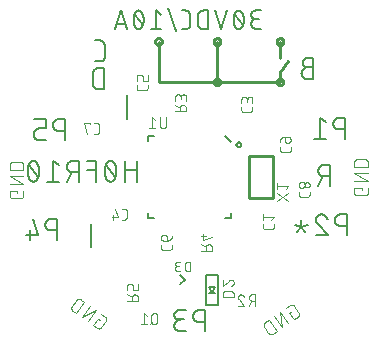
<source format=gbr>
G04 EAGLE Gerber RS-274X export*
G75*
%MOMM*%
%FSLAX34Y34*%
%LPD*%
%INSilkscreen Bottom*%
%IPPOS*%
%AMOC8*
5,1,8,0,0,1.08239X$1,22.5*%
G01*
%ADD10C,0.152400*%
%ADD11C,0.101600*%
%ADD12C,0.127000*%
%ADD13C,0.254000*%
%ADD14C,0.076200*%


D10*
X450906Y439300D02*
X445967Y439300D01*
X445827Y439298D01*
X445688Y439292D01*
X445548Y439282D01*
X445409Y439268D01*
X445270Y439251D01*
X445132Y439229D01*
X444995Y439203D01*
X444858Y439174D01*
X444722Y439141D01*
X444588Y439104D01*
X444454Y439063D01*
X444322Y439018D01*
X444190Y438969D01*
X444061Y438917D01*
X443933Y438862D01*
X443806Y438802D01*
X443681Y438739D01*
X443558Y438673D01*
X443437Y438603D01*
X443318Y438530D01*
X443201Y438453D01*
X443087Y438373D01*
X442974Y438290D01*
X442864Y438204D01*
X442757Y438114D01*
X442652Y438022D01*
X442550Y437927D01*
X442450Y437829D01*
X442353Y437728D01*
X442259Y437624D01*
X442169Y437518D01*
X442081Y437409D01*
X441996Y437298D01*
X441915Y437184D01*
X441836Y437069D01*
X441761Y436951D01*
X441690Y436831D01*
X441622Y436708D01*
X441557Y436585D01*
X441496Y436459D01*
X441438Y436331D01*
X441384Y436203D01*
X441334Y436072D01*
X441287Y435940D01*
X441244Y435807D01*
X441205Y435673D01*
X441170Y435538D01*
X441139Y435402D01*
X441111Y435264D01*
X441088Y435127D01*
X441068Y434988D01*
X441052Y434849D01*
X441040Y434710D01*
X441032Y434571D01*
X441028Y434431D01*
X441028Y434291D01*
X441032Y434151D01*
X441040Y434012D01*
X441052Y433873D01*
X441068Y433734D01*
X441088Y433595D01*
X441111Y433458D01*
X441139Y433320D01*
X441170Y433184D01*
X441205Y433049D01*
X441244Y432915D01*
X441287Y432782D01*
X441334Y432650D01*
X441384Y432519D01*
X441438Y432391D01*
X441496Y432263D01*
X441557Y432137D01*
X441622Y432014D01*
X441690Y431892D01*
X441761Y431771D01*
X441836Y431653D01*
X441915Y431538D01*
X441996Y431424D01*
X442081Y431313D01*
X442169Y431204D01*
X442259Y431098D01*
X442353Y430994D01*
X442450Y430893D01*
X442550Y430795D01*
X442652Y430700D01*
X442757Y430608D01*
X442864Y430518D01*
X442974Y430432D01*
X443087Y430349D01*
X443201Y430269D01*
X443318Y430192D01*
X443437Y430119D01*
X443558Y430049D01*
X443681Y429983D01*
X443806Y429920D01*
X443933Y429860D01*
X444061Y429805D01*
X444190Y429753D01*
X444322Y429704D01*
X444454Y429659D01*
X444588Y429618D01*
X444722Y429581D01*
X444858Y429548D01*
X444995Y429519D01*
X445132Y429493D01*
X445270Y429471D01*
X445409Y429454D01*
X445548Y429440D01*
X445688Y429430D01*
X445827Y429424D01*
X445967Y429422D01*
X445967Y429423D02*
X450906Y429423D01*
X450906Y447203D01*
X445967Y447203D01*
X445967Y447202D02*
X445843Y447200D01*
X445719Y447194D01*
X445595Y447184D01*
X445472Y447171D01*
X445349Y447153D01*
X445227Y447132D01*
X445105Y447107D01*
X444984Y447078D01*
X444865Y447045D01*
X444746Y447009D01*
X444629Y446968D01*
X444513Y446925D01*
X444398Y446877D01*
X444285Y446826D01*
X444173Y446771D01*
X444064Y446713D01*
X443956Y446652D01*
X443850Y446587D01*
X443746Y446519D01*
X443645Y446447D01*
X443545Y446373D01*
X443449Y446295D01*
X443354Y446215D01*
X443262Y446131D01*
X443173Y446045D01*
X443087Y445956D01*
X443003Y445864D01*
X442923Y445769D01*
X442845Y445673D01*
X442771Y445573D01*
X442699Y445472D01*
X442631Y445368D01*
X442566Y445262D01*
X442505Y445154D01*
X442447Y445045D01*
X442392Y444933D01*
X442341Y444820D01*
X442293Y444705D01*
X442250Y444589D01*
X442209Y444472D01*
X442173Y444353D01*
X442140Y444234D01*
X442111Y444113D01*
X442086Y443991D01*
X442065Y443869D01*
X442047Y443746D01*
X442034Y443623D01*
X442024Y443499D01*
X442018Y443375D01*
X442016Y443251D01*
X442018Y443127D01*
X442024Y443003D01*
X442034Y442879D01*
X442047Y442756D01*
X442065Y442633D01*
X442086Y442511D01*
X442111Y442389D01*
X442140Y442268D01*
X442173Y442149D01*
X442209Y442030D01*
X442250Y441913D01*
X442293Y441797D01*
X442341Y441682D01*
X442392Y441569D01*
X442447Y441457D01*
X442505Y441348D01*
X442566Y441240D01*
X442631Y441134D01*
X442699Y441030D01*
X442771Y440929D01*
X442845Y440829D01*
X442923Y440733D01*
X443003Y440638D01*
X443087Y440546D01*
X443173Y440457D01*
X443262Y440371D01*
X443354Y440287D01*
X443449Y440207D01*
X443545Y440129D01*
X443645Y440055D01*
X443746Y439983D01*
X443850Y439915D01*
X443956Y439850D01*
X444064Y439789D01*
X444173Y439731D01*
X444285Y439676D01*
X444398Y439625D01*
X444513Y439577D01*
X444629Y439534D01*
X444746Y439493D01*
X444865Y439457D01*
X444984Y439424D01*
X445105Y439395D01*
X445227Y439370D01*
X445349Y439349D01*
X445472Y439331D01*
X445595Y439318D01*
X445719Y439308D01*
X445843Y439302D01*
X445967Y439300D01*
X465142Y356890D02*
X465142Y339110D01*
X465142Y356890D02*
X460203Y356890D01*
X460063Y356888D01*
X459924Y356882D01*
X459784Y356872D01*
X459645Y356858D01*
X459506Y356841D01*
X459368Y356819D01*
X459231Y356793D01*
X459094Y356764D01*
X458958Y356731D01*
X458824Y356694D01*
X458690Y356653D01*
X458558Y356608D01*
X458426Y356559D01*
X458297Y356507D01*
X458169Y356452D01*
X458042Y356392D01*
X457917Y356329D01*
X457794Y356263D01*
X457673Y356193D01*
X457554Y356120D01*
X457437Y356043D01*
X457323Y355963D01*
X457210Y355880D01*
X457100Y355794D01*
X456993Y355704D01*
X456888Y355612D01*
X456786Y355517D01*
X456686Y355419D01*
X456589Y355318D01*
X456495Y355214D01*
X456405Y355108D01*
X456317Y354999D01*
X456232Y354888D01*
X456151Y354774D01*
X456072Y354659D01*
X455997Y354541D01*
X455926Y354421D01*
X455858Y354298D01*
X455793Y354175D01*
X455732Y354049D01*
X455674Y353921D01*
X455620Y353793D01*
X455570Y353662D01*
X455523Y353530D01*
X455480Y353397D01*
X455441Y353263D01*
X455406Y353128D01*
X455375Y352992D01*
X455347Y352854D01*
X455324Y352717D01*
X455304Y352578D01*
X455288Y352439D01*
X455276Y352300D01*
X455268Y352161D01*
X455264Y352021D01*
X455264Y351881D01*
X455268Y351741D01*
X455276Y351602D01*
X455288Y351463D01*
X455304Y351324D01*
X455324Y351185D01*
X455347Y351048D01*
X455375Y350910D01*
X455406Y350774D01*
X455441Y350639D01*
X455480Y350505D01*
X455523Y350372D01*
X455570Y350240D01*
X455620Y350109D01*
X455674Y349981D01*
X455732Y349853D01*
X455793Y349727D01*
X455858Y349604D01*
X455926Y349482D01*
X455997Y349361D01*
X456072Y349243D01*
X456151Y349128D01*
X456232Y349014D01*
X456317Y348903D01*
X456405Y348794D01*
X456495Y348688D01*
X456589Y348584D01*
X456686Y348483D01*
X456786Y348385D01*
X456888Y348290D01*
X456993Y348198D01*
X457100Y348108D01*
X457210Y348022D01*
X457323Y347939D01*
X457437Y347859D01*
X457554Y347782D01*
X457673Y347709D01*
X457794Y347639D01*
X457917Y347573D01*
X458042Y347510D01*
X458169Y347450D01*
X458297Y347395D01*
X458426Y347343D01*
X458558Y347294D01*
X458690Y347249D01*
X458824Y347208D01*
X458958Y347171D01*
X459094Y347138D01*
X459231Y347109D01*
X459368Y347083D01*
X459506Y347061D01*
X459645Y347044D01*
X459784Y347030D01*
X459924Y347020D01*
X460063Y347014D01*
X460203Y347012D01*
X460203Y347013D02*
X465142Y347013D01*
X459216Y347013D02*
X455265Y339110D01*
X274030Y420865D02*
X274030Y438645D01*
X269092Y438645D01*
X268953Y438643D01*
X268815Y438637D01*
X268677Y438628D01*
X268539Y438614D01*
X268402Y438597D01*
X268265Y438575D01*
X268128Y438550D01*
X267993Y438521D01*
X267858Y438488D01*
X267725Y438452D01*
X267592Y438412D01*
X267461Y438368D01*
X267331Y438320D01*
X267202Y438269D01*
X267075Y438214D01*
X266949Y438156D01*
X266825Y438094D01*
X266703Y438029D01*
X266583Y437960D01*
X266464Y437888D01*
X266348Y437813D01*
X266234Y437734D01*
X266122Y437652D01*
X266013Y437567D01*
X265905Y437480D01*
X265801Y437389D01*
X265699Y437295D01*
X265600Y437198D01*
X265503Y437099D01*
X265409Y436997D01*
X265318Y436893D01*
X265231Y436785D01*
X265146Y436676D01*
X265064Y436564D01*
X264985Y436450D01*
X264910Y436334D01*
X264838Y436215D01*
X264769Y436095D01*
X264704Y435973D01*
X264642Y435849D01*
X264584Y435723D01*
X264529Y435596D01*
X264478Y435467D01*
X264430Y435337D01*
X264386Y435206D01*
X264346Y435073D01*
X264310Y434940D01*
X264277Y434805D01*
X264248Y434670D01*
X264223Y434533D01*
X264201Y434396D01*
X264184Y434259D01*
X264170Y434121D01*
X264161Y433983D01*
X264155Y433845D01*
X264153Y433706D01*
X264153Y425804D01*
X264155Y425665D01*
X264161Y425527D01*
X264170Y425389D01*
X264184Y425251D01*
X264201Y425114D01*
X264223Y424977D01*
X264248Y424840D01*
X264277Y424705D01*
X264310Y424570D01*
X264346Y424437D01*
X264386Y424304D01*
X264430Y424173D01*
X264478Y424043D01*
X264529Y423914D01*
X264584Y423787D01*
X264642Y423661D01*
X264704Y423537D01*
X264769Y423415D01*
X264838Y423295D01*
X264910Y423176D01*
X264985Y423060D01*
X265064Y422946D01*
X265146Y422834D01*
X265231Y422725D01*
X265318Y422617D01*
X265409Y422513D01*
X265503Y422411D01*
X265600Y422312D01*
X265699Y422215D01*
X265801Y422121D01*
X265905Y422030D01*
X266013Y421943D01*
X266122Y421858D01*
X266234Y421776D01*
X266348Y421697D01*
X266464Y421622D01*
X266583Y421550D01*
X266703Y421481D01*
X266825Y421416D01*
X266949Y421354D01*
X267075Y421296D01*
X267202Y421241D01*
X267331Y421190D01*
X267461Y421142D01*
X267592Y421098D01*
X267725Y421058D01*
X267858Y421022D01*
X267993Y420989D01*
X268128Y420960D01*
X268265Y420935D01*
X268402Y420913D01*
X268539Y420896D01*
X268677Y420882D01*
X268815Y420873D01*
X268953Y420867D01*
X269092Y420865D01*
X274030Y420865D01*
X270361Y444203D02*
X266410Y444203D01*
X270361Y444203D02*
X270485Y444205D01*
X270609Y444211D01*
X270733Y444221D01*
X270856Y444234D01*
X270979Y444252D01*
X271101Y444273D01*
X271223Y444298D01*
X271344Y444327D01*
X271463Y444360D01*
X271582Y444396D01*
X271699Y444437D01*
X271815Y444480D01*
X271930Y444528D01*
X272043Y444579D01*
X272155Y444634D01*
X272264Y444692D01*
X272372Y444753D01*
X272478Y444818D01*
X272582Y444886D01*
X272683Y444958D01*
X272783Y445032D01*
X272879Y445110D01*
X272974Y445190D01*
X273066Y445274D01*
X273155Y445360D01*
X273241Y445449D01*
X273325Y445541D01*
X273405Y445636D01*
X273483Y445732D01*
X273557Y445832D01*
X273629Y445933D01*
X273697Y446037D01*
X273762Y446143D01*
X273823Y446251D01*
X273881Y446360D01*
X273936Y446472D01*
X273987Y446585D01*
X274035Y446700D01*
X274078Y446816D01*
X274119Y446933D01*
X274155Y447052D01*
X274188Y447171D01*
X274217Y447292D01*
X274242Y447414D01*
X274263Y447536D01*
X274281Y447659D01*
X274294Y447782D01*
X274304Y447906D01*
X274310Y448030D01*
X274312Y448154D01*
X274312Y458032D01*
X274310Y458156D01*
X274304Y458280D01*
X274294Y458404D01*
X274281Y458527D01*
X274263Y458650D01*
X274242Y458772D01*
X274217Y458894D01*
X274188Y459015D01*
X274155Y459134D01*
X274119Y459253D01*
X274078Y459370D01*
X274035Y459486D01*
X273987Y459601D01*
X273936Y459714D01*
X273881Y459826D01*
X273823Y459935D01*
X273762Y460043D01*
X273697Y460149D01*
X273629Y460253D01*
X273557Y460354D01*
X273483Y460454D01*
X273405Y460550D01*
X273325Y460645D01*
X273241Y460737D01*
X273155Y460826D01*
X273066Y460912D01*
X272974Y460996D01*
X272879Y461076D01*
X272783Y461154D01*
X272683Y461228D01*
X272582Y461300D01*
X272478Y461368D01*
X272372Y461433D01*
X272264Y461494D01*
X272155Y461552D01*
X272043Y461607D01*
X271930Y461658D01*
X271816Y461706D01*
X271699Y461749D01*
X271582Y461790D01*
X271463Y461826D01*
X271344Y461859D01*
X271223Y461888D01*
X271101Y461913D01*
X270979Y461934D01*
X270856Y461952D01*
X270733Y461965D01*
X270609Y461975D01*
X270485Y461981D01*
X270361Y461983D01*
X266410Y461983D01*
D11*
X492049Y337254D02*
X492049Y335306D01*
X492049Y337254D02*
X485558Y337254D01*
X485558Y333359D01*
X485560Y333260D01*
X485566Y333160D01*
X485575Y333061D01*
X485588Y332963D01*
X485605Y332865D01*
X485626Y332767D01*
X485651Y332671D01*
X485679Y332576D01*
X485711Y332482D01*
X485746Y332389D01*
X485785Y332297D01*
X485828Y332207D01*
X485873Y332119D01*
X485923Y332032D01*
X485975Y331948D01*
X486031Y331865D01*
X486089Y331785D01*
X486151Y331707D01*
X486216Y331632D01*
X486284Y331559D01*
X486354Y331489D01*
X486427Y331421D01*
X486502Y331356D01*
X486580Y331294D01*
X486660Y331236D01*
X486743Y331180D01*
X486827Y331128D01*
X486914Y331078D01*
X487002Y331033D01*
X487092Y330990D01*
X487184Y330951D01*
X487277Y330916D01*
X487371Y330884D01*
X487466Y330856D01*
X487562Y330831D01*
X487660Y330810D01*
X487758Y330793D01*
X487856Y330780D01*
X487955Y330771D01*
X488055Y330765D01*
X488154Y330763D01*
X494646Y330763D01*
X494745Y330765D01*
X494845Y330771D01*
X494944Y330780D01*
X495042Y330793D01*
X495140Y330810D01*
X495238Y330831D01*
X495334Y330856D01*
X495429Y330884D01*
X495523Y330916D01*
X495616Y330951D01*
X495708Y330990D01*
X495798Y331033D01*
X495886Y331078D01*
X495973Y331128D01*
X496057Y331180D01*
X496140Y331236D01*
X496220Y331294D01*
X496298Y331356D01*
X496373Y331421D01*
X496446Y331489D01*
X496516Y331559D01*
X496584Y331632D01*
X496649Y331707D01*
X496711Y331785D01*
X496769Y331865D01*
X496825Y331948D01*
X496877Y332032D01*
X496927Y332119D01*
X496972Y332207D01*
X497015Y332297D01*
X497054Y332389D01*
X497089Y332481D01*
X497121Y332576D01*
X497149Y332671D01*
X497174Y332767D01*
X497195Y332865D01*
X497212Y332963D01*
X497225Y333061D01*
X497234Y333160D01*
X497240Y333260D01*
X497242Y333359D01*
X497242Y337254D01*
X497242Y342954D02*
X485558Y342954D01*
X485558Y349446D02*
X497242Y342954D01*
X497242Y349446D02*
X485558Y349446D01*
X485558Y355146D02*
X497242Y355146D01*
X497242Y358392D01*
X497240Y358505D01*
X497234Y358618D01*
X497224Y358731D01*
X497210Y358844D01*
X497193Y358956D01*
X497171Y359067D01*
X497146Y359177D01*
X497116Y359287D01*
X497083Y359395D01*
X497046Y359502D01*
X497006Y359608D01*
X496961Y359712D01*
X496913Y359815D01*
X496862Y359916D01*
X496807Y360015D01*
X496749Y360112D01*
X496687Y360207D01*
X496622Y360300D01*
X496554Y360390D01*
X496483Y360478D01*
X496408Y360564D01*
X496331Y360647D01*
X496251Y360727D01*
X496168Y360804D01*
X496082Y360879D01*
X495994Y360950D01*
X495904Y361018D01*
X495811Y361083D01*
X495716Y361145D01*
X495619Y361203D01*
X495520Y361258D01*
X495419Y361309D01*
X495316Y361357D01*
X495212Y361402D01*
X495106Y361442D01*
X494999Y361479D01*
X494891Y361512D01*
X494781Y361542D01*
X494671Y361567D01*
X494560Y361589D01*
X494448Y361606D01*
X494335Y361620D01*
X494222Y361630D01*
X494109Y361636D01*
X493996Y361638D01*
X488804Y361638D01*
X488691Y361636D01*
X488578Y361630D01*
X488465Y361620D01*
X488352Y361606D01*
X488240Y361589D01*
X488129Y361567D01*
X488019Y361542D01*
X487909Y361512D01*
X487801Y361479D01*
X487694Y361442D01*
X487588Y361402D01*
X487484Y361357D01*
X487381Y361309D01*
X487280Y361258D01*
X487181Y361203D01*
X487084Y361145D01*
X486989Y361083D01*
X486896Y361018D01*
X486806Y360950D01*
X486718Y360879D01*
X486632Y360804D01*
X486549Y360727D01*
X486469Y360647D01*
X486392Y360564D01*
X486317Y360478D01*
X486246Y360390D01*
X486178Y360300D01*
X486113Y360207D01*
X486051Y360112D01*
X485993Y360015D01*
X485938Y359916D01*
X485887Y359815D01*
X485839Y359712D01*
X485794Y359608D01*
X485754Y359502D01*
X485717Y359395D01*
X485684Y359287D01*
X485654Y359177D01*
X485629Y359067D01*
X485607Y358956D01*
X485590Y358844D01*
X485576Y358731D01*
X485566Y358618D01*
X485560Y358505D01*
X485558Y358392D01*
X485558Y355146D01*
X432431Y232360D02*
X430836Y231243D01*
X434559Y225926D01*
X437750Y228160D01*
X437749Y228160D02*
X437829Y228219D01*
X437907Y228281D01*
X437983Y228345D01*
X438056Y228413D01*
X438127Y228483D01*
X438194Y228556D01*
X438259Y228631D01*
X438321Y228709D01*
X438380Y228789D01*
X438436Y228871D01*
X438489Y228956D01*
X438538Y229042D01*
X438584Y229130D01*
X438627Y229220D01*
X438666Y229311D01*
X438701Y229404D01*
X438733Y229498D01*
X438762Y229594D01*
X438786Y229690D01*
X438807Y229787D01*
X438825Y229885D01*
X438838Y229984D01*
X438848Y230083D01*
X438854Y230182D01*
X438856Y230281D01*
X438854Y230381D01*
X438849Y230480D01*
X438839Y230579D01*
X438826Y230678D01*
X438810Y230776D01*
X438789Y230873D01*
X438765Y230970D01*
X438737Y231065D01*
X438705Y231159D01*
X438670Y231252D01*
X438631Y231344D01*
X438589Y231434D01*
X438543Y231522D01*
X438494Y231609D01*
X438442Y231693D01*
X438387Y231776D01*
X434664Y237093D01*
X434605Y237173D01*
X434543Y237251D01*
X434479Y237327D01*
X434411Y237400D01*
X434341Y237471D01*
X434268Y237538D01*
X434193Y237603D01*
X434115Y237665D01*
X434035Y237724D01*
X433953Y237780D01*
X433868Y237833D01*
X433782Y237882D01*
X433694Y237928D01*
X433604Y237971D01*
X433513Y238010D01*
X433420Y238045D01*
X433326Y238077D01*
X433230Y238106D01*
X433134Y238130D01*
X433037Y238151D01*
X432939Y238169D01*
X432840Y238182D01*
X432741Y238192D01*
X432642Y238198D01*
X432543Y238200D01*
X432443Y238198D01*
X432344Y238193D01*
X432245Y238184D01*
X432146Y238170D01*
X432048Y238154D01*
X431951Y238133D01*
X431854Y238109D01*
X431759Y238081D01*
X431665Y238049D01*
X431572Y238014D01*
X431480Y237975D01*
X431390Y237933D01*
X431302Y237887D01*
X431215Y237838D01*
X431131Y237786D01*
X431048Y237731D01*
X427858Y235497D01*
X423188Y232227D02*
X429889Y222656D01*
X424572Y218933D02*
X423188Y232227D01*
X417871Y228504D02*
X424572Y218933D01*
X419902Y215663D02*
X413201Y225234D01*
X410542Y223372D01*
X410542Y223373D02*
X410451Y223306D01*
X410361Y223237D01*
X410274Y223164D01*
X410190Y223088D01*
X410109Y223009D01*
X410030Y222928D01*
X409954Y222844D01*
X409881Y222757D01*
X409812Y222668D01*
X409745Y222576D01*
X409682Y222482D01*
X409622Y222386D01*
X409565Y222288D01*
X409512Y222188D01*
X409462Y222086D01*
X409416Y221982D01*
X409374Y221877D01*
X409335Y221771D01*
X409300Y221663D01*
X409269Y221554D01*
X409241Y221444D01*
X409218Y221333D01*
X409198Y221222D01*
X409182Y221110D01*
X409170Y220997D01*
X409162Y220884D01*
X409158Y220771D01*
X409158Y220657D01*
X409162Y220544D01*
X409170Y220431D01*
X409182Y220318D01*
X409198Y220206D01*
X409218Y220095D01*
X409241Y219984D01*
X409269Y219874D01*
X409300Y219765D01*
X409335Y219657D01*
X409374Y219551D01*
X409416Y219446D01*
X409462Y219342D01*
X409512Y219240D01*
X409565Y219140D01*
X409622Y219042D01*
X409682Y218946D01*
X409745Y218852D01*
X412724Y214598D01*
X412723Y214598D02*
X412790Y214507D01*
X412859Y214417D01*
X412932Y214330D01*
X413008Y214246D01*
X413087Y214165D01*
X413168Y214086D01*
X413252Y214010D01*
X413339Y213937D01*
X413429Y213868D01*
X413520Y213801D01*
X413614Y213738D01*
X413710Y213678D01*
X413808Y213621D01*
X413908Y213568D01*
X414010Y213518D01*
X414114Y213472D01*
X414219Y213430D01*
X414325Y213391D01*
X414433Y213356D01*
X414542Y213325D01*
X414652Y213297D01*
X414763Y213274D01*
X414874Y213254D01*
X414986Y213238D01*
X415099Y213226D01*
X415212Y213218D01*
X415325Y213214D01*
X415439Y213214D01*
X415552Y213218D01*
X415665Y213226D01*
X415778Y213238D01*
X415890Y213254D01*
X416001Y213274D01*
X416112Y213297D01*
X416222Y213325D01*
X416331Y213356D01*
X416439Y213391D01*
X416545Y213430D01*
X416650Y213472D01*
X416754Y213518D01*
X416856Y213568D01*
X416956Y213621D01*
X417054Y213678D01*
X417150Y213738D01*
X417244Y213801D01*
X419902Y215663D01*
X270196Y224943D02*
X268601Y226060D01*
X264878Y220743D01*
X268068Y218509D01*
X268151Y218454D01*
X268235Y218402D01*
X268322Y218353D01*
X268410Y218307D01*
X268500Y218265D01*
X268592Y218226D01*
X268685Y218191D01*
X268779Y218159D01*
X268874Y218131D01*
X268971Y218107D01*
X269068Y218086D01*
X269166Y218070D01*
X269265Y218056D01*
X269364Y218047D01*
X269463Y218042D01*
X269563Y218040D01*
X269662Y218042D01*
X269761Y218048D01*
X269860Y218058D01*
X269959Y218071D01*
X270057Y218089D01*
X270154Y218110D01*
X270250Y218134D01*
X270346Y218163D01*
X270440Y218195D01*
X270533Y218230D01*
X270624Y218269D01*
X270714Y218312D01*
X270802Y218358D01*
X270888Y218407D01*
X270973Y218460D01*
X271055Y218516D01*
X271135Y218575D01*
X271213Y218637D01*
X271288Y218702D01*
X271361Y218769D01*
X271431Y218840D01*
X271499Y218913D01*
X271563Y218989D01*
X271625Y219067D01*
X271684Y219147D01*
X275407Y224464D01*
X275462Y224547D01*
X275514Y224631D01*
X275563Y224718D01*
X275609Y224806D01*
X275651Y224896D01*
X275690Y224988D01*
X275725Y225081D01*
X275757Y225175D01*
X275785Y225270D01*
X275809Y225367D01*
X275830Y225464D01*
X275846Y225562D01*
X275860Y225661D01*
X275869Y225760D01*
X275874Y225859D01*
X275876Y225959D01*
X275874Y226058D01*
X275868Y226157D01*
X275858Y226256D01*
X275845Y226355D01*
X275827Y226453D01*
X275806Y226550D01*
X275782Y226646D01*
X275753Y226742D01*
X275721Y226836D01*
X275686Y226929D01*
X275647Y227020D01*
X275604Y227110D01*
X275558Y227198D01*
X275509Y227284D01*
X275456Y227369D01*
X275400Y227451D01*
X275341Y227531D01*
X275279Y227609D01*
X275214Y227684D01*
X275147Y227757D01*
X275076Y227827D01*
X275003Y227895D01*
X274927Y227959D01*
X274849Y228021D01*
X274769Y228080D01*
X274770Y228080D02*
X271579Y230314D01*
X266910Y233584D02*
X260208Y224013D01*
X254891Y227736D02*
X266910Y233584D01*
X261592Y237307D02*
X254891Y227736D01*
X250221Y231006D02*
X256922Y240577D01*
X254264Y242438D01*
X254264Y242439D02*
X254170Y242502D01*
X254074Y242562D01*
X253976Y242619D01*
X253876Y242672D01*
X253774Y242722D01*
X253670Y242768D01*
X253565Y242810D01*
X253459Y242849D01*
X253351Y242884D01*
X253242Y242915D01*
X253132Y242943D01*
X253021Y242966D01*
X252910Y242986D01*
X252798Y243002D01*
X252685Y243014D01*
X252572Y243022D01*
X252459Y243026D01*
X252345Y243026D01*
X252232Y243022D01*
X252119Y243014D01*
X252006Y243002D01*
X251894Y242986D01*
X251783Y242966D01*
X251672Y242943D01*
X251562Y242915D01*
X251453Y242884D01*
X251345Y242849D01*
X251239Y242810D01*
X251134Y242768D01*
X251030Y242722D01*
X250928Y242672D01*
X250828Y242619D01*
X250730Y242562D01*
X250634Y242502D01*
X250540Y242439D01*
X250449Y242372D01*
X250359Y242303D01*
X250272Y242230D01*
X250188Y242154D01*
X250107Y242075D01*
X250028Y241994D01*
X249952Y241910D01*
X249879Y241823D01*
X249810Y241734D01*
X249743Y241642D01*
X249744Y241641D02*
X246765Y237388D01*
X246702Y237294D01*
X246642Y237198D01*
X246585Y237100D01*
X246532Y237000D01*
X246482Y236898D01*
X246436Y236794D01*
X246394Y236689D01*
X246355Y236583D01*
X246320Y236475D01*
X246289Y236366D01*
X246261Y236256D01*
X246238Y236145D01*
X246218Y236034D01*
X246202Y235922D01*
X246190Y235809D01*
X246182Y235696D01*
X246178Y235583D01*
X246178Y235469D01*
X246182Y235356D01*
X246190Y235243D01*
X246202Y235130D01*
X246218Y235018D01*
X246238Y234907D01*
X246261Y234796D01*
X246289Y234686D01*
X246320Y234577D01*
X246355Y234469D01*
X246394Y234363D01*
X246436Y234258D01*
X246482Y234154D01*
X246532Y234052D01*
X246585Y233952D01*
X246642Y233854D01*
X246702Y233758D01*
X246765Y233664D01*
X246832Y233572D01*
X246901Y233483D01*
X246974Y233396D01*
X247050Y233312D01*
X247129Y233231D01*
X247210Y233152D01*
X247294Y233076D01*
X247381Y233003D01*
X247471Y232934D01*
X247562Y232867D01*
X250221Y231006D01*
X200379Y332766D02*
X200379Y334714D01*
X193888Y334714D01*
X193888Y330819D01*
X193890Y330720D01*
X193896Y330620D01*
X193905Y330521D01*
X193918Y330423D01*
X193935Y330325D01*
X193956Y330227D01*
X193981Y330131D01*
X194009Y330036D01*
X194041Y329942D01*
X194076Y329849D01*
X194115Y329757D01*
X194158Y329667D01*
X194203Y329579D01*
X194253Y329492D01*
X194305Y329408D01*
X194361Y329325D01*
X194419Y329245D01*
X194481Y329167D01*
X194546Y329092D01*
X194614Y329019D01*
X194684Y328949D01*
X194757Y328881D01*
X194832Y328816D01*
X194910Y328754D01*
X194990Y328696D01*
X195073Y328640D01*
X195157Y328588D01*
X195244Y328538D01*
X195332Y328493D01*
X195422Y328450D01*
X195514Y328411D01*
X195607Y328376D01*
X195701Y328344D01*
X195796Y328316D01*
X195892Y328291D01*
X195990Y328270D01*
X196088Y328253D01*
X196186Y328240D01*
X196285Y328231D01*
X196385Y328225D01*
X196484Y328223D01*
X202976Y328223D01*
X203075Y328225D01*
X203175Y328231D01*
X203274Y328240D01*
X203372Y328253D01*
X203470Y328270D01*
X203568Y328291D01*
X203664Y328316D01*
X203759Y328344D01*
X203853Y328376D01*
X203946Y328411D01*
X204038Y328450D01*
X204128Y328493D01*
X204216Y328538D01*
X204303Y328588D01*
X204387Y328640D01*
X204470Y328696D01*
X204550Y328754D01*
X204628Y328816D01*
X204703Y328881D01*
X204776Y328949D01*
X204846Y329019D01*
X204914Y329092D01*
X204979Y329167D01*
X205041Y329245D01*
X205099Y329325D01*
X205155Y329408D01*
X205207Y329492D01*
X205257Y329579D01*
X205302Y329667D01*
X205345Y329757D01*
X205384Y329849D01*
X205419Y329941D01*
X205451Y330036D01*
X205479Y330131D01*
X205504Y330227D01*
X205525Y330325D01*
X205542Y330423D01*
X205555Y330521D01*
X205564Y330620D01*
X205570Y330720D01*
X205572Y330819D01*
X205572Y334714D01*
X205572Y340414D02*
X193888Y340414D01*
X193888Y346906D02*
X205572Y340414D01*
X205572Y346906D02*
X193888Y346906D01*
X193888Y352606D02*
X205572Y352606D01*
X205572Y355852D01*
X205570Y355965D01*
X205564Y356078D01*
X205554Y356191D01*
X205540Y356304D01*
X205523Y356416D01*
X205501Y356527D01*
X205476Y356637D01*
X205446Y356747D01*
X205413Y356855D01*
X205376Y356962D01*
X205336Y357068D01*
X205291Y357172D01*
X205243Y357275D01*
X205192Y357376D01*
X205137Y357475D01*
X205079Y357572D01*
X205017Y357667D01*
X204952Y357760D01*
X204884Y357850D01*
X204813Y357938D01*
X204738Y358024D01*
X204661Y358107D01*
X204581Y358187D01*
X204498Y358264D01*
X204412Y358339D01*
X204324Y358410D01*
X204234Y358478D01*
X204141Y358543D01*
X204046Y358605D01*
X203949Y358663D01*
X203850Y358718D01*
X203749Y358769D01*
X203646Y358817D01*
X203542Y358862D01*
X203436Y358902D01*
X203329Y358939D01*
X203221Y358972D01*
X203111Y359002D01*
X203001Y359027D01*
X202890Y359049D01*
X202778Y359066D01*
X202665Y359080D01*
X202552Y359090D01*
X202439Y359096D01*
X202326Y359098D01*
X197134Y359098D01*
X197021Y359096D01*
X196908Y359090D01*
X196795Y359080D01*
X196682Y359066D01*
X196570Y359049D01*
X196459Y359027D01*
X196349Y359002D01*
X196239Y358972D01*
X196131Y358939D01*
X196024Y358902D01*
X195918Y358862D01*
X195814Y358817D01*
X195711Y358769D01*
X195610Y358718D01*
X195511Y358663D01*
X195414Y358605D01*
X195319Y358543D01*
X195226Y358478D01*
X195136Y358410D01*
X195048Y358339D01*
X194962Y358264D01*
X194879Y358187D01*
X194799Y358107D01*
X194722Y358024D01*
X194647Y357938D01*
X194576Y357850D01*
X194508Y357760D01*
X194443Y357667D01*
X194381Y357572D01*
X194323Y357475D01*
X194268Y357376D01*
X194217Y357275D01*
X194169Y357172D01*
X194124Y357068D01*
X194084Y356962D01*
X194047Y356855D01*
X194014Y356747D01*
X193984Y356637D01*
X193959Y356527D01*
X193937Y356416D01*
X193920Y356304D01*
X193906Y356191D01*
X193896Y356078D01*
X193890Y355965D01*
X193888Y355852D01*
X193888Y352606D01*
D10*
X477856Y378870D02*
X477856Y396650D01*
X472918Y396650D01*
X472778Y396648D01*
X472639Y396642D01*
X472499Y396632D01*
X472360Y396618D01*
X472221Y396601D01*
X472083Y396579D01*
X471946Y396553D01*
X471809Y396524D01*
X471673Y396491D01*
X471539Y396454D01*
X471405Y396413D01*
X471273Y396368D01*
X471141Y396319D01*
X471012Y396267D01*
X470884Y396212D01*
X470757Y396152D01*
X470632Y396089D01*
X470509Y396023D01*
X470388Y395953D01*
X470269Y395880D01*
X470152Y395803D01*
X470038Y395723D01*
X469925Y395640D01*
X469815Y395554D01*
X469708Y395464D01*
X469603Y395372D01*
X469501Y395277D01*
X469401Y395179D01*
X469304Y395078D01*
X469210Y394974D01*
X469120Y394868D01*
X469032Y394759D01*
X468947Y394648D01*
X468866Y394534D01*
X468787Y394419D01*
X468712Y394301D01*
X468641Y394181D01*
X468573Y394058D01*
X468508Y393935D01*
X468447Y393809D01*
X468389Y393681D01*
X468335Y393553D01*
X468285Y393422D01*
X468238Y393290D01*
X468195Y393157D01*
X468156Y393023D01*
X468121Y392888D01*
X468090Y392752D01*
X468062Y392614D01*
X468039Y392477D01*
X468019Y392338D01*
X468003Y392199D01*
X467991Y392060D01*
X467983Y391921D01*
X467979Y391781D01*
X467979Y391641D01*
X467983Y391501D01*
X467991Y391362D01*
X468003Y391223D01*
X468019Y391084D01*
X468039Y390945D01*
X468062Y390808D01*
X468090Y390670D01*
X468121Y390534D01*
X468156Y390399D01*
X468195Y390265D01*
X468238Y390132D01*
X468285Y390000D01*
X468335Y389869D01*
X468389Y389741D01*
X468447Y389613D01*
X468508Y389487D01*
X468573Y389364D01*
X468641Y389242D01*
X468712Y389121D01*
X468787Y389003D01*
X468866Y388888D01*
X468947Y388774D01*
X469032Y388663D01*
X469120Y388554D01*
X469210Y388448D01*
X469304Y388344D01*
X469401Y388243D01*
X469501Y388145D01*
X469603Y388050D01*
X469708Y387958D01*
X469815Y387868D01*
X469925Y387782D01*
X470038Y387699D01*
X470152Y387619D01*
X470269Y387542D01*
X470388Y387469D01*
X470509Y387399D01*
X470632Y387333D01*
X470757Y387270D01*
X470884Y387210D01*
X471012Y387155D01*
X471141Y387103D01*
X471273Y387054D01*
X471405Y387009D01*
X471539Y386968D01*
X471673Y386931D01*
X471809Y386898D01*
X471946Y386869D01*
X472083Y386843D01*
X472221Y386821D01*
X472360Y386804D01*
X472499Y386790D01*
X472639Y386780D01*
X472778Y386774D01*
X472918Y386772D01*
X477856Y386772D01*
X461861Y392699D02*
X456922Y396650D01*
X456922Y378870D01*
X451984Y378870D02*
X461861Y378870D01*
X479138Y314800D02*
X479138Y297020D01*
X479138Y314800D02*
X474199Y314800D01*
X474059Y314798D01*
X473920Y314792D01*
X473780Y314782D01*
X473641Y314768D01*
X473502Y314751D01*
X473364Y314729D01*
X473227Y314703D01*
X473090Y314674D01*
X472954Y314641D01*
X472820Y314604D01*
X472686Y314563D01*
X472554Y314518D01*
X472422Y314469D01*
X472293Y314417D01*
X472165Y314362D01*
X472038Y314302D01*
X471913Y314239D01*
X471790Y314173D01*
X471669Y314103D01*
X471550Y314030D01*
X471433Y313953D01*
X471319Y313873D01*
X471206Y313790D01*
X471096Y313704D01*
X470989Y313614D01*
X470884Y313522D01*
X470782Y313427D01*
X470682Y313329D01*
X470585Y313228D01*
X470491Y313124D01*
X470401Y313018D01*
X470313Y312909D01*
X470228Y312798D01*
X470147Y312684D01*
X470068Y312569D01*
X469993Y312451D01*
X469922Y312331D01*
X469854Y312208D01*
X469789Y312085D01*
X469728Y311959D01*
X469670Y311831D01*
X469616Y311703D01*
X469566Y311572D01*
X469519Y311440D01*
X469476Y311307D01*
X469437Y311173D01*
X469402Y311038D01*
X469371Y310902D01*
X469343Y310764D01*
X469320Y310627D01*
X469300Y310488D01*
X469284Y310349D01*
X469272Y310210D01*
X469264Y310071D01*
X469260Y309931D01*
X469260Y309791D01*
X469264Y309651D01*
X469272Y309512D01*
X469284Y309373D01*
X469300Y309234D01*
X469320Y309095D01*
X469343Y308958D01*
X469371Y308820D01*
X469402Y308684D01*
X469437Y308549D01*
X469476Y308415D01*
X469519Y308282D01*
X469566Y308150D01*
X469616Y308019D01*
X469670Y307891D01*
X469728Y307763D01*
X469789Y307637D01*
X469854Y307514D01*
X469922Y307392D01*
X469993Y307271D01*
X470068Y307153D01*
X470147Y307038D01*
X470228Y306924D01*
X470313Y306813D01*
X470401Y306704D01*
X470491Y306598D01*
X470585Y306494D01*
X470682Y306393D01*
X470782Y306295D01*
X470884Y306200D01*
X470989Y306108D01*
X471096Y306018D01*
X471206Y305932D01*
X471319Y305849D01*
X471433Y305769D01*
X471550Y305692D01*
X471669Y305619D01*
X471790Y305549D01*
X471913Y305483D01*
X472038Y305420D01*
X472165Y305360D01*
X472293Y305305D01*
X472422Y305253D01*
X472554Y305204D01*
X472686Y305159D01*
X472820Y305118D01*
X472954Y305081D01*
X473090Y305048D01*
X473227Y305019D01*
X473364Y304993D01*
X473502Y304971D01*
X473641Y304954D01*
X473780Y304940D01*
X473920Y304930D01*
X474059Y304924D01*
X474199Y304922D01*
X479138Y304922D01*
X457710Y314800D02*
X457578Y314798D01*
X457447Y314792D01*
X457315Y314782D01*
X457184Y314769D01*
X457054Y314751D01*
X456924Y314730D01*
X456794Y314705D01*
X456666Y314676D01*
X456538Y314643D01*
X456412Y314606D01*
X456286Y314566D01*
X456162Y314522D01*
X456039Y314474D01*
X455918Y314423D01*
X455798Y314368D01*
X455680Y314310D01*
X455564Y314248D01*
X455450Y314182D01*
X455337Y314114D01*
X455227Y314042D01*
X455119Y313967D01*
X455013Y313888D01*
X454909Y313807D01*
X454808Y313722D01*
X454710Y313635D01*
X454614Y313544D01*
X454521Y313451D01*
X454430Y313355D01*
X454343Y313257D01*
X454258Y313156D01*
X454177Y313052D01*
X454098Y312946D01*
X454023Y312838D01*
X453951Y312728D01*
X453883Y312615D01*
X453817Y312501D01*
X453755Y312385D01*
X453697Y312267D01*
X453642Y312147D01*
X453591Y312026D01*
X453543Y311903D01*
X453499Y311779D01*
X453459Y311653D01*
X453422Y311527D01*
X453389Y311399D01*
X453360Y311271D01*
X453335Y311141D01*
X453314Y311011D01*
X453296Y310881D01*
X453283Y310750D01*
X453273Y310618D01*
X453267Y310487D01*
X453265Y310355D01*
X457710Y314800D02*
X457860Y314798D01*
X458009Y314792D01*
X458158Y314782D01*
X458307Y314769D01*
X458456Y314751D01*
X458604Y314730D01*
X458752Y314704D01*
X458898Y314675D01*
X459044Y314642D01*
X459189Y314605D01*
X459333Y314564D01*
X459476Y314520D01*
X459618Y314472D01*
X459758Y314420D01*
X459897Y314365D01*
X460035Y314306D01*
X460170Y314243D01*
X460305Y314177D01*
X460437Y314107D01*
X460567Y314034D01*
X460696Y313957D01*
X460823Y313877D01*
X460947Y313794D01*
X461069Y313708D01*
X461189Y313618D01*
X461306Y313525D01*
X461421Y313430D01*
X461534Y313331D01*
X461644Y313229D01*
X461751Y313125D01*
X461855Y313018D01*
X461957Y312908D01*
X462055Y312795D01*
X462151Y312680D01*
X462243Y312562D01*
X462333Y312442D01*
X462419Y312320D01*
X462502Y312196D01*
X462582Y312069D01*
X462658Y311941D01*
X462731Y311810D01*
X462801Y311677D01*
X462867Y311543D01*
X462929Y311407D01*
X462988Y311270D01*
X463044Y311131D01*
X463095Y310990D01*
X463143Y310849D01*
X454747Y306898D02*
X454651Y306991D01*
X454559Y307087D01*
X454469Y307186D01*
X454382Y307287D01*
X454298Y307390D01*
X454216Y307495D01*
X454138Y307603D01*
X454063Y307713D01*
X453990Y307825D01*
X453921Y307939D01*
X453855Y308055D01*
X453793Y308173D01*
X453734Y308292D01*
X453678Y308413D01*
X453625Y308536D01*
X453576Y308660D01*
X453531Y308785D01*
X453488Y308912D01*
X453450Y309039D01*
X453415Y309168D01*
X453384Y309297D01*
X453356Y309428D01*
X453332Y309559D01*
X453311Y309691D01*
X453295Y309823D01*
X453282Y309956D01*
X453272Y310089D01*
X453267Y310222D01*
X453265Y310355D01*
X454747Y306898D02*
X463143Y297020D01*
X453265Y297020D01*
X440895Y303934D02*
X440895Y309861D01*
X440895Y303934D02*
X437438Y299489D01*
X440895Y303934D02*
X444352Y299489D01*
X440895Y303934D02*
X435462Y305910D01*
X440895Y303934D02*
X446328Y305910D01*
X359191Y233592D02*
X359191Y215812D01*
X359191Y233592D02*
X354252Y233592D01*
X354112Y233590D01*
X353973Y233584D01*
X353833Y233574D01*
X353694Y233560D01*
X353555Y233543D01*
X353417Y233521D01*
X353280Y233495D01*
X353143Y233466D01*
X353007Y233433D01*
X352873Y233396D01*
X352739Y233355D01*
X352607Y233310D01*
X352475Y233261D01*
X352346Y233209D01*
X352218Y233154D01*
X352091Y233094D01*
X351966Y233031D01*
X351843Y232965D01*
X351722Y232895D01*
X351603Y232822D01*
X351486Y232745D01*
X351372Y232665D01*
X351259Y232582D01*
X351149Y232496D01*
X351042Y232406D01*
X350937Y232314D01*
X350835Y232219D01*
X350735Y232121D01*
X350638Y232020D01*
X350544Y231916D01*
X350454Y231810D01*
X350366Y231701D01*
X350281Y231590D01*
X350200Y231476D01*
X350121Y231361D01*
X350046Y231243D01*
X349975Y231123D01*
X349907Y231000D01*
X349842Y230877D01*
X349781Y230751D01*
X349723Y230623D01*
X349669Y230495D01*
X349619Y230364D01*
X349572Y230232D01*
X349529Y230099D01*
X349490Y229965D01*
X349455Y229830D01*
X349424Y229694D01*
X349396Y229556D01*
X349373Y229419D01*
X349353Y229280D01*
X349337Y229141D01*
X349325Y229002D01*
X349317Y228863D01*
X349313Y228723D01*
X349313Y228583D01*
X349317Y228443D01*
X349325Y228304D01*
X349337Y228165D01*
X349353Y228026D01*
X349373Y227887D01*
X349396Y227750D01*
X349424Y227612D01*
X349455Y227476D01*
X349490Y227341D01*
X349529Y227207D01*
X349572Y227074D01*
X349619Y226942D01*
X349669Y226811D01*
X349723Y226683D01*
X349781Y226555D01*
X349842Y226429D01*
X349907Y226306D01*
X349975Y226183D01*
X350046Y226063D01*
X350121Y225945D01*
X350200Y225830D01*
X350281Y225716D01*
X350366Y225605D01*
X350454Y225496D01*
X350544Y225390D01*
X350638Y225286D01*
X350735Y225185D01*
X350835Y225087D01*
X350937Y224992D01*
X351042Y224900D01*
X351149Y224810D01*
X351259Y224724D01*
X351372Y224641D01*
X351486Y224561D01*
X351603Y224484D01*
X351722Y224411D01*
X351843Y224341D01*
X351966Y224275D01*
X352091Y224212D01*
X352218Y224152D01*
X352346Y224097D01*
X352475Y224045D01*
X352607Y223996D01*
X352739Y223951D01*
X352873Y223910D01*
X353007Y223873D01*
X353143Y223840D01*
X353280Y223811D01*
X353417Y223785D01*
X353555Y223763D01*
X353694Y223746D01*
X353833Y223732D01*
X353973Y223722D01*
X354112Y223716D01*
X354252Y223714D01*
X359191Y223714D01*
X343196Y215812D02*
X338257Y215812D01*
X338117Y215814D01*
X337978Y215820D01*
X337838Y215830D01*
X337699Y215844D01*
X337560Y215861D01*
X337422Y215883D01*
X337285Y215909D01*
X337148Y215938D01*
X337012Y215971D01*
X336878Y216008D01*
X336744Y216049D01*
X336612Y216094D01*
X336480Y216143D01*
X336351Y216195D01*
X336223Y216250D01*
X336096Y216310D01*
X335971Y216373D01*
X335848Y216439D01*
X335727Y216509D01*
X335608Y216582D01*
X335491Y216659D01*
X335377Y216739D01*
X335264Y216822D01*
X335154Y216908D01*
X335047Y216998D01*
X334942Y217090D01*
X334840Y217185D01*
X334740Y217283D01*
X334643Y217384D01*
X334549Y217488D01*
X334459Y217594D01*
X334371Y217703D01*
X334286Y217814D01*
X334205Y217928D01*
X334126Y218043D01*
X334051Y218161D01*
X333980Y218281D01*
X333912Y218404D01*
X333847Y218527D01*
X333786Y218653D01*
X333728Y218781D01*
X333674Y218909D01*
X333624Y219040D01*
X333577Y219172D01*
X333534Y219305D01*
X333495Y219439D01*
X333460Y219574D01*
X333429Y219710D01*
X333401Y219848D01*
X333378Y219985D01*
X333358Y220124D01*
X333342Y220263D01*
X333330Y220402D01*
X333322Y220541D01*
X333318Y220681D01*
X333318Y220821D01*
X333322Y220961D01*
X333330Y221100D01*
X333342Y221239D01*
X333358Y221378D01*
X333378Y221517D01*
X333401Y221654D01*
X333429Y221792D01*
X333460Y221928D01*
X333495Y222063D01*
X333534Y222197D01*
X333577Y222330D01*
X333624Y222462D01*
X333674Y222593D01*
X333728Y222721D01*
X333786Y222849D01*
X333847Y222975D01*
X333912Y223098D01*
X333980Y223221D01*
X334051Y223341D01*
X334126Y223459D01*
X334205Y223574D01*
X334286Y223688D01*
X334371Y223799D01*
X334459Y223908D01*
X334549Y224014D01*
X334643Y224118D01*
X334740Y224219D01*
X334840Y224317D01*
X334942Y224412D01*
X335047Y224504D01*
X335154Y224594D01*
X335264Y224680D01*
X335377Y224763D01*
X335491Y224843D01*
X335608Y224920D01*
X335727Y224993D01*
X335848Y225063D01*
X335971Y225129D01*
X336096Y225192D01*
X336223Y225252D01*
X336351Y225307D01*
X336480Y225359D01*
X336612Y225408D01*
X336744Y225453D01*
X336878Y225494D01*
X337012Y225531D01*
X337148Y225564D01*
X337285Y225593D01*
X337422Y225619D01*
X337560Y225641D01*
X337699Y225658D01*
X337838Y225672D01*
X337978Y225682D01*
X338117Y225688D01*
X338257Y225690D01*
X337270Y233592D02*
X343196Y233592D01*
X337270Y233592D02*
X337146Y233590D01*
X337022Y233584D01*
X336898Y233574D01*
X336775Y233561D01*
X336652Y233543D01*
X336530Y233522D01*
X336408Y233497D01*
X336287Y233468D01*
X336168Y233435D01*
X336049Y233399D01*
X335932Y233358D01*
X335816Y233315D01*
X335701Y233267D01*
X335588Y233216D01*
X335476Y233161D01*
X335367Y233103D01*
X335259Y233042D01*
X335153Y232977D01*
X335049Y232909D01*
X334948Y232837D01*
X334848Y232763D01*
X334752Y232685D01*
X334657Y232605D01*
X334565Y232521D01*
X334476Y232435D01*
X334390Y232346D01*
X334306Y232254D01*
X334226Y232159D01*
X334148Y232063D01*
X334074Y231963D01*
X334002Y231862D01*
X333934Y231758D01*
X333869Y231652D01*
X333808Y231544D01*
X333750Y231435D01*
X333695Y231323D01*
X333644Y231210D01*
X333596Y231095D01*
X333553Y230979D01*
X333512Y230862D01*
X333476Y230743D01*
X333443Y230624D01*
X333414Y230503D01*
X333389Y230381D01*
X333368Y230259D01*
X333350Y230136D01*
X333337Y230013D01*
X333327Y229889D01*
X333321Y229765D01*
X333319Y229641D01*
X333321Y229517D01*
X333327Y229393D01*
X333337Y229269D01*
X333350Y229146D01*
X333368Y229023D01*
X333389Y228901D01*
X333414Y228779D01*
X333443Y228658D01*
X333476Y228539D01*
X333512Y228420D01*
X333553Y228303D01*
X333596Y228187D01*
X333644Y228072D01*
X333695Y227959D01*
X333750Y227847D01*
X333808Y227738D01*
X333869Y227630D01*
X333934Y227524D01*
X334002Y227420D01*
X334074Y227319D01*
X334148Y227219D01*
X334226Y227123D01*
X334306Y227028D01*
X334390Y226936D01*
X334476Y226847D01*
X334565Y226761D01*
X334657Y226677D01*
X334752Y226597D01*
X334848Y226519D01*
X334948Y226445D01*
X335049Y226373D01*
X335153Y226305D01*
X335259Y226240D01*
X335367Y226179D01*
X335476Y226121D01*
X335588Y226066D01*
X335701Y226015D01*
X335816Y225967D01*
X335932Y225924D01*
X336049Y225883D01*
X336168Y225847D01*
X336287Y225814D01*
X336408Y225785D01*
X336530Y225760D01*
X336652Y225739D01*
X336775Y225721D01*
X336898Y225708D01*
X337022Y225698D01*
X337146Y225692D01*
X337270Y225690D01*
X337270Y225689D02*
X341221Y225689D01*
X234066Y293210D02*
X234066Y310990D01*
X229128Y310990D01*
X228988Y310988D01*
X228849Y310982D01*
X228709Y310972D01*
X228570Y310958D01*
X228431Y310941D01*
X228293Y310919D01*
X228156Y310893D01*
X228019Y310864D01*
X227883Y310831D01*
X227749Y310794D01*
X227615Y310753D01*
X227483Y310708D01*
X227351Y310659D01*
X227222Y310607D01*
X227094Y310552D01*
X226967Y310492D01*
X226842Y310429D01*
X226719Y310363D01*
X226598Y310293D01*
X226479Y310220D01*
X226362Y310143D01*
X226248Y310063D01*
X226135Y309980D01*
X226025Y309894D01*
X225918Y309804D01*
X225813Y309712D01*
X225711Y309617D01*
X225611Y309519D01*
X225514Y309418D01*
X225420Y309314D01*
X225330Y309208D01*
X225242Y309099D01*
X225157Y308988D01*
X225076Y308874D01*
X224997Y308759D01*
X224922Y308641D01*
X224851Y308521D01*
X224783Y308398D01*
X224718Y308275D01*
X224657Y308149D01*
X224599Y308021D01*
X224545Y307893D01*
X224495Y307762D01*
X224448Y307630D01*
X224405Y307497D01*
X224366Y307363D01*
X224331Y307228D01*
X224300Y307092D01*
X224272Y306954D01*
X224249Y306817D01*
X224229Y306678D01*
X224213Y306539D01*
X224201Y306400D01*
X224193Y306261D01*
X224189Y306121D01*
X224189Y305981D01*
X224193Y305841D01*
X224201Y305702D01*
X224213Y305563D01*
X224229Y305424D01*
X224249Y305285D01*
X224272Y305148D01*
X224300Y305010D01*
X224331Y304874D01*
X224366Y304739D01*
X224405Y304605D01*
X224448Y304472D01*
X224495Y304340D01*
X224545Y304209D01*
X224599Y304081D01*
X224657Y303953D01*
X224718Y303827D01*
X224783Y303704D01*
X224851Y303582D01*
X224922Y303461D01*
X224997Y303343D01*
X225076Y303228D01*
X225157Y303114D01*
X225242Y303003D01*
X225330Y302894D01*
X225420Y302788D01*
X225514Y302684D01*
X225611Y302583D01*
X225711Y302485D01*
X225813Y302390D01*
X225918Y302298D01*
X226025Y302208D01*
X226135Y302122D01*
X226248Y302039D01*
X226362Y301959D01*
X226479Y301882D01*
X226598Y301809D01*
X226719Y301739D01*
X226842Y301673D01*
X226967Y301610D01*
X227094Y301550D01*
X227222Y301495D01*
X227351Y301443D01*
X227483Y301394D01*
X227615Y301349D01*
X227749Y301308D01*
X227883Y301271D01*
X228019Y301238D01*
X228156Y301209D01*
X228293Y301183D01*
X228431Y301161D01*
X228570Y301144D01*
X228709Y301130D01*
X228849Y301120D01*
X228988Y301114D01*
X229128Y301112D01*
X234066Y301112D01*
X218071Y297161D02*
X214120Y310990D01*
X218071Y297161D02*
X208194Y297161D01*
X211157Y301112D02*
X211157Y293210D01*
X240416Y377600D02*
X240416Y395380D01*
X235478Y395380D01*
X235338Y395378D01*
X235199Y395372D01*
X235059Y395362D01*
X234920Y395348D01*
X234781Y395331D01*
X234643Y395309D01*
X234506Y395283D01*
X234369Y395254D01*
X234233Y395221D01*
X234099Y395184D01*
X233965Y395143D01*
X233833Y395098D01*
X233701Y395049D01*
X233572Y394997D01*
X233444Y394942D01*
X233317Y394882D01*
X233192Y394819D01*
X233069Y394753D01*
X232948Y394683D01*
X232829Y394610D01*
X232712Y394533D01*
X232598Y394453D01*
X232485Y394370D01*
X232375Y394284D01*
X232268Y394194D01*
X232163Y394102D01*
X232061Y394007D01*
X231961Y393909D01*
X231864Y393808D01*
X231770Y393704D01*
X231680Y393598D01*
X231592Y393489D01*
X231507Y393378D01*
X231426Y393264D01*
X231347Y393149D01*
X231272Y393031D01*
X231201Y392911D01*
X231133Y392788D01*
X231068Y392665D01*
X231007Y392539D01*
X230949Y392411D01*
X230895Y392283D01*
X230845Y392152D01*
X230798Y392020D01*
X230755Y391887D01*
X230716Y391753D01*
X230681Y391618D01*
X230650Y391482D01*
X230622Y391344D01*
X230599Y391207D01*
X230579Y391068D01*
X230563Y390929D01*
X230551Y390790D01*
X230543Y390651D01*
X230539Y390511D01*
X230539Y390371D01*
X230543Y390231D01*
X230551Y390092D01*
X230563Y389953D01*
X230579Y389814D01*
X230599Y389675D01*
X230622Y389538D01*
X230650Y389400D01*
X230681Y389264D01*
X230716Y389129D01*
X230755Y388995D01*
X230798Y388862D01*
X230845Y388730D01*
X230895Y388599D01*
X230949Y388471D01*
X231007Y388343D01*
X231068Y388217D01*
X231133Y388094D01*
X231201Y387972D01*
X231272Y387851D01*
X231347Y387733D01*
X231426Y387618D01*
X231507Y387504D01*
X231592Y387393D01*
X231680Y387284D01*
X231770Y387178D01*
X231864Y387074D01*
X231961Y386973D01*
X232061Y386875D01*
X232163Y386780D01*
X232268Y386688D01*
X232375Y386598D01*
X232485Y386512D01*
X232598Y386429D01*
X232712Y386349D01*
X232829Y386272D01*
X232948Y386199D01*
X233069Y386129D01*
X233192Y386063D01*
X233317Y386000D01*
X233444Y385940D01*
X233572Y385885D01*
X233701Y385833D01*
X233833Y385784D01*
X233965Y385739D01*
X234099Y385698D01*
X234233Y385661D01*
X234369Y385628D01*
X234506Y385599D01*
X234643Y385573D01*
X234781Y385551D01*
X234920Y385534D01*
X235059Y385520D01*
X235199Y385510D01*
X235338Y385504D01*
X235478Y385502D01*
X240416Y385502D01*
X224421Y377600D02*
X218495Y377600D01*
X218371Y377602D01*
X218247Y377608D01*
X218123Y377618D01*
X218000Y377631D01*
X217877Y377649D01*
X217755Y377670D01*
X217633Y377695D01*
X217512Y377724D01*
X217393Y377757D01*
X217274Y377793D01*
X217157Y377834D01*
X217041Y377877D01*
X216926Y377925D01*
X216813Y377976D01*
X216701Y378031D01*
X216592Y378089D01*
X216484Y378150D01*
X216378Y378215D01*
X216274Y378283D01*
X216173Y378355D01*
X216073Y378429D01*
X215977Y378507D01*
X215882Y378587D01*
X215790Y378671D01*
X215701Y378757D01*
X215615Y378846D01*
X215531Y378938D01*
X215451Y379033D01*
X215373Y379129D01*
X215299Y379229D01*
X215227Y379330D01*
X215159Y379434D01*
X215094Y379540D01*
X215033Y379648D01*
X214975Y379757D01*
X214920Y379869D01*
X214869Y379982D01*
X214821Y380097D01*
X214778Y380213D01*
X214737Y380330D01*
X214701Y380449D01*
X214668Y380568D01*
X214639Y380689D01*
X214614Y380811D01*
X214593Y380933D01*
X214575Y381056D01*
X214562Y381179D01*
X214552Y381303D01*
X214546Y381427D01*
X214544Y381551D01*
X214544Y383527D01*
X214546Y383651D01*
X214552Y383775D01*
X214562Y383899D01*
X214575Y384022D01*
X214593Y384145D01*
X214614Y384267D01*
X214639Y384389D01*
X214668Y384510D01*
X214701Y384629D01*
X214737Y384748D01*
X214778Y384865D01*
X214821Y384981D01*
X214869Y385096D01*
X214920Y385209D01*
X214975Y385321D01*
X215033Y385430D01*
X215094Y385538D01*
X215159Y385644D01*
X215227Y385748D01*
X215299Y385849D01*
X215373Y385949D01*
X215451Y386045D01*
X215531Y386140D01*
X215615Y386232D01*
X215701Y386321D01*
X215790Y386407D01*
X215882Y386491D01*
X215977Y386571D01*
X216073Y386649D01*
X216173Y386723D01*
X216274Y386795D01*
X216378Y386863D01*
X216484Y386928D01*
X216592Y386989D01*
X216701Y387047D01*
X216813Y387102D01*
X216926Y387153D01*
X217041Y387201D01*
X217157Y387244D01*
X217274Y387285D01*
X217393Y387321D01*
X217512Y387354D01*
X217633Y387383D01*
X217755Y387408D01*
X217877Y387429D01*
X218000Y387447D01*
X218123Y387460D01*
X218247Y387470D01*
X218371Y387476D01*
X218495Y387478D01*
X224421Y387478D01*
X224421Y395380D01*
X214544Y395380D01*
X301603Y360200D02*
X301603Y342420D01*
X301603Y352298D02*
X291725Y352298D01*
X291725Y360200D02*
X291725Y342420D01*
X284294Y351310D02*
X284290Y351660D01*
X284277Y352009D01*
X284256Y352358D01*
X284227Y352707D01*
X284190Y353055D01*
X284144Y353402D01*
X284090Y353747D01*
X284028Y354091D01*
X283957Y354434D01*
X283878Y354775D01*
X283792Y355114D01*
X283697Y355450D01*
X283594Y355785D01*
X283483Y356116D01*
X283365Y356446D01*
X283238Y356772D01*
X283104Y357095D01*
X282962Y357414D01*
X282812Y357731D01*
X282812Y357730D02*
X282772Y357843D01*
X282728Y357953D01*
X282680Y358063D01*
X282629Y358170D01*
X282574Y358276D01*
X282516Y358381D01*
X282454Y358483D01*
X282389Y358583D01*
X282321Y358681D01*
X282250Y358777D01*
X282175Y358870D01*
X282098Y358961D01*
X282018Y359049D01*
X281935Y359134D01*
X281849Y359217D01*
X281760Y359297D01*
X281669Y359374D01*
X281575Y359448D01*
X281479Y359519D01*
X281381Y359587D01*
X281281Y359651D01*
X281178Y359713D01*
X281074Y359770D01*
X280968Y359825D01*
X280860Y359876D01*
X280750Y359923D01*
X280639Y359967D01*
X280527Y360007D01*
X280413Y360043D01*
X280299Y360076D01*
X280183Y360105D01*
X280066Y360130D01*
X279949Y360151D01*
X279831Y360169D01*
X279712Y360182D01*
X279593Y360192D01*
X279474Y360198D01*
X279355Y360200D01*
X279236Y360198D01*
X279117Y360192D01*
X278998Y360182D01*
X278879Y360169D01*
X278761Y360151D01*
X278644Y360130D01*
X278527Y360105D01*
X278411Y360076D01*
X278297Y360043D01*
X278183Y360007D01*
X278071Y359967D01*
X277960Y359923D01*
X277850Y359876D01*
X277742Y359825D01*
X277636Y359770D01*
X277532Y359713D01*
X277429Y359651D01*
X277329Y359587D01*
X277231Y359519D01*
X277135Y359448D01*
X277041Y359374D01*
X276950Y359297D01*
X276861Y359217D01*
X276776Y359134D01*
X276692Y359049D01*
X276612Y358961D01*
X276535Y358870D01*
X276460Y358777D01*
X276389Y358681D01*
X276321Y358583D01*
X276256Y358483D01*
X276194Y358381D01*
X276136Y358276D01*
X276081Y358171D01*
X276030Y358063D01*
X275982Y357953D01*
X275938Y357843D01*
X275898Y357730D01*
X275898Y357731D02*
X275748Y357414D01*
X275606Y357095D01*
X275472Y356772D01*
X275345Y356446D01*
X275227Y356116D01*
X275116Y355785D01*
X275013Y355450D01*
X274918Y355114D01*
X274832Y354775D01*
X274753Y354434D01*
X274682Y354091D01*
X274620Y353747D01*
X274566Y353402D01*
X274520Y353055D01*
X274483Y352707D01*
X274454Y352358D01*
X274433Y352009D01*
X274420Y351660D01*
X274416Y351310D01*
X284294Y351310D02*
X284290Y350960D01*
X284277Y350611D01*
X284256Y350262D01*
X284227Y349913D01*
X284190Y349565D01*
X284144Y349218D01*
X284090Y348873D01*
X284028Y348529D01*
X283957Y348186D01*
X283878Y347845D01*
X283792Y347506D01*
X283697Y347170D01*
X283594Y346835D01*
X283483Y346504D01*
X283365Y346175D01*
X283238Y345848D01*
X283104Y345525D01*
X282962Y345206D01*
X282812Y344890D01*
X282772Y344777D01*
X282728Y344667D01*
X282680Y344557D01*
X282629Y344450D01*
X282574Y344344D01*
X282516Y344239D01*
X282454Y344137D01*
X282389Y344037D01*
X282321Y343939D01*
X282250Y343843D01*
X282175Y343750D01*
X282098Y343659D01*
X282018Y343571D01*
X281935Y343486D01*
X281849Y343403D01*
X281760Y343323D01*
X281669Y343246D01*
X281575Y343172D01*
X281479Y343101D01*
X281381Y343033D01*
X281281Y342969D01*
X281178Y342907D01*
X281074Y342850D01*
X280968Y342795D01*
X280860Y342744D01*
X280750Y342697D01*
X280639Y342653D01*
X280527Y342613D01*
X280413Y342577D01*
X280299Y342544D01*
X280183Y342515D01*
X280066Y342490D01*
X279949Y342469D01*
X279831Y342451D01*
X279712Y342438D01*
X279593Y342428D01*
X279474Y342422D01*
X279355Y342420D01*
X275898Y344890D02*
X275748Y345206D01*
X275606Y345525D01*
X275472Y345848D01*
X275345Y346175D01*
X275227Y346504D01*
X275116Y346835D01*
X275013Y347170D01*
X274918Y347506D01*
X274832Y347845D01*
X274753Y348186D01*
X274682Y348529D01*
X274620Y348873D01*
X274566Y349218D01*
X274520Y349565D01*
X274483Y349913D01*
X274454Y350262D01*
X274433Y350611D01*
X274420Y350960D01*
X274416Y351310D01*
X275898Y344890D02*
X275938Y344777D01*
X275982Y344667D01*
X276030Y344557D01*
X276081Y344449D01*
X276136Y344343D01*
X276194Y344239D01*
X276256Y344137D01*
X276321Y344037D01*
X276389Y343939D01*
X276460Y343843D01*
X276535Y343750D01*
X276612Y343659D01*
X276692Y343571D01*
X276776Y343486D01*
X276861Y343403D01*
X276950Y343323D01*
X277041Y343246D01*
X277135Y343172D01*
X277231Y343101D01*
X277329Y343033D01*
X277429Y342969D01*
X277532Y342907D01*
X277636Y342849D01*
X277742Y342795D01*
X277850Y342744D01*
X277960Y342697D01*
X278071Y342653D01*
X278183Y342613D01*
X278297Y342577D01*
X278411Y342544D01*
X278527Y342515D01*
X278644Y342490D01*
X278761Y342469D01*
X278879Y342451D01*
X278998Y342438D01*
X279117Y342428D01*
X279236Y342422D01*
X279355Y342420D01*
X283306Y346371D02*
X275404Y356249D01*
X266957Y360200D02*
X266957Y342420D01*
X266957Y360200D02*
X259054Y360200D01*
X259054Y352298D02*
X266957Y352298D01*
X252383Y360200D02*
X252383Y342420D01*
X252383Y360200D02*
X247444Y360200D01*
X247304Y360198D01*
X247165Y360192D01*
X247025Y360182D01*
X246886Y360168D01*
X246747Y360151D01*
X246609Y360129D01*
X246472Y360103D01*
X246335Y360074D01*
X246199Y360041D01*
X246065Y360004D01*
X245931Y359963D01*
X245799Y359918D01*
X245667Y359869D01*
X245538Y359817D01*
X245410Y359762D01*
X245283Y359702D01*
X245158Y359639D01*
X245035Y359573D01*
X244914Y359503D01*
X244795Y359430D01*
X244678Y359353D01*
X244564Y359273D01*
X244451Y359190D01*
X244341Y359104D01*
X244234Y359014D01*
X244129Y358922D01*
X244027Y358827D01*
X243927Y358729D01*
X243830Y358628D01*
X243736Y358524D01*
X243646Y358418D01*
X243558Y358309D01*
X243473Y358198D01*
X243392Y358084D01*
X243313Y357969D01*
X243238Y357851D01*
X243167Y357731D01*
X243099Y357608D01*
X243034Y357485D01*
X242973Y357359D01*
X242915Y357231D01*
X242861Y357103D01*
X242811Y356972D01*
X242764Y356840D01*
X242721Y356707D01*
X242682Y356573D01*
X242647Y356438D01*
X242616Y356302D01*
X242588Y356164D01*
X242565Y356027D01*
X242545Y355888D01*
X242529Y355749D01*
X242517Y355610D01*
X242509Y355471D01*
X242505Y355331D01*
X242505Y355191D01*
X242509Y355051D01*
X242517Y354912D01*
X242529Y354773D01*
X242545Y354634D01*
X242565Y354495D01*
X242588Y354358D01*
X242616Y354220D01*
X242647Y354084D01*
X242682Y353949D01*
X242721Y353815D01*
X242764Y353682D01*
X242811Y353550D01*
X242861Y353419D01*
X242915Y353291D01*
X242973Y353163D01*
X243034Y353037D01*
X243099Y352914D01*
X243167Y352792D01*
X243238Y352671D01*
X243313Y352553D01*
X243392Y352438D01*
X243473Y352324D01*
X243558Y352213D01*
X243646Y352104D01*
X243736Y351998D01*
X243830Y351894D01*
X243927Y351793D01*
X244027Y351695D01*
X244129Y351600D01*
X244234Y351508D01*
X244341Y351418D01*
X244451Y351332D01*
X244564Y351249D01*
X244678Y351169D01*
X244795Y351092D01*
X244914Y351019D01*
X245035Y350949D01*
X245158Y350883D01*
X245283Y350820D01*
X245410Y350760D01*
X245538Y350705D01*
X245667Y350653D01*
X245799Y350604D01*
X245931Y350559D01*
X246065Y350518D01*
X246199Y350481D01*
X246335Y350448D01*
X246472Y350419D01*
X246609Y350393D01*
X246747Y350371D01*
X246886Y350354D01*
X247025Y350340D01*
X247165Y350330D01*
X247304Y350324D01*
X247444Y350322D01*
X252383Y350322D01*
X246456Y350322D02*
X242505Y342420D01*
X235718Y356249D02*
X230779Y360200D01*
X230779Y342420D01*
X235718Y342420D02*
X225840Y342420D01*
X218967Y351310D02*
X218963Y351660D01*
X218950Y352009D01*
X218929Y352358D01*
X218900Y352707D01*
X218863Y353055D01*
X218817Y353402D01*
X218763Y353747D01*
X218701Y354091D01*
X218630Y354434D01*
X218551Y354775D01*
X218465Y355114D01*
X218370Y355450D01*
X218267Y355785D01*
X218156Y356116D01*
X218038Y356446D01*
X217911Y356772D01*
X217777Y357095D01*
X217635Y357414D01*
X217485Y357731D01*
X217485Y357730D02*
X217445Y357843D01*
X217401Y357953D01*
X217353Y358063D01*
X217302Y358170D01*
X217247Y358276D01*
X217189Y358381D01*
X217127Y358483D01*
X217062Y358583D01*
X216994Y358681D01*
X216923Y358777D01*
X216848Y358870D01*
X216771Y358961D01*
X216691Y359049D01*
X216608Y359134D01*
X216522Y359217D01*
X216433Y359297D01*
X216342Y359374D01*
X216248Y359448D01*
X216152Y359519D01*
X216054Y359587D01*
X215954Y359651D01*
X215851Y359713D01*
X215747Y359770D01*
X215641Y359825D01*
X215533Y359876D01*
X215423Y359923D01*
X215312Y359967D01*
X215200Y360007D01*
X215086Y360043D01*
X214972Y360076D01*
X214856Y360105D01*
X214739Y360130D01*
X214622Y360151D01*
X214504Y360169D01*
X214385Y360182D01*
X214266Y360192D01*
X214147Y360198D01*
X214028Y360200D01*
X213909Y360198D01*
X213790Y360192D01*
X213671Y360182D01*
X213552Y360169D01*
X213434Y360151D01*
X213317Y360130D01*
X213200Y360105D01*
X213084Y360076D01*
X212970Y360043D01*
X212856Y360007D01*
X212744Y359967D01*
X212633Y359923D01*
X212523Y359876D01*
X212415Y359825D01*
X212309Y359770D01*
X212205Y359713D01*
X212102Y359651D01*
X212002Y359587D01*
X211904Y359519D01*
X211808Y359448D01*
X211714Y359374D01*
X211623Y359297D01*
X211534Y359217D01*
X211449Y359134D01*
X211365Y359049D01*
X211285Y358961D01*
X211208Y358870D01*
X211133Y358777D01*
X211062Y358681D01*
X210994Y358583D01*
X210929Y358483D01*
X210867Y358381D01*
X210809Y358276D01*
X210754Y358171D01*
X210703Y358063D01*
X210655Y357953D01*
X210611Y357843D01*
X210571Y357730D01*
X210572Y357731D02*
X210422Y357414D01*
X210280Y357095D01*
X210146Y356772D01*
X210019Y356446D01*
X209901Y356116D01*
X209790Y355785D01*
X209687Y355450D01*
X209592Y355114D01*
X209506Y354775D01*
X209427Y354434D01*
X209356Y354091D01*
X209294Y353747D01*
X209240Y353402D01*
X209194Y353055D01*
X209157Y352707D01*
X209128Y352358D01*
X209107Y352009D01*
X209094Y351660D01*
X209090Y351310D01*
X218967Y351310D02*
X218963Y350960D01*
X218950Y350611D01*
X218929Y350262D01*
X218900Y349913D01*
X218863Y349565D01*
X218817Y349218D01*
X218763Y348873D01*
X218701Y348529D01*
X218630Y348186D01*
X218551Y347845D01*
X218465Y347506D01*
X218370Y347170D01*
X218267Y346835D01*
X218156Y346504D01*
X218038Y346175D01*
X217911Y345848D01*
X217777Y345525D01*
X217635Y345206D01*
X217485Y344890D01*
X217445Y344777D01*
X217401Y344667D01*
X217353Y344557D01*
X217302Y344450D01*
X217247Y344344D01*
X217189Y344239D01*
X217127Y344137D01*
X217062Y344037D01*
X216994Y343939D01*
X216923Y343843D01*
X216848Y343750D01*
X216771Y343659D01*
X216691Y343571D01*
X216608Y343486D01*
X216522Y343403D01*
X216433Y343323D01*
X216342Y343246D01*
X216248Y343172D01*
X216152Y343101D01*
X216054Y343033D01*
X215954Y342969D01*
X215851Y342907D01*
X215747Y342850D01*
X215641Y342795D01*
X215533Y342744D01*
X215423Y342697D01*
X215312Y342653D01*
X215200Y342613D01*
X215086Y342577D01*
X214972Y342544D01*
X214856Y342515D01*
X214739Y342490D01*
X214622Y342469D01*
X214504Y342451D01*
X214385Y342438D01*
X214266Y342428D01*
X214147Y342422D01*
X214028Y342420D01*
X210572Y344890D02*
X210422Y345206D01*
X210280Y345525D01*
X210146Y345848D01*
X210019Y346175D01*
X209901Y346504D01*
X209790Y346835D01*
X209687Y347170D01*
X209592Y347506D01*
X209506Y347845D01*
X209427Y348186D01*
X209356Y348529D01*
X209294Y348873D01*
X209240Y349218D01*
X209194Y349565D01*
X209157Y349913D01*
X209128Y350262D01*
X209107Y350611D01*
X209094Y350960D01*
X209090Y351310D01*
X210571Y344890D02*
X210611Y344777D01*
X210655Y344667D01*
X210703Y344557D01*
X210754Y344449D01*
X210809Y344343D01*
X210867Y344239D01*
X210929Y344137D01*
X210994Y344037D01*
X211062Y343939D01*
X211133Y343843D01*
X211208Y343750D01*
X211285Y343659D01*
X211365Y343571D01*
X211449Y343486D01*
X211534Y343403D01*
X211623Y343323D01*
X211714Y343246D01*
X211808Y343172D01*
X211904Y343101D01*
X212002Y343033D01*
X212102Y342969D01*
X212205Y342907D01*
X212309Y342849D01*
X212415Y342795D01*
X212523Y342744D01*
X212633Y342697D01*
X212744Y342653D01*
X212856Y342613D01*
X212970Y342577D01*
X213084Y342544D01*
X213200Y342515D01*
X213317Y342490D01*
X213434Y342469D01*
X213552Y342451D01*
X213671Y342438D01*
X213790Y342428D01*
X213909Y342422D01*
X214028Y342420D01*
X217980Y346371D02*
X210077Y356249D01*
D12*
X402731Y471805D02*
X407035Y471805D01*
X402731Y471805D02*
X402601Y471807D01*
X402471Y471813D01*
X402341Y471823D01*
X402212Y471836D01*
X402083Y471854D01*
X401955Y471875D01*
X401828Y471901D01*
X401701Y471930D01*
X401575Y471963D01*
X401451Y472000D01*
X401327Y472040D01*
X401205Y472085D01*
X401084Y472133D01*
X400965Y472184D01*
X400847Y472239D01*
X400731Y472298D01*
X400617Y472360D01*
X400504Y472426D01*
X400394Y472495D01*
X400286Y472567D01*
X400180Y472642D01*
X400077Y472721D01*
X399976Y472803D01*
X399877Y472887D01*
X399781Y472975D01*
X399688Y473066D01*
X399597Y473159D01*
X399509Y473255D01*
X399425Y473354D01*
X399343Y473455D01*
X399264Y473558D01*
X399189Y473664D01*
X399117Y473772D01*
X399048Y473882D01*
X398982Y473995D01*
X398920Y474109D01*
X398861Y474225D01*
X398806Y474343D01*
X398755Y474462D01*
X398707Y474583D01*
X398662Y474705D01*
X398622Y474829D01*
X398585Y474953D01*
X398552Y475079D01*
X398523Y475206D01*
X398497Y475333D01*
X398476Y475461D01*
X398458Y475590D01*
X398445Y475719D01*
X398435Y475849D01*
X398429Y475979D01*
X398427Y476109D01*
X398429Y476239D01*
X398435Y476369D01*
X398445Y476499D01*
X398458Y476628D01*
X398476Y476757D01*
X398497Y476885D01*
X398523Y477012D01*
X398552Y477139D01*
X398585Y477265D01*
X398622Y477389D01*
X398662Y477513D01*
X398707Y477635D01*
X398755Y477756D01*
X398806Y477875D01*
X398861Y477993D01*
X398920Y478109D01*
X398982Y478223D01*
X399048Y478336D01*
X399117Y478446D01*
X399189Y478554D01*
X399264Y478660D01*
X399343Y478763D01*
X399425Y478864D01*
X399509Y478963D01*
X399597Y479059D01*
X399688Y479152D01*
X399781Y479243D01*
X399877Y479331D01*
X399976Y479415D01*
X400077Y479497D01*
X400180Y479576D01*
X400286Y479651D01*
X400394Y479723D01*
X400504Y479792D01*
X400617Y479858D01*
X400731Y479920D01*
X400847Y479979D01*
X400965Y480034D01*
X401084Y480085D01*
X401205Y480133D01*
X401327Y480178D01*
X401451Y480218D01*
X401575Y480255D01*
X401701Y480288D01*
X401828Y480317D01*
X401955Y480343D01*
X402083Y480364D01*
X402212Y480382D01*
X402341Y480395D01*
X402471Y480405D01*
X402601Y480411D01*
X402731Y480413D01*
X401870Y487299D02*
X407035Y487299D01*
X401870Y487299D02*
X401754Y487297D01*
X401638Y487291D01*
X401522Y487281D01*
X401406Y487268D01*
X401291Y487250D01*
X401177Y487229D01*
X401063Y487203D01*
X400951Y487174D01*
X400839Y487141D01*
X400729Y487104D01*
X400620Y487064D01*
X400512Y487020D01*
X400406Y486972D01*
X400302Y486921D01*
X400199Y486866D01*
X400098Y486808D01*
X400000Y486747D01*
X399903Y486682D01*
X399809Y486614D01*
X399717Y486543D01*
X399627Y486468D01*
X399540Y486391D01*
X399456Y486311D01*
X399375Y486228D01*
X399296Y486142D01*
X399220Y486054D01*
X399147Y485963D01*
X399078Y485870D01*
X399011Y485775D01*
X398948Y485677D01*
X398888Y485578D01*
X398832Y485476D01*
X398779Y485372D01*
X398729Y485267D01*
X398684Y485160D01*
X398641Y485052D01*
X398603Y484942D01*
X398568Y484831D01*
X398537Y484719D01*
X398510Y484606D01*
X398486Y484492D01*
X398467Y484377D01*
X398451Y484262D01*
X398439Y484146D01*
X398431Y484030D01*
X398427Y483914D01*
X398427Y483798D01*
X398431Y483682D01*
X398439Y483566D01*
X398451Y483450D01*
X398467Y483335D01*
X398486Y483220D01*
X398510Y483106D01*
X398537Y482993D01*
X398568Y482881D01*
X398603Y482770D01*
X398641Y482660D01*
X398684Y482552D01*
X398729Y482445D01*
X398779Y482340D01*
X398832Y482236D01*
X398888Y482135D01*
X398948Y482035D01*
X399011Y481937D01*
X399078Y481842D01*
X399147Y481749D01*
X399220Y481658D01*
X399296Y481570D01*
X399375Y481484D01*
X399456Y481401D01*
X399540Y481321D01*
X399627Y481244D01*
X399717Y481169D01*
X399809Y481098D01*
X399903Y481030D01*
X400000Y480965D01*
X400098Y480904D01*
X400199Y480846D01*
X400302Y480791D01*
X400406Y480740D01*
X400512Y480692D01*
X400620Y480648D01*
X400729Y480608D01*
X400839Y480571D01*
X400951Y480538D01*
X401063Y480509D01*
X401177Y480483D01*
X401291Y480462D01*
X401406Y480444D01*
X401522Y480431D01*
X401638Y480421D01*
X401754Y480415D01*
X401870Y480413D01*
X405313Y480413D01*
X392169Y479552D02*
X392165Y479857D01*
X392154Y480161D01*
X392136Y480466D01*
X392111Y480769D01*
X392078Y481072D01*
X392038Y481375D01*
X391991Y481676D01*
X391937Y481976D01*
X391875Y482274D01*
X391807Y482571D01*
X391731Y482867D01*
X391649Y483160D01*
X391559Y483451D01*
X391462Y483740D01*
X391359Y484027D01*
X391249Y484311D01*
X391132Y484593D01*
X391008Y484871D01*
X390878Y485147D01*
X390840Y485250D01*
X390800Y485352D01*
X390755Y485452D01*
X390707Y485551D01*
X390656Y485648D01*
X390602Y485743D01*
X390544Y485837D01*
X390483Y485928D01*
X390419Y486017D01*
X390352Y486104D01*
X390282Y486188D01*
X390209Y486270D01*
X390133Y486350D01*
X390055Y486427D01*
X389974Y486501D01*
X389890Y486572D01*
X389804Y486640D01*
X389716Y486706D01*
X389626Y486768D01*
X389533Y486827D01*
X389439Y486883D01*
X389343Y486936D01*
X389245Y486985D01*
X389145Y487031D01*
X389044Y487073D01*
X388941Y487112D01*
X388837Y487147D01*
X388732Y487179D01*
X388626Y487207D01*
X388519Y487231D01*
X388411Y487252D01*
X388303Y487269D01*
X388194Y487282D01*
X388084Y487291D01*
X387975Y487297D01*
X387865Y487299D01*
X387755Y487297D01*
X387646Y487291D01*
X387536Y487282D01*
X387427Y487269D01*
X387319Y487252D01*
X387211Y487231D01*
X387104Y487207D01*
X386998Y487179D01*
X386893Y487147D01*
X386789Y487112D01*
X386686Y487073D01*
X386585Y487031D01*
X386485Y486985D01*
X386387Y486936D01*
X386291Y486883D01*
X386197Y486827D01*
X386104Y486768D01*
X386014Y486706D01*
X385926Y486640D01*
X385840Y486572D01*
X385756Y486501D01*
X385675Y486427D01*
X385597Y486350D01*
X385521Y486271D01*
X385448Y486188D01*
X385378Y486104D01*
X385311Y486017D01*
X385247Y485928D01*
X385186Y485837D01*
X385128Y485743D01*
X385074Y485648D01*
X385023Y485551D01*
X384975Y485452D01*
X384930Y485352D01*
X384890Y485250D01*
X384852Y485147D01*
X384853Y485147D02*
X384723Y484871D01*
X384599Y484593D01*
X384482Y484311D01*
X384372Y484027D01*
X384269Y483740D01*
X384172Y483451D01*
X384082Y483160D01*
X384000Y482867D01*
X383924Y482571D01*
X383856Y482274D01*
X383794Y481976D01*
X383740Y481676D01*
X383693Y481375D01*
X383653Y481072D01*
X383620Y480769D01*
X383595Y480466D01*
X383577Y480161D01*
X383566Y479857D01*
X383562Y479552D01*
X392169Y479552D02*
X392165Y479247D01*
X392154Y478943D01*
X392136Y478638D01*
X392111Y478335D01*
X392078Y478032D01*
X392038Y477729D01*
X391991Y477428D01*
X391937Y477128D01*
X391875Y476830D01*
X391807Y476533D01*
X391731Y476237D01*
X391649Y475944D01*
X391559Y475653D01*
X391462Y475364D01*
X391359Y475077D01*
X391249Y474793D01*
X391132Y474511D01*
X391008Y474233D01*
X390878Y473957D01*
X390840Y473854D01*
X390800Y473752D01*
X390755Y473652D01*
X390707Y473553D01*
X390656Y473456D01*
X390602Y473361D01*
X390544Y473267D01*
X390483Y473176D01*
X390419Y473087D01*
X390352Y473000D01*
X390282Y472916D01*
X390209Y472833D01*
X390133Y472754D01*
X390055Y472677D01*
X389974Y472603D01*
X389890Y472532D01*
X389804Y472464D01*
X389716Y472398D01*
X389626Y472336D01*
X389533Y472277D01*
X389439Y472221D01*
X389343Y472168D01*
X389245Y472119D01*
X389145Y472073D01*
X389044Y472031D01*
X388941Y471992D01*
X388837Y471957D01*
X388732Y471925D01*
X388626Y471897D01*
X388519Y471873D01*
X388411Y471852D01*
X388303Y471835D01*
X388194Y471822D01*
X388084Y471813D01*
X387975Y471807D01*
X387865Y471805D01*
X384853Y473957D02*
X384723Y474233D01*
X384599Y474511D01*
X384482Y474793D01*
X384372Y475077D01*
X384269Y475364D01*
X384172Y475653D01*
X384082Y475944D01*
X384000Y476237D01*
X383924Y476533D01*
X383856Y476830D01*
X383794Y477128D01*
X383740Y477428D01*
X383693Y477729D01*
X383653Y478032D01*
X383620Y478335D01*
X383595Y478638D01*
X383577Y478943D01*
X383566Y479247D01*
X383562Y479552D01*
X384852Y473957D02*
X384890Y473854D01*
X384930Y473752D01*
X384975Y473652D01*
X385023Y473553D01*
X385074Y473456D01*
X385128Y473361D01*
X385186Y473267D01*
X385247Y473176D01*
X385311Y473087D01*
X385378Y473000D01*
X385448Y472915D01*
X385521Y472833D01*
X385597Y472754D01*
X385675Y472677D01*
X385756Y472603D01*
X385840Y472532D01*
X385926Y472464D01*
X386014Y472398D01*
X386104Y472336D01*
X386197Y472277D01*
X386291Y472221D01*
X386387Y472168D01*
X386486Y472119D01*
X386585Y472073D01*
X386686Y472031D01*
X386789Y471992D01*
X386893Y471957D01*
X386998Y471925D01*
X387104Y471897D01*
X387211Y471873D01*
X387319Y471852D01*
X387427Y471835D01*
X387536Y471822D01*
X387646Y471813D01*
X387755Y471807D01*
X387865Y471805D01*
X391309Y475248D02*
X384422Y483856D01*
X378164Y487299D02*
X373000Y471805D01*
X367835Y487299D01*
X361942Y487299D02*
X361942Y471805D01*
X361942Y487299D02*
X357638Y487299D01*
X357508Y487297D01*
X357378Y487291D01*
X357248Y487281D01*
X357119Y487268D01*
X356990Y487250D01*
X356862Y487229D01*
X356735Y487203D01*
X356608Y487174D01*
X356482Y487141D01*
X356358Y487104D01*
X356234Y487064D01*
X356112Y487019D01*
X355991Y486971D01*
X355872Y486920D01*
X355754Y486865D01*
X355638Y486806D01*
X355524Y486744D01*
X355411Y486678D01*
X355301Y486609D01*
X355193Y486537D01*
X355087Y486462D01*
X354984Y486383D01*
X354883Y486301D01*
X354784Y486217D01*
X354688Y486129D01*
X354595Y486038D01*
X354504Y485945D01*
X354416Y485849D01*
X354332Y485750D01*
X354250Y485649D01*
X354171Y485546D01*
X354096Y485440D01*
X354024Y485332D01*
X353955Y485222D01*
X353889Y485109D01*
X353827Y484995D01*
X353768Y484879D01*
X353713Y484761D01*
X353662Y484642D01*
X353614Y484521D01*
X353569Y484399D01*
X353529Y484275D01*
X353492Y484151D01*
X353459Y484025D01*
X353430Y483898D01*
X353404Y483771D01*
X353383Y483643D01*
X353365Y483514D01*
X353352Y483385D01*
X353342Y483255D01*
X353336Y483125D01*
X353334Y482995D01*
X353334Y476109D01*
X353336Y475979D01*
X353342Y475849D01*
X353352Y475719D01*
X353365Y475590D01*
X353383Y475461D01*
X353404Y475333D01*
X353430Y475206D01*
X353459Y475079D01*
X353492Y474953D01*
X353529Y474829D01*
X353569Y474705D01*
X353614Y474583D01*
X353662Y474462D01*
X353713Y474343D01*
X353768Y474225D01*
X353827Y474109D01*
X353889Y473995D01*
X353955Y473882D01*
X354024Y473772D01*
X354096Y473664D01*
X354171Y473558D01*
X354250Y473455D01*
X354332Y473354D01*
X354416Y473255D01*
X354504Y473159D01*
X354595Y473066D01*
X354688Y472975D01*
X354784Y472887D01*
X354883Y472803D01*
X354984Y472721D01*
X355087Y472642D01*
X355193Y472567D01*
X355301Y472495D01*
X355411Y472426D01*
X355524Y472360D01*
X355638Y472298D01*
X355754Y472239D01*
X355872Y472184D01*
X355991Y472133D01*
X356112Y472085D01*
X356234Y472040D01*
X356358Y472000D01*
X356482Y471963D01*
X356608Y471930D01*
X356735Y471901D01*
X356862Y471875D01*
X356990Y471854D01*
X357119Y471836D01*
X357248Y471823D01*
X357378Y471813D01*
X357508Y471807D01*
X357638Y471805D01*
X361942Y471805D01*
X343175Y471805D02*
X339732Y471805D01*
X343175Y471805D02*
X343290Y471807D01*
X343405Y471813D01*
X343520Y471822D01*
X343634Y471836D01*
X343748Y471853D01*
X343861Y471874D01*
X343973Y471899D01*
X344085Y471927D01*
X344195Y471960D01*
X344304Y471996D01*
X344412Y472035D01*
X344519Y472078D01*
X344624Y472125D01*
X344728Y472175D01*
X344830Y472229D01*
X344930Y472286D01*
X345028Y472346D01*
X345124Y472409D01*
X345217Y472476D01*
X345309Y472546D01*
X345398Y472619D01*
X345485Y472695D01*
X345569Y472773D01*
X345650Y472854D01*
X345729Y472939D01*
X345804Y473025D01*
X345877Y473114D01*
X345947Y473206D01*
X346014Y473299D01*
X346077Y473395D01*
X346137Y473493D01*
X346194Y473593D01*
X346248Y473695D01*
X346298Y473799D01*
X346345Y473904D01*
X346388Y474011D01*
X346428Y474119D01*
X346463Y474228D01*
X346496Y474338D01*
X346524Y474450D01*
X346549Y474562D01*
X346570Y474675D01*
X346587Y474789D01*
X346601Y474903D01*
X346610Y475018D01*
X346616Y475133D01*
X346618Y475248D01*
X346618Y483856D01*
X346616Y483971D01*
X346610Y484086D01*
X346601Y484201D01*
X346587Y484315D01*
X346570Y484429D01*
X346549Y484542D01*
X346524Y484654D01*
X346496Y484766D01*
X346463Y484876D01*
X346428Y484985D01*
X346388Y485093D01*
X346345Y485200D01*
X346298Y485305D01*
X346248Y485409D01*
X346194Y485511D01*
X346137Y485611D01*
X346077Y485709D01*
X346014Y485805D01*
X345947Y485898D01*
X345877Y485990D01*
X345804Y486079D01*
X345729Y486165D01*
X345650Y486250D01*
X345569Y486331D01*
X345485Y486409D01*
X345398Y486485D01*
X345309Y486558D01*
X345217Y486628D01*
X345124Y486695D01*
X345028Y486758D01*
X344930Y486818D01*
X344830Y486875D01*
X344728Y486929D01*
X344624Y486979D01*
X344519Y487026D01*
X344412Y487069D01*
X344304Y487108D01*
X344195Y487144D01*
X344085Y487177D01*
X343973Y487205D01*
X343861Y487230D01*
X343748Y487251D01*
X343634Y487268D01*
X343520Y487282D01*
X343405Y487291D01*
X343290Y487297D01*
X343175Y487299D01*
X339732Y487299D01*
X327932Y489021D02*
X334819Y470083D01*
X322300Y483856D02*
X317996Y487299D01*
X317996Y471805D01*
X322300Y471805D02*
X313692Y471805D01*
X307434Y479552D02*
X307430Y479857D01*
X307419Y480161D01*
X307401Y480466D01*
X307376Y480769D01*
X307343Y481072D01*
X307303Y481375D01*
X307256Y481676D01*
X307202Y481976D01*
X307140Y482274D01*
X307072Y482571D01*
X306996Y482867D01*
X306914Y483160D01*
X306824Y483451D01*
X306727Y483740D01*
X306624Y484027D01*
X306514Y484311D01*
X306397Y484593D01*
X306273Y484871D01*
X306143Y485147D01*
X306105Y485250D01*
X306065Y485352D01*
X306020Y485452D01*
X305972Y485551D01*
X305921Y485648D01*
X305867Y485743D01*
X305809Y485837D01*
X305748Y485928D01*
X305684Y486017D01*
X305617Y486104D01*
X305547Y486188D01*
X305474Y486270D01*
X305398Y486350D01*
X305320Y486427D01*
X305239Y486501D01*
X305155Y486572D01*
X305069Y486640D01*
X304981Y486706D01*
X304891Y486768D01*
X304798Y486827D01*
X304704Y486883D01*
X304608Y486936D01*
X304510Y486985D01*
X304410Y487031D01*
X304309Y487073D01*
X304206Y487112D01*
X304102Y487147D01*
X303997Y487179D01*
X303891Y487207D01*
X303784Y487231D01*
X303676Y487252D01*
X303568Y487269D01*
X303459Y487282D01*
X303349Y487291D01*
X303240Y487297D01*
X303130Y487299D01*
X303020Y487297D01*
X302911Y487291D01*
X302801Y487282D01*
X302692Y487269D01*
X302584Y487252D01*
X302476Y487231D01*
X302369Y487207D01*
X302263Y487179D01*
X302158Y487147D01*
X302054Y487112D01*
X301951Y487073D01*
X301850Y487031D01*
X301750Y486985D01*
X301652Y486936D01*
X301556Y486883D01*
X301462Y486827D01*
X301369Y486768D01*
X301279Y486706D01*
X301191Y486640D01*
X301105Y486572D01*
X301021Y486501D01*
X300940Y486427D01*
X300862Y486350D01*
X300786Y486271D01*
X300713Y486188D01*
X300643Y486104D01*
X300576Y486017D01*
X300512Y485928D01*
X300451Y485837D01*
X300393Y485743D01*
X300339Y485648D01*
X300288Y485551D01*
X300240Y485452D01*
X300195Y485352D01*
X300155Y485250D01*
X300117Y485147D01*
X300118Y485147D02*
X299988Y484871D01*
X299864Y484593D01*
X299747Y484311D01*
X299637Y484027D01*
X299534Y483740D01*
X299437Y483451D01*
X299347Y483160D01*
X299265Y482867D01*
X299189Y482571D01*
X299121Y482274D01*
X299059Y481976D01*
X299005Y481676D01*
X298958Y481375D01*
X298918Y481072D01*
X298885Y480769D01*
X298860Y480466D01*
X298842Y480161D01*
X298831Y479857D01*
X298827Y479552D01*
X307434Y479552D02*
X307430Y479247D01*
X307419Y478943D01*
X307401Y478638D01*
X307376Y478335D01*
X307343Y478032D01*
X307303Y477729D01*
X307256Y477428D01*
X307202Y477128D01*
X307140Y476830D01*
X307072Y476533D01*
X306996Y476237D01*
X306914Y475944D01*
X306824Y475653D01*
X306727Y475364D01*
X306624Y475077D01*
X306514Y474793D01*
X306397Y474511D01*
X306273Y474233D01*
X306143Y473957D01*
X306105Y473854D01*
X306065Y473752D01*
X306020Y473652D01*
X305972Y473553D01*
X305921Y473456D01*
X305867Y473361D01*
X305809Y473267D01*
X305748Y473176D01*
X305684Y473087D01*
X305617Y473000D01*
X305547Y472916D01*
X305474Y472833D01*
X305398Y472754D01*
X305320Y472677D01*
X305239Y472603D01*
X305155Y472532D01*
X305069Y472464D01*
X304981Y472398D01*
X304891Y472336D01*
X304798Y472277D01*
X304704Y472221D01*
X304608Y472168D01*
X304510Y472119D01*
X304410Y472073D01*
X304309Y472031D01*
X304206Y471992D01*
X304102Y471957D01*
X303997Y471925D01*
X303891Y471897D01*
X303784Y471873D01*
X303676Y471852D01*
X303568Y471835D01*
X303459Y471822D01*
X303349Y471813D01*
X303240Y471807D01*
X303130Y471805D01*
X300118Y473957D02*
X299988Y474233D01*
X299864Y474511D01*
X299747Y474793D01*
X299637Y475077D01*
X299534Y475364D01*
X299437Y475653D01*
X299347Y475944D01*
X299265Y476237D01*
X299189Y476533D01*
X299121Y476830D01*
X299059Y477128D01*
X299005Y477428D01*
X298958Y477729D01*
X298918Y478032D01*
X298885Y478335D01*
X298860Y478638D01*
X298842Y478943D01*
X298831Y479247D01*
X298827Y479552D01*
X300117Y473957D02*
X300155Y473854D01*
X300195Y473752D01*
X300240Y473652D01*
X300288Y473553D01*
X300339Y473456D01*
X300393Y473361D01*
X300451Y473267D01*
X300512Y473176D01*
X300576Y473087D01*
X300643Y473000D01*
X300713Y472915D01*
X300786Y472833D01*
X300862Y472754D01*
X300940Y472677D01*
X301021Y472603D01*
X301105Y472532D01*
X301191Y472464D01*
X301279Y472398D01*
X301369Y472336D01*
X301462Y472277D01*
X301556Y472221D01*
X301652Y472168D01*
X301751Y472119D01*
X301850Y472073D01*
X301951Y472031D01*
X302054Y471992D01*
X302158Y471957D01*
X302263Y471925D01*
X302369Y471897D01*
X302476Y471873D01*
X302584Y471852D01*
X302692Y471835D01*
X302801Y471822D01*
X302911Y471813D01*
X303020Y471807D01*
X303130Y471805D01*
X306574Y475248D02*
X299687Y483856D01*
X288265Y487299D02*
X293429Y471805D01*
X283100Y471805D02*
X288265Y487299D01*
X284391Y475679D02*
X292138Y475679D01*
D13*
X320040Y461010D02*
X320040Y426720D01*
X369570Y426720D01*
X369570Y461010D01*
X369570Y426720D02*
X422910Y426720D01*
X422910Y435610D01*
X429260Y444500D01*
X422910Y447040D02*
X422910Y461010D01*
X366730Y461010D02*
X366732Y461116D01*
X366738Y461222D01*
X366748Y461328D01*
X366762Y461433D01*
X366780Y461538D01*
X366801Y461642D01*
X366827Y461745D01*
X366856Y461847D01*
X366889Y461948D01*
X366926Y462048D01*
X366967Y462146D01*
X367011Y462242D01*
X367059Y462337D01*
X367110Y462430D01*
X367165Y462521D01*
X367223Y462610D01*
X367285Y462696D01*
X367350Y462781D01*
X367417Y462862D01*
X367488Y462942D01*
X367562Y463018D01*
X367638Y463092D01*
X367718Y463163D01*
X367799Y463230D01*
X367884Y463295D01*
X367970Y463357D01*
X368059Y463415D01*
X368150Y463470D01*
X368243Y463521D01*
X368338Y463569D01*
X368434Y463613D01*
X368532Y463654D01*
X368632Y463691D01*
X368733Y463724D01*
X368835Y463753D01*
X368938Y463779D01*
X369042Y463800D01*
X369147Y463818D01*
X369252Y463832D01*
X369358Y463842D01*
X369464Y463848D01*
X369570Y463850D01*
X369676Y463848D01*
X369782Y463842D01*
X369888Y463832D01*
X369993Y463818D01*
X370098Y463800D01*
X370202Y463779D01*
X370305Y463753D01*
X370407Y463724D01*
X370508Y463691D01*
X370608Y463654D01*
X370706Y463613D01*
X370802Y463569D01*
X370897Y463521D01*
X370990Y463470D01*
X371081Y463415D01*
X371170Y463357D01*
X371256Y463295D01*
X371341Y463230D01*
X371422Y463163D01*
X371502Y463092D01*
X371578Y463018D01*
X371652Y462942D01*
X371723Y462862D01*
X371790Y462781D01*
X371855Y462696D01*
X371917Y462610D01*
X371975Y462521D01*
X372030Y462430D01*
X372081Y462337D01*
X372129Y462242D01*
X372173Y462146D01*
X372214Y462048D01*
X372251Y461948D01*
X372284Y461847D01*
X372313Y461745D01*
X372339Y461642D01*
X372360Y461538D01*
X372378Y461433D01*
X372392Y461328D01*
X372402Y461222D01*
X372408Y461116D01*
X372410Y461010D01*
X372408Y460904D01*
X372402Y460798D01*
X372392Y460692D01*
X372378Y460587D01*
X372360Y460482D01*
X372339Y460378D01*
X372313Y460275D01*
X372284Y460173D01*
X372251Y460072D01*
X372214Y459972D01*
X372173Y459874D01*
X372129Y459778D01*
X372081Y459683D01*
X372030Y459590D01*
X371975Y459499D01*
X371917Y459410D01*
X371855Y459324D01*
X371790Y459239D01*
X371723Y459158D01*
X371652Y459078D01*
X371578Y459002D01*
X371502Y458928D01*
X371422Y458857D01*
X371341Y458790D01*
X371256Y458725D01*
X371170Y458663D01*
X371081Y458605D01*
X370990Y458550D01*
X370897Y458499D01*
X370802Y458451D01*
X370706Y458407D01*
X370608Y458366D01*
X370508Y458329D01*
X370407Y458296D01*
X370305Y458267D01*
X370202Y458241D01*
X370098Y458220D01*
X369993Y458202D01*
X369888Y458188D01*
X369782Y458178D01*
X369676Y458172D01*
X369570Y458170D01*
X369464Y458172D01*
X369358Y458178D01*
X369252Y458188D01*
X369147Y458202D01*
X369042Y458220D01*
X368938Y458241D01*
X368835Y458267D01*
X368733Y458296D01*
X368632Y458329D01*
X368532Y458366D01*
X368434Y458407D01*
X368338Y458451D01*
X368243Y458499D01*
X368150Y458550D01*
X368059Y458605D01*
X367970Y458663D01*
X367884Y458725D01*
X367799Y458790D01*
X367718Y458857D01*
X367638Y458928D01*
X367562Y459002D01*
X367488Y459078D01*
X367417Y459158D01*
X367350Y459239D01*
X367285Y459324D01*
X367223Y459410D01*
X367165Y459499D01*
X367110Y459590D01*
X367059Y459683D01*
X367011Y459778D01*
X366967Y459874D01*
X366926Y459972D01*
X366889Y460072D01*
X366856Y460173D01*
X366827Y460275D01*
X366801Y460378D01*
X366780Y460482D01*
X366762Y460587D01*
X366748Y460692D01*
X366738Y460798D01*
X366732Y460904D01*
X366730Y461010D01*
X366730Y426720D02*
X366732Y426826D01*
X366738Y426932D01*
X366748Y427038D01*
X366762Y427143D01*
X366780Y427248D01*
X366801Y427352D01*
X366827Y427455D01*
X366856Y427557D01*
X366889Y427658D01*
X366926Y427758D01*
X366967Y427856D01*
X367011Y427952D01*
X367059Y428047D01*
X367110Y428140D01*
X367165Y428231D01*
X367223Y428320D01*
X367285Y428406D01*
X367350Y428491D01*
X367417Y428572D01*
X367488Y428652D01*
X367562Y428728D01*
X367638Y428802D01*
X367718Y428873D01*
X367799Y428940D01*
X367884Y429005D01*
X367970Y429067D01*
X368059Y429125D01*
X368150Y429180D01*
X368243Y429231D01*
X368338Y429279D01*
X368434Y429323D01*
X368532Y429364D01*
X368632Y429401D01*
X368733Y429434D01*
X368835Y429463D01*
X368938Y429489D01*
X369042Y429510D01*
X369147Y429528D01*
X369252Y429542D01*
X369358Y429552D01*
X369464Y429558D01*
X369570Y429560D01*
X369676Y429558D01*
X369782Y429552D01*
X369888Y429542D01*
X369993Y429528D01*
X370098Y429510D01*
X370202Y429489D01*
X370305Y429463D01*
X370407Y429434D01*
X370508Y429401D01*
X370608Y429364D01*
X370706Y429323D01*
X370802Y429279D01*
X370897Y429231D01*
X370990Y429180D01*
X371081Y429125D01*
X371170Y429067D01*
X371256Y429005D01*
X371341Y428940D01*
X371422Y428873D01*
X371502Y428802D01*
X371578Y428728D01*
X371652Y428652D01*
X371723Y428572D01*
X371790Y428491D01*
X371855Y428406D01*
X371917Y428320D01*
X371975Y428231D01*
X372030Y428140D01*
X372081Y428047D01*
X372129Y427952D01*
X372173Y427856D01*
X372214Y427758D01*
X372251Y427658D01*
X372284Y427557D01*
X372313Y427455D01*
X372339Y427352D01*
X372360Y427248D01*
X372378Y427143D01*
X372392Y427038D01*
X372402Y426932D01*
X372408Y426826D01*
X372410Y426720D01*
X372408Y426614D01*
X372402Y426508D01*
X372392Y426402D01*
X372378Y426297D01*
X372360Y426192D01*
X372339Y426088D01*
X372313Y425985D01*
X372284Y425883D01*
X372251Y425782D01*
X372214Y425682D01*
X372173Y425584D01*
X372129Y425488D01*
X372081Y425393D01*
X372030Y425300D01*
X371975Y425209D01*
X371917Y425120D01*
X371855Y425034D01*
X371790Y424949D01*
X371723Y424868D01*
X371652Y424788D01*
X371578Y424712D01*
X371502Y424638D01*
X371422Y424567D01*
X371341Y424500D01*
X371256Y424435D01*
X371170Y424373D01*
X371081Y424315D01*
X370990Y424260D01*
X370897Y424209D01*
X370802Y424161D01*
X370706Y424117D01*
X370608Y424076D01*
X370508Y424039D01*
X370407Y424006D01*
X370305Y423977D01*
X370202Y423951D01*
X370098Y423930D01*
X369993Y423912D01*
X369888Y423898D01*
X369782Y423888D01*
X369676Y423882D01*
X369570Y423880D01*
X369464Y423882D01*
X369358Y423888D01*
X369252Y423898D01*
X369147Y423912D01*
X369042Y423930D01*
X368938Y423951D01*
X368835Y423977D01*
X368733Y424006D01*
X368632Y424039D01*
X368532Y424076D01*
X368434Y424117D01*
X368338Y424161D01*
X368243Y424209D01*
X368150Y424260D01*
X368059Y424315D01*
X367970Y424373D01*
X367884Y424435D01*
X367799Y424500D01*
X367718Y424567D01*
X367638Y424638D01*
X367562Y424712D01*
X367488Y424788D01*
X367417Y424868D01*
X367350Y424949D01*
X367285Y425034D01*
X367223Y425120D01*
X367165Y425209D01*
X367110Y425300D01*
X367059Y425393D01*
X367011Y425488D01*
X366967Y425584D01*
X366926Y425682D01*
X366889Y425782D01*
X366856Y425883D01*
X366827Y425985D01*
X366801Y426088D01*
X366780Y426192D01*
X366762Y426297D01*
X366748Y426402D01*
X366738Y426508D01*
X366732Y426614D01*
X366730Y426720D01*
X420070Y426720D02*
X420072Y426826D01*
X420078Y426932D01*
X420088Y427038D01*
X420102Y427143D01*
X420120Y427248D01*
X420141Y427352D01*
X420167Y427455D01*
X420196Y427557D01*
X420229Y427658D01*
X420266Y427758D01*
X420307Y427856D01*
X420351Y427952D01*
X420399Y428047D01*
X420450Y428140D01*
X420505Y428231D01*
X420563Y428320D01*
X420625Y428406D01*
X420690Y428491D01*
X420757Y428572D01*
X420828Y428652D01*
X420902Y428728D01*
X420978Y428802D01*
X421058Y428873D01*
X421139Y428940D01*
X421224Y429005D01*
X421310Y429067D01*
X421399Y429125D01*
X421490Y429180D01*
X421583Y429231D01*
X421678Y429279D01*
X421774Y429323D01*
X421872Y429364D01*
X421972Y429401D01*
X422073Y429434D01*
X422175Y429463D01*
X422278Y429489D01*
X422382Y429510D01*
X422487Y429528D01*
X422592Y429542D01*
X422698Y429552D01*
X422804Y429558D01*
X422910Y429560D01*
X423016Y429558D01*
X423122Y429552D01*
X423228Y429542D01*
X423333Y429528D01*
X423438Y429510D01*
X423542Y429489D01*
X423645Y429463D01*
X423747Y429434D01*
X423848Y429401D01*
X423948Y429364D01*
X424046Y429323D01*
X424142Y429279D01*
X424237Y429231D01*
X424330Y429180D01*
X424421Y429125D01*
X424510Y429067D01*
X424596Y429005D01*
X424681Y428940D01*
X424762Y428873D01*
X424842Y428802D01*
X424918Y428728D01*
X424992Y428652D01*
X425063Y428572D01*
X425130Y428491D01*
X425195Y428406D01*
X425257Y428320D01*
X425315Y428231D01*
X425370Y428140D01*
X425421Y428047D01*
X425469Y427952D01*
X425513Y427856D01*
X425554Y427758D01*
X425591Y427658D01*
X425624Y427557D01*
X425653Y427455D01*
X425679Y427352D01*
X425700Y427248D01*
X425718Y427143D01*
X425732Y427038D01*
X425742Y426932D01*
X425748Y426826D01*
X425750Y426720D01*
X425748Y426614D01*
X425742Y426508D01*
X425732Y426402D01*
X425718Y426297D01*
X425700Y426192D01*
X425679Y426088D01*
X425653Y425985D01*
X425624Y425883D01*
X425591Y425782D01*
X425554Y425682D01*
X425513Y425584D01*
X425469Y425488D01*
X425421Y425393D01*
X425370Y425300D01*
X425315Y425209D01*
X425257Y425120D01*
X425195Y425034D01*
X425130Y424949D01*
X425063Y424868D01*
X424992Y424788D01*
X424918Y424712D01*
X424842Y424638D01*
X424762Y424567D01*
X424681Y424500D01*
X424596Y424435D01*
X424510Y424373D01*
X424421Y424315D01*
X424330Y424260D01*
X424237Y424209D01*
X424142Y424161D01*
X424046Y424117D01*
X423948Y424076D01*
X423848Y424039D01*
X423747Y424006D01*
X423645Y423977D01*
X423542Y423951D01*
X423438Y423930D01*
X423333Y423912D01*
X423228Y423898D01*
X423122Y423888D01*
X423016Y423882D01*
X422910Y423880D01*
X422804Y423882D01*
X422698Y423888D01*
X422592Y423898D01*
X422487Y423912D01*
X422382Y423930D01*
X422278Y423951D01*
X422175Y423977D01*
X422073Y424006D01*
X421972Y424039D01*
X421872Y424076D01*
X421774Y424117D01*
X421678Y424161D01*
X421583Y424209D01*
X421490Y424260D01*
X421399Y424315D01*
X421310Y424373D01*
X421224Y424435D01*
X421139Y424500D01*
X421058Y424567D01*
X420978Y424638D01*
X420902Y424712D01*
X420828Y424788D01*
X420757Y424868D01*
X420690Y424949D01*
X420625Y425034D01*
X420563Y425120D01*
X420505Y425209D01*
X420450Y425300D01*
X420399Y425393D01*
X420351Y425488D01*
X420307Y425584D01*
X420266Y425682D01*
X420229Y425782D01*
X420196Y425883D01*
X420167Y425985D01*
X420141Y426088D01*
X420120Y426192D01*
X420102Y426297D01*
X420088Y426402D01*
X420078Y426508D01*
X420072Y426614D01*
X420070Y426720D01*
X420070Y461010D02*
X420072Y461116D01*
X420078Y461222D01*
X420088Y461328D01*
X420102Y461433D01*
X420120Y461538D01*
X420141Y461642D01*
X420167Y461745D01*
X420196Y461847D01*
X420229Y461948D01*
X420266Y462048D01*
X420307Y462146D01*
X420351Y462242D01*
X420399Y462337D01*
X420450Y462430D01*
X420505Y462521D01*
X420563Y462610D01*
X420625Y462696D01*
X420690Y462781D01*
X420757Y462862D01*
X420828Y462942D01*
X420902Y463018D01*
X420978Y463092D01*
X421058Y463163D01*
X421139Y463230D01*
X421224Y463295D01*
X421310Y463357D01*
X421399Y463415D01*
X421490Y463470D01*
X421583Y463521D01*
X421678Y463569D01*
X421774Y463613D01*
X421872Y463654D01*
X421972Y463691D01*
X422073Y463724D01*
X422175Y463753D01*
X422278Y463779D01*
X422382Y463800D01*
X422487Y463818D01*
X422592Y463832D01*
X422698Y463842D01*
X422804Y463848D01*
X422910Y463850D01*
X423016Y463848D01*
X423122Y463842D01*
X423228Y463832D01*
X423333Y463818D01*
X423438Y463800D01*
X423542Y463779D01*
X423645Y463753D01*
X423747Y463724D01*
X423848Y463691D01*
X423948Y463654D01*
X424046Y463613D01*
X424142Y463569D01*
X424237Y463521D01*
X424330Y463470D01*
X424421Y463415D01*
X424510Y463357D01*
X424596Y463295D01*
X424681Y463230D01*
X424762Y463163D01*
X424842Y463092D01*
X424918Y463018D01*
X424992Y462942D01*
X425063Y462862D01*
X425130Y462781D01*
X425195Y462696D01*
X425257Y462610D01*
X425315Y462521D01*
X425370Y462430D01*
X425421Y462337D01*
X425469Y462242D01*
X425513Y462146D01*
X425554Y462048D01*
X425591Y461948D01*
X425624Y461847D01*
X425653Y461745D01*
X425679Y461642D01*
X425700Y461538D01*
X425718Y461433D01*
X425732Y461328D01*
X425742Y461222D01*
X425748Y461116D01*
X425750Y461010D01*
X425748Y460904D01*
X425742Y460798D01*
X425732Y460692D01*
X425718Y460587D01*
X425700Y460482D01*
X425679Y460378D01*
X425653Y460275D01*
X425624Y460173D01*
X425591Y460072D01*
X425554Y459972D01*
X425513Y459874D01*
X425469Y459778D01*
X425421Y459683D01*
X425370Y459590D01*
X425315Y459499D01*
X425257Y459410D01*
X425195Y459324D01*
X425130Y459239D01*
X425063Y459158D01*
X424992Y459078D01*
X424918Y459002D01*
X424842Y458928D01*
X424762Y458857D01*
X424681Y458790D01*
X424596Y458725D01*
X424510Y458663D01*
X424421Y458605D01*
X424330Y458550D01*
X424237Y458499D01*
X424142Y458451D01*
X424046Y458407D01*
X423948Y458366D01*
X423848Y458329D01*
X423747Y458296D01*
X423645Y458267D01*
X423542Y458241D01*
X423438Y458220D01*
X423333Y458202D01*
X423228Y458188D01*
X423122Y458178D01*
X423016Y458172D01*
X422910Y458170D01*
X422804Y458172D01*
X422698Y458178D01*
X422592Y458188D01*
X422487Y458202D01*
X422382Y458220D01*
X422278Y458241D01*
X422175Y458267D01*
X422073Y458296D01*
X421972Y458329D01*
X421872Y458366D01*
X421774Y458407D01*
X421678Y458451D01*
X421583Y458499D01*
X421490Y458550D01*
X421399Y458605D01*
X421310Y458663D01*
X421224Y458725D01*
X421139Y458790D01*
X421058Y458857D01*
X420978Y458928D01*
X420902Y459002D01*
X420828Y459078D01*
X420757Y459158D01*
X420690Y459239D01*
X420625Y459324D01*
X420563Y459410D01*
X420505Y459499D01*
X420450Y459590D01*
X420399Y459683D01*
X420351Y459778D01*
X420307Y459874D01*
X420266Y459972D01*
X420229Y460072D01*
X420196Y460173D01*
X420167Y460275D01*
X420141Y460378D01*
X420120Y460482D01*
X420102Y460587D01*
X420088Y460692D01*
X420078Y460798D01*
X420072Y460904D01*
X420070Y461010D01*
X317200Y461010D02*
X317202Y461116D01*
X317208Y461222D01*
X317218Y461328D01*
X317232Y461433D01*
X317250Y461538D01*
X317271Y461642D01*
X317297Y461745D01*
X317326Y461847D01*
X317359Y461948D01*
X317396Y462048D01*
X317437Y462146D01*
X317481Y462242D01*
X317529Y462337D01*
X317580Y462430D01*
X317635Y462521D01*
X317693Y462610D01*
X317755Y462696D01*
X317820Y462781D01*
X317887Y462862D01*
X317958Y462942D01*
X318032Y463018D01*
X318108Y463092D01*
X318188Y463163D01*
X318269Y463230D01*
X318354Y463295D01*
X318440Y463357D01*
X318529Y463415D01*
X318620Y463470D01*
X318713Y463521D01*
X318808Y463569D01*
X318904Y463613D01*
X319002Y463654D01*
X319102Y463691D01*
X319203Y463724D01*
X319305Y463753D01*
X319408Y463779D01*
X319512Y463800D01*
X319617Y463818D01*
X319722Y463832D01*
X319828Y463842D01*
X319934Y463848D01*
X320040Y463850D01*
X320146Y463848D01*
X320252Y463842D01*
X320358Y463832D01*
X320463Y463818D01*
X320568Y463800D01*
X320672Y463779D01*
X320775Y463753D01*
X320877Y463724D01*
X320978Y463691D01*
X321078Y463654D01*
X321176Y463613D01*
X321272Y463569D01*
X321367Y463521D01*
X321460Y463470D01*
X321551Y463415D01*
X321640Y463357D01*
X321726Y463295D01*
X321811Y463230D01*
X321892Y463163D01*
X321972Y463092D01*
X322048Y463018D01*
X322122Y462942D01*
X322193Y462862D01*
X322260Y462781D01*
X322325Y462696D01*
X322387Y462610D01*
X322445Y462521D01*
X322500Y462430D01*
X322551Y462337D01*
X322599Y462242D01*
X322643Y462146D01*
X322684Y462048D01*
X322721Y461948D01*
X322754Y461847D01*
X322783Y461745D01*
X322809Y461642D01*
X322830Y461538D01*
X322848Y461433D01*
X322862Y461328D01*
X322872Y461222D01*
X322878Y461116D01*
X322880Y461010D01*
X322878Y460904D01*
X322872Y460798D01*
X322862Y460692D01*
X322848Y460587D01*
X322830Y460482D01*
X322809Y460378D01*
X322783Y460275D01*
X322754Y460173D01*
X322721Y460072D01*
X322684Y459972D01*
X322643Y459874D01*
X322599Y459778D01*
X322551Y459683D01*
X322500Y459590D01*
X322445Y459499D01*
X322387Y459410D01*
X322325Y459324D01*
X322260Y459239D01*
X322193Y459158D01*
X322122Y459078D01*
X322048Y459002D01*
X321972Y458928D01*
X321892Y458857D01*
X321811Y458790D01*
X321726Y458725D01*
X321640Y458663D01*
X321551Y458605D01*
X321460Y458550D01*
X321367Y458499D01*
X321272Y458451D01*
X321176Y458407D01*
X321078Y458366D01*
X320978Y458329D01*
X320877Y458296D01*
X320775Y458267D01*
X320672Y458241D01*
X320568Y458220D01*
X320463Y458202D01*
X320358Y458188D01*
X320252Y458178D01*
X320146Y458172D01*
X320040Y458170D01*
X319934Y458172D01*
X319828Y458178D01*
X319722Y458188D01*
X319617Y458202D01*
X319512Y458220D01*
X319408Y458241D01*
X319305Y458267D01*
X319203Y458296D01*
X319102Y458329D01*
X319002Y458366D01*
X318904Y458407D01*
X318808Y458451D01*
X318713Y458499D01*
X318620Y458550D01*
X318529Y458605D01*
X318440Y458663D01*
X318354Y458725D01*
X318269Y458790D01*
X318188Y458857D01*
X318108Y458928D01*
X318032Y459002D01*
X317958Y459078D01*
X317887Y459158D01*
X317820Y459239D01*
X317755Y459324D01*
X317693Y459410D01*
X317635Y459499D01*
X317580Y459590D01*
X317529Y459683D01*
X317481Y459778D01*
X317437Y459874D01*
X317396Y459972D01*
X317359Y460072D01*
X317326Y460173D01*
X317297Y460275D01*
X317271Y460378D01*
X317250Y460482D01*
X317232Y460587D01*
X317218Y460692D01*
X317208Y460798D01*
X317202Y460904D01*
X317200Y461010D01*
D14*
X438509Y333615D02*
X438509Y331526D01*
X438511Y331437D01*
X438517Y331349D01*
X438526Y331261D01*
X438539Y331173D01*
X438556Y331086D01*
X438576Y331000D01*
X438601Y330915D01*
X438628Y330830D01*
X438660Y330747D01*
X438694Y330666D01*
X438733Y330586D01*
X438774Y330508D01*
X438819Y330431D01*
X438867Y330357D01*
X438918Y330284D01*
X438972Y330214D01*
X439030Y330147D01*
X439090Y330081D01*
X439152Y330019D01*
X439218Y329959D01*
X439285Y329901D01*
X439355Y329847D01*
X439428Y329796D01*
X439502Y329748D01*
X439579Y329703D01*
X439657Y329662D01*
X439737Y329623D01*
X439818Y329589D01*
X439901Y329557D01*
X439986Y329530D01*
X440071Y329505D01*
X440157Y329485D01*
X440244Y329468D01*
X440332Y329455D01*
X440420Y329446D01*
X440508Y329440D01*
X440597Y329438D01*
X445818Y329438D01*
X445909Y329440D01*
X446000Y329446D01*
X446091Y329456D01*
X446181Y329470D01*
X446270Y329487D01*
X446358Y329509D01*
X446446Y329535D01*
X446532Y329564D01*
X446617Y329597D01*
X446700Y329634D01*
X446782Y329674D01*
X446862Y329718D01*
X446940Y329765D01*
X447016Y329816D01*
X447089Y329869D01*
X447160Y329926D01*
X447229Y329987D01*
X447294Y330050D01*
X447357Y330115D01*
X447417Y330184D01*
X447475Y330255D01*
X447528Y330328D01*
X447579Y330404D01*
X447626Y330482D01*
X447670Y330562D01*
X447710Y330644D01*
X447747Y330727D01*
X447780Y330812D01*
X447809Y330898D01*
X447835Y330986D01*
X447857Y331074D01*
X447874Y331163D01*
X447888Y331253D01*
X447898Y331344D01*
X447904Y331435D01*
X447906Y331526D01*
X447907Y331526D02*
X447907Y333615D01*
X441119Y337083D02*
X441220Y337085D01*
X441321Y337091D01*
X441422Y337101D01*
X441522Y337114D01*
X441622Y337132D01*
X441721Y337153D01*
X441819Y337179D01*
X441916Y337208D01*
X442012Y337240D01*
X442106Y337277D01*
X442199Y337317D01*
X442291Y337361D01*
X442380Y337408D01*
X442468Y337459D01*
X442554Y337513D01*
X442637Y337570D01*
X442719Y337630D01*
X442797Y337694D01*
X442874Y337760D01*
X442947Y337830D01*
X443018Y337902D01*
X443086Y337977D01*
X443151Y338055D01*
X443213Y338135D01*
X443272Y338217D01*
X443328Y338302D01*
X443380Y338389D01*
X443429Y338477D01*
X443475Y338568D01*
X443516Y338660D01*
X443555Y338754D01*
X443589Y338849D01*
X443620Y338945D01*
X443647Y339043D01*
X443671Y339141D01*
X443690Y339241D01*
X443706Y339341D01*
X443718Y339441D01*
X443726Y339542D01*
X443730Y339643D01*
X443730Y339745D01*
X443726Y339846D01*
X443718Y339947D01*
X443706Y340047D01*
X443690Y340147D01*
X443671Y340247D01*
X443647Y340345D01*
X443620Y340443D01*
X443589Y340539D01*
X443555Y340634D01*
X443516Y340728D01*
X443475Y340820D01*
X443429Y340911D01*
X443380Y340999D01*
X443328Y341086D01*
X443272Y341171D01*
X443213Y341253D01*
X443151Y341333D01*
X443086Y341411D01*
X443018Y341486D01*
X442947Y341558D01*
X442874Y341628D01*
X442797Y341694D01*
X442719Y341758D01*
X442637Y341818D01*
X442554Y341875D01*
X442468Y341929D01*
X442380Y341980D01*
X442291Y342027D01*
X442199Y342071D01*
X442106Y342111D01*
X442012Y342148D01*
X441916Y342180D01*
X441819Y342209D01*
X441721Y342235D01*
X441622Y342256D01*
X441522Y342274D01*
X441422Y342287D01*
X441321Y342297D01*
X441220Y342303D01*
X441119Y342305D01*
X441018Y342303D01*
X440917Y342297D01*
X440816Y342287D01*
X440716Y342274D01*
X440616Y342256D01*
X440517Y342235D01*
X440419Y342209D01*
X440322Y342180D01*
X440226Y342148D01*
X440132Y342111D01*
X440039Y342071D01*
X439947Y342027D01*
X439858Y341980D01*
X439770Y341929D01*
X439684Y341875D01*
X439601Y341818D01*
X439519Y341758D01*
X439441Y341694D01*
X439364Y341628D01*
X439291Y341558D01*
X439220Y341486D01*
X439152Y341411D01*
X439087Y341333D01*
X439025Y341253D01*
X438966Y341171D01*
X438910Y341086D01*
X438858Y341000D01*
X438809Y340911D01*
X438763Y340820D01*
X438722Y340728D01*
X438683Y340634D01*
X438649Y340539D01*
X438618Y340443D01*
X438591Y340345D01*
X438567Y340247D01*
X438548Y340147D01*
X438532Y340047D01*
X438520Y339947D01*
X438512Y339846D01*
X438508Y339745D01*
X438508Y339643D01*
X438512Y339542D01*
X438520Y339441D01*
X438532Y339341D01*
X438548Y339241D01*
X438567Y339141D01*
X438591Y339043D01*
X438618Y338945D01*
X438649Y338849D01*
X438683Y338754D01*
X438722Y338660D01*
X438763Y338568D01*
X438809Y338477D01*
X438858Y338389D01*
X438910Y338302D01*
X438966Y338217D01*
X439025Y338135D01*
X439087Y338055D01*
X439152Y337977D01*
X439220Y337902D01*
X439291Y337830D01*
X439364Y337760D01*
X439441Y337694D01*
X439519Y337630D01*
X439601Y337570D01*
X439684Y337513D01*
X439770Y337459D01*
X439858Y337408D01*
X439947Y337361D01*
X440039Y337317D01*
X440132Y337277D01*
X440226Y337240D01*
X440322Y337208D01*
X440419Y337179D01*
X440517Y337153D01*
X440616Y337132D01*
X440716Y337114D01*
X440816Y337101D01*
X440917Y337091D01*
X441018Y337085D01*
X441119Y337083D01*
X445818Y337606D02*
X445908Y337608D01*
X445997Y337614D01*
X446087Y337623D01*
X446176Y337637D01*
X446264Y337654D01*
X446351Y337675D01*
X446438Y337700D01*
X446523Y337729D01*
X446607Y337761D01*
X446689Y337796D01*
X446770Y337836D01*
X446849Y337878D01*
X446926Y337924D01*
X447001Y337974D01*
X447074Y338026D01*
X447145Y338082D01*
X447213Y338140D01*
X447278Y338202D01*
X447341Y338266D01*
X447401Y338333D01*
X447458Y338402D01*
X447512Y338474D01*
X447563Y338548D01*
X447611Y338624D01*
X447655Y338702D01*
X447696Y338782D01*
X447734Y338864D01*
X447768Y338947D01*
X447798Y339032D01*
X447825Y339118D01*
X447848Y339204D01*
X447867Y339292D01*
X447882Y339381D01*
X447894Y339470D01*
X447902Y339559D01*
X447906Y339649D01*
X447906Y339739D01*
X447902Y339829D01*
X447894Y339918D01*
X447882Y340007D01*
X447867Y340096D01*
X447848Y340184D01*
X447825Y340270D01*
X447798Y340356D01*
X447768Y340441D01*
X447734Y340524D01*
X447696Y340606D01*
X447655Y340686D01*
X447611Y340764D01*
X447563Y340840D01*
X447512Y340914D01*
X447458Y340986D01*
X447401Y341055D01*
X447341Y341122D01*
X447278Y341186D01*
X447213Y341248D01*
X447145Y341306D01*
X447074Y341362D01*
X447001Y341414D01*
X446926Y341464D01*
X446849Y341510D01*
X446770Y341552D01*
X446689Y341592D01*
X446607Y341627D01*
X446523Y341659D01*
X446438Y341688D01*
X446351Y341713D01*
X446264Y341734D01*
X446176Y341751D01*
X446087Y341765D01*
X445997Y341774D01*
X445908Y341780D01*
X445818Y341782D01*
X445728Y341780D01*
X445639Y341774D01*
X445549Y341765D01*
X445460Y341751D01*
X445372Y341734D01*
X445285Y341713D01*
X445198Y341688D01*
X445113Y341659D01*
X445029Y341627D01*
X444947Y341592D01*
X444866Y341552D01*
X444787Y341510D01*
X444710Y341464D01*
X444635Y341414D01*
X444562Y341362D01*
X444491Y341306D01*
X444423Y341248D01*
X444358Y341186D01*
X444295Y341122D01*
X444235Y341055D01*
X444178Y340986D01*
X444124Y340914D01*
X444073Y340840D01*
X444025Y340764D01*
X443981Y340686D01*
X443940Y340606D01*
X443902Y340524D01*
X443868Y340441D01*
X443838Y340356D01*
X443811Y340270D01*
X443788Y340184D01*
X443769Y340096D01*
X443754Y340007D01*
X443742Y339918D01*
X443734Y339829D01*
X443730Y339739D01*
X443730Y339649D01*
X443734Y339559D01*
X443742Y339470D01*
X443754Y339381D01*
X443769Y339292D01*
X443788Y339204D01*
X443811Y339118D01*
X443838Y339032D01*
X443868Y338947D01*
X443902Y338864D01*
X443940Y338782D01*
X443981Y338702D01*
X444025Y338624D01*
X444073Y338548D01*
X444124Y338474D01*
X444178Y338402D01*
X444235Y338333D01*
X444295Y338266D01*
X444358Y338202D01*
X444423Y338140D01*
X444491Y338082D01*
X444562Y338026D01*
X444635Y337974D01*
X444710Y337924D01*
X444787Y337878D01*
X444866Y337836D01*
X444947Y337796D01*
X445029Y337761D01*
X445113Y337729D01*
X445198Y337700D01*
X445285Y337675D01*
X445372Y337654D01*
X445460Y337637D01*
X445549Y337623D01*
X445639Y337614D01*
X445728Y337608D01*
X445818Y337606D01*
D12*
X381202Y376202D02*
X376202Y381202D01*
X311202Y311212D02*
X311202Y311202D01*
X385972Y373852D02*
X385974Y373941D01*
X385980Y374030D01*
X385990Y374119D01*
X386004Y374207D01*
X386021Y374294D01*
X386043Y374380D01*
X386069Y374466D01*
X386098Y374550D01*
X386131Y374633D01*
X386167Y374714D01*
X386208Y374794D01*
X386251Y374871D01*
X386298Y374947D01*
X386349Y375020D01*
X386402Y375091D01*
X386459Y375160D01*
X386519Y375226D01*
X386582Y375290D01*
X386647Y375350D01*
X386715Y375408D01*
X386786Y375462D01*
X386859Y375513D01*
X386934Y375561D01*
X387011Y375606D01*
X387090Y375647D01*
X387171Y375684D01*
X387253Y375718D01*
X387337Y375749D01*
X387422Y375775D01*
X387508Y375798D01*
X387595Y375816D01*
X387683Y375831D01*
X387772Y375842D01*
X387861Y375849D01*
X387950Y375852D01*
X388039Y375851D01*
X388128Y375846D01*
X388216Y375837D01*
X388305Y375824D01*
X388392Y375807D01*
X388479Y375787D01*
X388565Y375762D01*
X388649Y375734D01*
X388732Y375702D01*
X388814Y375666D01*
X388894Y375627D01*
X388972Y375584D01*
X389048Y375538D01*
X389122Y375488D01*
X389194Y375435D01*
X389263Y375379D01*
X389330Y375320D01*
X389394Y375258D01*
X389455Y375194D01*
X389514Y375126D01*
X389569Y375056D01*
X389621Y374984D01*
X389670Y374909D01*
X389715Y374833D01*
X389757Y374754D01*
X389795Y374674D01*
X389830Y374592D01*
X389861Y374508D01*
X389889Y374423D01*
X389912Y374337D01*
X389932Y374250D01*
X389948Y374163D01*
X389960Y374074D01*
X389968Y373986D01*
X389972Y373897D01*
X389972Y373807D01*
X389968Y373718D01*
X389960Y373630D01*
X389948Y373541D01*
X389932Y373454D01*
X389912Y373367D01*
X389889Y373281D01*
X389861Y373196D01*
X389830Y373112D01*
X389795Y373030D01*
X389757Y372950D01*
X389715Y372871D01*
X389670Y372795D01*
X389621Y372720D01*
X389569Y372648D01*
X389514Y372578D01*
X389455Y372510D01*
X389394Y372446D01*
X389330Y372384D01*
X389263Y372325D01*
X389194Y372269D01*
X389122Y372216D01*
X389048Y372166D01*
X388972Y372120D01*
X388894Y372077D01*
X388814Y372038D01*
X388732Y372002D01*
X388649Y371970D01*
X388565Y371942D01*
X388479Y371917D01*
X388392Y371897D01*
X388305Y371880D01*
X388216Y371867D01*
X388128Y371858D01*
X388039Y371853D01*
X387950Y371852D01*
X387861Y371855D01*
X387772Y371862D01*
X387683Y371873D01*
X387595Y371888D01*
X387508Y371906D01*
X387422Y371929D01*
X387337Y371955D01*
X387253Y371986D01*
X387171Y372020D01*
X387090Y372057D01*
X387011Y372098D01*
X386934Y372143D01*
X386859Y372191D01*
X386786Y372242D01*
X386715Y372296D01*
X386647Y372354D01*
X386582Y372414D01*
X386519Y372478D01*
X386459Y372544D01*
X386402Y372613D01*
X386349Y372684D01*
X386298Y372757D01*
X386251Y372833D01*
X386208Y372910D01*
X386167Y372990D01*
X386131Y373071D01*
X386098Y373154D01*
X386069Y373238D01*
X386043Y373324D01*
X386021Y373410D01*
X386004Y373497D01*
X385990Y373585D01*
X385980Y373674D01*
X385974Y373763D01*
X385972Y373852D01*
X311242Y381212D02*
X311242Y381222D01*
X315942Y381222D01*
X315902Y311212D02*
X311202Y311212D01*
X311242Y376522D02*
X311242Y381212D01*
X311192Y315902D02*
X311192Y311202D01*
X376522Y311202D02*
X381222Y311202D01*
X381222Y311192D02*
X381222Y315892D01*
D14*
X326467Y390024D02*
X326467Y396811D01*
X326467Y390024D02*
X326465Y389923D01*
X326459Y389822D01*
X326449Y389721D01*
X326436Y389621D01*
X326418Y389521D01*
X326397Y389422D01*
X326371Y389324D01*
X326342Y389227D01*
X326310Y389131D01*
X326273Y389037D01*
X326233Y388944D01*
X326189Y388852D01*
X326142Y388763D01*
X326091Y388675D01*
X326037Y388589D01*
X325980Y388506D01*
X325920Y388424D01*
X325856Y388346D01*
X325790Y388269D01*
X325720Y388196D01*
X325648Y388125D01*
X325573Y388057D01*
X325495Y387992D01*
X325415Y387930D01*
X325333Y387871D01*
X325248Y387815D01*
X325161Y387763D01*
X325073Y387714D01*
X324982Y387668D01*
X324890Y387627D01*
X324796Y387588D01*
X324701Y387554D01*
X324605Y387523D01*
X324507Y387496D01*
X324409Y387472D01*
X324309Y387453D01*
X324209Y387437D01*
X324109Y387425D01*
X324008Y387417D01*
X323907Y387413D01*
X323805Y387413D01*
X323704Y387417D01*
X323603Y387425D01*
X323503Y387437D01*
X323403Y387453D01*
X323303Y387472D01*
X323205Y387496D01*
X323107Y387523D01*
X323011Y387554D01*
X322916Y387588D01*
X322822Y387627D01*
X322730Y387668D01*
X322639Y387714D01*
X322551Y387763D01*
X322464Y387815D01*
X322379Y387871D01*
X322297Y387930D01*
X322217Y387992D01*
X322139Y388057D01*
X322064Y388125D01*
X321992Y388196D01*
X321922Y388269D01*
X321856Y388346D01*
X321792Y388424D01*
X321732Y388506D01*
X321675Y388589D01*
X321621Y388675D01*
X321570Y388763D01*
X321523Y388852D01*
X321479Y388944D01*
X321439Y389037D01*
X321402Y389131D01*
X321370Y389227D01*
X321341Y389324D01*
X321315Y389422D01*
X321294Y389521D01*
X321276Y389621D01*
X321263Y389721D01*
X321253Y389822D01*
X321247Y389923D01*
X321245Y390024D01*
X321246Y390024D02*
X321246Y396811D01*
X317018Y394723D02*
X314408Y396811D01*
X314408Y387413D01*
X317018Y387413D02*
X311797Y387413D01*
D13*
X396715Y363710D02*
X396715Y328150D01*
X417035Y328150D01*
X417035Y363710D01*
X396715Y363710D01*
D14*
X420352Y326400D02*
X429750Y332665D01*
X429750Y326400D02*
X420352Y332665D01*
X427662Y336066D02*
X429750Y338676D01*
X420352Y338676D01*
X420352Y336066D02*
X420352Y341287D01*
X343225Y401996D02*
X333827Y401996D01*
X343225Y401996D02*
X343225Y404606D01*
X343226Y404606D02*
X343224Y404707D01*
X343218Y404808D01*
X343208Y404909D01*
X343195Y405009D01*
X343177Y405109D01*
X343156Y405208D01*
X343130Y405306D01*
X343101Y405403D01*
X343069Y405499D01*
X343032Y405593D01*
X342992Y405686D01*
X342948Y405778D01*
X342901Y405867D01*
X342850Y405955D01*
X342796Y406041D01*
X342739Y406124D01*
X342679Y406206D01*
X342615Y406284D01*
X342549Y406361D01*
X342479Y406434D01*
X342407Y406505D01*
X342332Y406573D01*
X342254Y406638D01*
X342174Y406700D01*
X342092Y406759D01*
X342007Y406815D01*
X341921Y406867D01*
X341832Y406916D01*
X341741Y406962D01*
X341649Y407003D01*
X341555Y407042D01*
X341460Y407076D01*
X341364Y407107D01*
X341266Y407134D01*
X341168Y407158D01*
X341068Y407177D01*
X340968Y407193D01*
X340868Y407205D01*
X340767Y407213D01*
X340666Y407217D01*
X340564Y407217D01*
X340463Y407213D01*
X340362Y407205D01*
X340262Y407193D01*
X340162Y407177D01*
X340062Y407158D01*
X339964Y407134D01*
X339866Y407107D01*
X339770Y407076D01*
X339675Y407042D01*
X339581Y407003D01*
X339489Y406962D01*
X339398Y406916D01*
X339310Y406867D01*
X339223Y406815D01*
X339138Y406759D01*
X339056Y406700D01*
X338976Y406638D01*
X338898Y406573D01*
X338823Y406505D01*
X338751Y406434D01*
X338681Y406361D01*
X338615Y406284D01*
X338551Y406206D01*
X338491Y406124D01*
X338434Y406041D01*
X338380Y405955D01*
X338329Y405867D01*
X338282Y405778D01*
X338238Y405686D01*
X338198Y405593D01*
X338161Y405499D01*
X338129Y405403D01*
X338100Y405306D01*
X338074Y405208D01*
X338053Y405109D01*
X338035Y405009D01*
X338022Y404909D01*
X338012Y404808D01*
X338006Y404707D01*
X338004Y404606D01*
X338004Y401996D01*
X338004Y405128D02*
X333827Y407217D01*
X333827Y411082D02*
X333827Y413693D01*
X333829Y413794D01*
X333835Y413895D01*
X333845Y413996D01*
X333858Y414096D01*
X333876Y414196D01*
X333897Y414295D01*
X333923Y414393D01*
X333952Y414490D01*
X333984Y414586D01*
X334021Y414680D01*
X334061Y414773D01*
X334105Y414865D01*
X334152Y414954D01*
X334203Y415042D01*
X334257Y415128D01*
X334314Y415211D01*
X334374Y415293D01*
X334438Y415371D01*
X334504Y415448D01*
X334574Y415521D01*
X334646Y415592D01*
X334721Y415660D01*
X334799Y415725D01*
X334879Y415787D01*
X334961Y415846D01*
X335046Y415902D01*
X335133Y415954D01*
X335221Y416003D01*
X335312Y416049D01*
X335404Y416090D01*
X335498Y416129D01*
X335593Y416163D01*
X335689Y416194D01*
X335787Y416221D01*
X335885Y416245D01*
X335985Y416264D01*
X336085Y416280D01*
X336185Y416292D01*
X336286Y416300D01*
X336387Y416304D01*
X336489Y416304D01*
X336590Y416300D01*
X336691Y416292D01*
X336791Y416280D01*
X336891Y416264D01*
X336991Y416245D01*
X337089Y416221D01*
X337187Y416194D01*
X337283Y416163D01*
X337378Y416129D01*
X337472Y416090D01*
X337564Y416049D01*
X337655Y416003D01*
X337744Y415954D01*
X337830Y415902D01*
X337915Y415846D01*
X337997Y415787D01*
X338077Y415725D01*
X338155Y415660D01*
X338230Y415592D01*
X338302Y415521D01*
X338372Y415448D01*
X338438Y415371D01*
X338502Y415293D01*
X338562Y415211D01*
X338619Y415128D01*
X338673Y415042D01*
X338724Y414954D01*
X338771Y414865D01*
X338815Y414773D01*
X338855Y414680D01*
X338892Y414586D01*
X338924Y414490D01*
X338953Y414393D01*
X338979Y414295D01*
X339000Y414196D01*
X339018Y414096D01*
X339031Y413996D01*
X339041Y413895D01*
X339047Y413794D01*
X339049Y413693D01*
X343225Y414215D02*
X343225Y411082D01*
X343225Y414215D02*
X343223Y414305D01*
X343217Y414394D01*
X343208Y414484D01*
X343194Y414573D01*
X343177Y414661D01*
X343156Y414748D01*
X343131Y414835D01*
X343102Y414920D01*
X343070Y415004D01*
X343035Y415086D01*
X342995Y415167D01*
X342953Y415246D01*
X342907Y415323D01*
X342857Y415398D01*
X342805Y415471D01*
X342749Y415542D01*
X342691Y415610D01*
X342629Y415675D01*
X342565Y415738D01*
X342498Y415798D01*
X342429Y415855D01*
X342357Y415909D01*
X342283Y415960D01*
X342207Y416008D01*
X342129Y416052D01*
X342049Y416093D01*
X341967Y416131D01*
X341884Y416165D01*
X341799Y416195D01*
X341713Y416222D01*
X341627Y416245D01*
X341539Y416264D01*
X341450Y416279D01*
X341361Y416291D01*
X341272Y416299D01*
X341182Y416303D01*
X341092Y416303D01*
X341002Y416299D01*
X340913Y416291D01*
X340824Y416279D01*
X340735Y416264D01*
X340647Y416245D01*
X340561Y416222D01*
X340475Y416195D01*
X340390Y416165D01*
X340307Y416131D01*
X340225Y416093D01*
X340145Y416052D01*
X340067Y416008D01*
X339991Y415960D01*
X339917Y415909D01*
X339845Y415855D01*
X339776Y415798D01*
X339709Y415738D01*
X339645Y415675D01*
X339583Y415610D01*
X339525Y415542D01*
X339469Y415471D01*
X339417Y415398D01*
X339367Y415323D01*
X339321Y415246D01*
X339279Y415167D01*
X339239Y415086D01*
X339204Y415004D01*
X339172Y414920D01*
X339143Y414835D01*
X339118Y414748D01*
X339097Y414661D01*
X339080Y414573D01*
X339066Y414484D01*
X339057Y414394D01*
X339051Y414305D01*
X339049Y414215D01*
X339048Y414215D02*
X339048Y412127D01*
D10*
X262557Y306911D02*
X262557Y286781D01*
D14*
X288920Y310126D02*
X291009Y310126D01*
X291009Y310127D02*
X291098Y310129D01*
X291186Y310135D01*
X291274Y310144D01*
X291362Y310157D01*
X291449Y310174D01*
X291535Y310194D01*
X291620Y310219D01*
X291705Y310246D01*
X291788Y310278D01*
X291869Y310312D01*
X291949Y310351D01*
X292027Y310392D01*
X292104Y310437D01*
X292178Y310485D01*
X292251Y310536D01*
X292321Y310590D01*
X292388Y310648D01*
X292454Y310708D01*
X292516Y310770D01*
X292576Y310836D01*
X292634Y310903D01*
X292688Y310973D01*
X292739Y311046D01*
X292787Y311120D01*
X292832Y311197D01*
X292873Y311275D01*
X292912Y311355D01*
X292946Y311436D01*
X292978Y311519D01*
X293005Y311604D01*
X293030Y311689D01*
X293050Y311775D01*
X293067Y311862D01*
X293080Y311950D01*
X293089Y312038D01*
X293095Y312126D01*
X293097Y312215D01*
X293097Y317436D01*
X293095Y317525D01*
X293089Y317613D01*
X293080Y317701D01*
X293067Y317789D01*
X293050Y317876D01*
X293030Y317962D01*
X293005Y318047D01*
X292978Y318132D01*
X292946Y318215D01*
X292912Y318296D01*
X292873Y318376D01*
X292832Y318454D01*
X292787Y318531D01*
X292739Y318605D01*
X292688Y318678D01*
X292634Y318748D01*
X292576Y318815D01*
X292516Y318881D01*
X292454Y318943D01*
X292388Y319003D01*
X292321Y319061D01*
X292251Y319115D01*
X292178Y319166D01*
X292104Y319214D01*
X292027Y319259D01*
X291949Y319300D01*
X291869Y319339D01*
X291788Y319373D01*
X291705Y319405D01*
X291620Y319432D01*
X291535Y319457D01*
X291449Y319477D01*
X291362Y319494D01*
X291274Y319507D01*
X291186Y319516D01*
X291098Y319522D01*
X291009Y319524D01*
X288920Y319524D01*
X283363Y319524D02*
X285451Y312215D01*
X280230Y312215D01*
X281797Y314303D02*
X281797Y310126D01*
D10*
X293596Y395780D02*
X293596Y415910D01*
D14*
X267572Y382588D02*
X265484Y382588D01*
X267572Y382588D02*
X267661Y382590D01*
X267749Y382596D01*
X267837Y382605D01*
X267925Y382618D01*
X268012Y382635D01*
X268098Y382655D01*
X268183Y382680D01*
X268268Y382707D01*
X268351Y382739D01*
X268432Y382773D01*
X268512Y382812D01*
X268590Y382853D01*
X268667Y382898D01*
X268741Y382946D01*
X268814Y382997D01*
X268884Y383051D01*
X268951Y383109D01*
X269017Y383169D01*
X269079Y383231D01*
X269139Y383297D01*
X269197Y383364D01*
X269251Y383434D01*
X269302Y383507D01*
X269350Y383581D01*
X269395Y383658D01*
X269436Y383736D01*
X269475Y383816D01*
X269509Y383897D01*
X269541Y383980D01*
X269568Y384065D01*
X269593Y384150D01*
X269613Y384236D01*
X269630Y384323D01*
X269643Y384411D01*
X269652Y384499D01*
X269658Y384587D01*
X269660Y384676D01*
X269660Y389897D01*
X269658Y389986D01*
X269652Y390074D01*
X269643Y390162D01*
X269630Y390250D01*
X269613Y390337D01*
X269593Y390423D01*
X269568Y390508D01*
X269541Y390593D01*
X269509Y390676D01*
X269475Y390757D01*
X269436Y390837D01*
X269395Y390915D01*
X269350Y390992D01*
X269302Y391066D01*
X269251Y391139D01*
X269197Y391209D01*
X269139Y391276D01*
X269079Y391342D01*
X269017Y391404D01*
X268951Y391464D01*
X268884Y391522D01*
X268814Y391576D01*
X268741Y391627D01*
X268667Y391675D01*
X268590Y391720D01*
X268512Y391761D01*
X268432Y391800D01*
X268351Y391834D01*
X268268Y391866D01*
X268183Y391893D01*
X268098Y391918D01*
X268012Y391938D01*
X267925Y391955D01*
X267837Y391968D01*
X267749Y391977D01*
X267661Y391983D01*
X267572Y391985D01*
X267572Y391986D02*
X265484Y391986D01*
X262015Y391986D02*
X262015Y390941D01*
X262015Y391986D02*
X256794Y391986D01*
X259404Y382588D01*
X408089Y306380D02*
X408089Y304291D01*
X408090Y304291D02*
X408092Y304202D01*
X408098Y304114D01*
X408107Y304026D01*
X408120Y303938D01*
X408137Y303851D01*
X408157Y303765D01*
X408182Y303680D01*
X408209Y303595D01*
X408241Y303512D01*
X408275Y303431D01*
X408314Y303351D01*
X408355Y303273D01*
X408400Y303196D01*
X408448Y303122D01*
X408499Y303049D01*
X408553Y302979D01*
X408611Y302912D01*
X408671Y302846D01*
X408733Y302784D01*
X408799Y302724D01*
X408866Y302666D01*
X408936Y302612D01*
X409009Y302561D01*
X409083Y302513D01*
X409160Y302468D01*
X409238Y302427D01*
X409318Y302388D01*
X409399Y302354D01*
X409482Y302322D01*
X409567Y302295D01*
X409652Y302270D01*
X409738Y302250D01*
X409825Y302233D01*
X409913Y302220D01*
X410001Y302211D01*
X410089Y302205D01*
X410178Y302203D01*
X415399Y302203D01*
X415490Y302205D01*
X415581Y302211D01*
X415672Y302221D01*
X415762Y302235D01*
X415851Y302252D01*
X415939Y302274D01*
X416027Y302300D01*
X416113Y302329D01*
X416198Y302362D01*
X416281Y302399D01*
X416363Y302439D01*
X416443Y302483D01*
X416521Y302530D01*
X416597Y302581D01*
X416670Y302634D01*
X416741Y302691D01*
X416810Y302752D01*
X416875Y302815D01*
X416938Y302880D01*
X416998Y302949D01*
X417056Y303020D01*
X417109Y303093D01*
X417160Y303169D01*
X417207Y303247D01*
X417251Y303327D01*
X417291Y303409D01*
X417328Y303492D01*
X417361Y303577D01*
X417390Y303663D01*
X417416Y303751D01*
X417438Y303839D01*
X417455Y303928D01*
X417469Y304018D01*
X417479Y304109D01*
X417485Y304200D01*
X417487Y304291D01*
X417487Y306380D01*
X415399Y309849D02*
X417487Y312459D01*
X408089Y312459D01*
X408089Y309849D02*
X408089Y315070D01*
X390045Y403549D02*
X390045Y405637D01*
X390045Y403549D02*
X390047Y403460D01*
X390053Y403372D01*
X390062Y403284D01*
X390075Y403196D01*
X390092Y403109D01*
X390112Y403023D01*
X390137Y402938D01*
X390164Y402853D01*
X390196Y402770D01*
X390230Y402689D01*
X390269Y402609D01*
X390310Y402531D01*
X390355Y402454D01*
X390403Y402380D01*
X390454Y402307D01*
X390508Y402237D01*
X390566Y402170D01*
X390626Y402104D01*
X390688Y402042D01*
X390754Y401982D01*
X390821Y401924D01*
X390891Y401870D01*
X390964Y401819D01*
X391038Y401771D01*
X391115Y401726D01*
X391193Y401685D01*
X391273Y401646D01*
X391354Y401612D01*
X391437Y401580D01*
X391522Y401553D01*
X391607Y401528D01*
X391693Y401508D01*
X391780Y401491D01*
X391868Y401478D01*
X391956Y401469D01*
X392044Y401463D01*
X392133Y401461D01*
X397354Y401461D01*
X397445Y401463D01*
X397536Y401469D01*
X397627Y401479D01*
X397717Y401493D01*
X397806Y401510D01*
X397894Y401532D01*
X397982Y401558D01*
X398068Y401587D01*
X398153Y401620D01*
X398236Y401657D01*
X398318Y401697D01*
X398398Y401741D01*
X398476Y401788D01*
X398552Y401839D01*
X398625Y401892D01*
X398696Y401949D01*
X398765Y402010D01*
X398830Y402073D01*
X398893Y402138D01*
X398953Y402207D01*
X399011Y402278D01*
X399064Y402351D01*
X399115Y402427D01*
X399162Y402505D01*
X399206Y402585D01*
X399246Y402667D01*
X399283Y402750D01*
X399316Y402835D01*
X399345Y402921D01*
X399371Y403009D01*
X399393Y403097D01*
X399410Y403186D01*
X399424Y403276D01*
X399434Y403367D01*
X399440Y403458D01*
X399442Y403549D01*
X399443Y403549D02*
X399443Y405637D01*
X390045Y409106D02*
X390045Y411717D01*
X390044Y411717D02*
X390046Y411818D01*
X390052Y411919D01*
X390062Y412020D01*
X390075Y412120D01*
X390093Y412220D01*
X390114Y412319D01*
X390140Y412417D01*
X390169Y412514D01*
X390201Y412610D01*
X390238Y412704D01*
X390278Y412797D01*
X390322Y412889D01*
X390369Y412978D01*
X390420Y413066D01*
X390474Y413152D01*
X390531Y413235D01*
X390591Y413317D01*
X390655Y413395D01*
X390721Y413472D01*
X390791Y413545D01*
X390863Y413616D01*
X390938Y413684D01*
X391016Y413749D01*
X391096Y413811D01*
X391178Y413870D01*
X391263Y413926D01*
X391350Y413978D01*
X391438Y414027D01*
X391529Y414073D01*
X391621Y414114D01*
X391715Y414153D01*
X391810Y414187D01*
X391906Y414218D01*
X392004Y414245D01*
X392102Y414269D01*
X392202Y414288D01*
X392302Y414304D01*
X392402Y414316D01*
X392503Y414324D01*
X392604Y414328D01*
X392706Y414328D01*
X392807Y414324D01*
X392908Y414316D01*
X393008Y414304D01*
X393108Y414288D01*
X393208Y414269D01*
X393306Y414245D01*
X393404Y414218D01*
X393500Y414187D01*
X393595Y414153D01*
X393689Y414114D01*
X393781Y414073D01*
X393872Y414027D01*
X393961Y413978D01*
X394047Y413926D01*
X394132Y413870D01*
X394214Y413811D01*
X394294Y413749D01*
X394372Y413684D01*
X394447Y413616D01*
X394519Y413545D01*
X394589Y413472D01*
X394655Y413395D01*
X394719Y413317D01*
X394779Y413235D01*
X394836Y413152D01*
X394890Y413066D01*
X394941Y412978D01*
X394988Y412889D01*
X395032Y412797D01*
X395072Y412704D01*
X395109Y412610D01*
X395141Y412514D01*
X395170Y412417D01*
X395196Y412319D01*
X395217Y412220D01*
X395235Y412120D01*
X395248Y412020D01*
X395258Y411919D01*
X395264Y411818D01*
X395266Y411717D01*
X399443Y412239D02*
X399443Y409106D01*
X399442Y412239D02*
X399440Y412329D01*
X399434Y412418D01*
X399425Y412508D01*
X399411Y412597D01*
X399394Y412685D01*
X399373Y412772D01*
X399348Y412859D01*
X399319Y412944D01*
X399287Y413028D01*
X399252Y413110D01*
X399212Y413191D01*
X399170Y413270D01*
X399124Y413347D01*
X399074Y413422D01*
X399022Y413495D01*
X398966Y413566D01*
X398908Y413634D01*
X398846Y413699D01*
X398782Y413762D01*
X398715Y413822D01*
X398646Y413879D01*
X398574Y413933D01*
X398500Y413984D01*
X398424Y414032D01*
X398346Y414076D01*
X398266Y414117D01*
X398184Y414155D01*
X398101Y414189D01*
X398016Y414219D01*
X397930Y414246D01*
X397844Y414269D01*
X397756Y414288D01*
X397667Y414303D01*
X397578Y414315D01*
X397489Y414323D01*
X397399Y414327D01*
X397309Y414327D01*
X397219Y414323D01*
X397130Y414315D01*
X397041Y414303D01*
X396952Y414288D01*
X396864Y414269D01*
X396778Y414246D01*
X396692Y414219D01*
X396607Y414189D01*
X396524Y414155D01*
X396442Y414117D01*
X396362Y414076D01*
X396284Y414032D01*
X396208Y413984D01*
X396134Y413933D01*
X396062Y413879D01*
X395993Y413822D01*
X395926Y413762D01*
X395862Y413699D01*
X395800Y413634D01*
X395742Y413566D01*
X395686Y413495D01*
X395634Y413422D01*
X395584Y413347D01*
X395538Y413270D01*
X395496Y413191D01*
X395456Y413110D01*
X395421Y413028D01*
X395389Y412944D01*
X395360Y412859D01*
X395335Y412772D01*
X395314Y412685D01*
X395297Y412597D01*
X395283Y412508D01*
X395274Y412418D01*
X395268Y412329D01*
X395266Y412239D01*
X395266Y410150D01*
X301399Y421999D02*
X301399Y424088D01*
X301399Y421999D02*
X301401Y421910D01*
X301407Y421822D01*
X301416Y421734D01*
X301429Y421646D01*
X301446Y421559D01*
X301466Y421473D01*
X301491Y421388D01*
X301518Y421303D01*
X301550Y421220D01*
X301584Y421139D01*
X301623Y421059D01*
X301664Y420981D01*
X301709Y420904D01*
X301757Y420830D01*
X301808Y420757D01*
X301862Y420687D01*
X301920Y420620D01*
X301980Y420554D01*
X302042Y420492D01*
X302108Y420432D01*
X302175Y420374D01*
X302245Y420320D01*
X302318Y420269D01*
X302392Y420221D01*
X302469Y420176D01*
X302547Y420135D01*
X302627Y420096D01*
X302708Y420062D01*
X302791Y420030D01*
X302876Y420003D01*
X302961Y419978D01*
X303047Y419958D01*
X303134Y419941D01*
X303222Y419928D01*
X303310Y419919D01*
X303398Y419913D01*
X303487Y419911D01*
X308708Y419911D01*
X308708Y419912D02*
X308799Y419914D01*
X308890Y419920D01*
X308981Y419930D01*
X309071Y419944D01*
X309160Y419961D01*
X309248Y419983D01*
X309336Y420009D01*
X309422Y420038D01*
X309507Y420071D01*
X309590Y420108D01*
X309672Y420148D01*
X309752Y420192D01*
X309830Y420239D01*
X309906Y420290D01*
X309979Y420343D01*
X310050Y420400D01*
X310119Y420461D01*
X310184Y420524D01*
X310247Y420589D01*
X310307Y420658D01*
X310365Y420729D01*
X310418Y420802D01*
X310469Y420878D01*
X310516Y420956D01*
X310560Y421036D01*
X310600Y421118D01*
X310637Y421201D01*
X310670Y421286D01*
X310699Y421372D01*
X310725Y421460D01*
X310747Y421548D01*
X310764Y421637D01*
X310778Y421727D01*
X310788Y421818D01*
X310794Y421909D01*
X310796Y422000D01*
X310797Y421999D02*
X310797Y424088D01*
X301399Y427557D02*
X301399Y430689D01*
X301401Y430778D01*
X301407Y430866D01*
X301416Y430954D01*
X301429Y431042D01*
X301446Y431129D01*
X301466Y431215D01*
X301491Y431300D01*
X301518Y431385D01*
X301550Y431468D01*
X301584Y431549D01*
X301623Y431629D01*
X301664Y431707D01*
X301709Y431784D01*
X301757Y431858D01*
X301808Y431931D01*
X301862Y432001D01*
X301920Y432068D01*
X301980Y432134D01*
X302042Y432196D01*
X302108Y432256D01*
X302175Y432314D01*
X302245Y432368D01*
X302318Y432419D01*
X302392Y432467D01*
X302469Y432512D01*
X302547Y432553D01*
X302627Y432592D01*
X302708Y432626D01*
X302791Y432658D01*
X302876Y432685D01*
X302961Y432710D01*
X303047Y432730D01*
X303134Y432747D01*
X303222Y432760D01*
X303310Y432769D01*
X303398Y432775D01*
X303487Y432777D01*
X303487Y432778D02*
X304531Y432778D01*
X304531Y432777D02*
X304620Y432775D01*
X304708Y432769D01*
X304796Y432760D01*
X304884Y432747D01*
X304971Y432730D01*
X305057Y432710D01*
X305142Y432685D01*
X305227Y432658D01*
X305310Y432626D01*
X305391Y432592D01*
X305471Y432553D01*
X305549Y432512D01*
X305626Y432467D01*
X305700Y432419D01*
X305773Y432368D01*
X305843Y432314D01*
X305910Y432256D01*
X305976Y432196D01*
X306038Y432134D01*
X306098Y432068D01*
X306156Y432001D01*
X306210Y431931D01*
X306261Y431858D01*
X306309Y431784D01*
X306354Y431707D01*
X306395Y431629D01*
X306434Y431549D01*
X306468Y431468D01*
X306500Y431385D01*
X306527Y431300D01*
X306552Y431215D01*
X306572Y431129D01*
X306589Y431042D01*
X306602Y430954D01*
X306611Y430866D01*
X306617Y430778D01*
X306619Y430689D01*
X306620Y430689D02*
X306620Y427557D01*
X310797Y427557D01*
X310797Y432778D01*
X321923Y288905D02*
X321923Y286817D01*
X321925Y286728D01*
X321931Y286640D01*
X321940Y286552D01*
X321953Y286464D01*
X321970Y286377D01*
X321990Y286291D01*
X322015Y286206D01*
X322042Y286121D01*
X322074Y286038D01*
X322108Y285957D01*
X322147Y285877D01*
X322188Y285799D01*
X322233Y285722D01*
X322281Y285648D01*
X322332Y285575D01*
X322386Y285505D01*
X322444Y285438D01*
X322504Y285372D01*
X322566Y285310D01*
X322632Y285250D01*
X322699Y285192D01*
X322769Y285138D01*
X322842Y285087D01*
X322916Y285039D01*
X322993Y284994D01*
X323071Y284953D01*
X323151Y284914D01*
X323232Y284880D01*
X323315Y284848D01*
X323400Y284821D01*
X323485Y284796D01*
X323571Y284776D01*
X323658Y284759D01*
X323746Y284746D01*
X323834Y284737D01*
X323922Y284731D01*
X324011Y284729D01*
X324011Y284728D02*
X329232Y284728D01*
X329232Y284729D02*
X329323Y284731D01*
X329414Y284737D01*
X329505Y284747D01*
X329595Y284761D01*
X329684Y284778D01*
X329772Y284800D01*
X329860Y284826D01*
X329946Y284855D01*
X330031Y284888D01*
X330114Y284925D01*
X330196Y284965D01*
X330276Y285009D01*
X330354Y285056D01*
X330430Y285107D01*
X330503Y285160D01*
X330574Y285217D01*
X330643Y285278D01*
X330708Y285341D01*
X330771Y285406D01*
X330831Y285475D01*
X330889Y285546D01*
X330942Y285619D01*
X330993Y285695D01*
X331040Y285773D01*
X331084Y285853D01*
X331124Y285935D01*
X331161Y286018D01*
X331194Y286103D01*
X331223Y286189D01*
X331249Y286277D01*
X331271Y286365D01*
X331288Y286454D01*
X331302Y286544D01*
X331312Y286635D01*
X331318Y286726D01*
X331320Y286817D01*
X331321Y286817D02*
X331321Y288905D01*
X327144Y292374D02*
X327144Y295507D01*
X327143Y295507D02*
X327141Y295596D01*
X327135Y295684D01*
X327126Y295772D01*
X327113Y295860D01*
X327096Y295947D01*
X327076Y296033D01*
X327051Y296118D01*
X327024Y296203D01*
X326992Y296286D01*
X326958Y296367D01*
X326919Y296447D01*
X326878Y296525D01*
X326833Y296602D01*
X326785Y296676D01*
X326734Y296749D01*
X326680Y296819D01*
X326622Y296886D01*
X326562Y296952D01*
X326500Y297014D01*
X326434Y297074D01*
X326367Y297132D01*
X326297Y297186D01*
X326224Y297237D01*
X326150Y297285D01*
X326073Y297330D01*
X325995Y297371D01*
X325915Y297410D01*
X325834Y297444D01*
X325751Y297476D01*
X325666Y297503D01*
X325581Y297528D01*
X325495Y297548D01*
X325408Y297565D01*
X325320Y297578D01*
X325232Y297587D01*
X325144Y297593D01*
X325055Y297595D01*
X324533Y297595D01*
X324533Y297596D02*
X324432Y297594D01*
X324331Y297588D01*
X324230Y297578D01*
X324130Y297565D01*
X324030Y297547D01*
X323931Y297526D01*
X323833Y297500D01*
X323736Y297471D01*
X323640Y297439D01*
X323546Y297402D01*
X323453Y297362D01*
X323361Y297318D01*
X323272Y297271D01*
X323184Y297220D01*
X323098Y297166D01*
X323015Y297109D01*
X322933Y297049D01*
X322855Y296985D01*
X322778Y296919D01*
X322705Y296849D01*
X322634Y296777D01*
X322566Y296702D01*
X322501Y296624D01*
X322439Y296544D01*
X322380Y296462D01*
X322324Y296377D01*
X322272Y296291D01*
X322223Y296202D01*
X322177Y296111D01*
X322136Y296019D01*
X322097Y295925D01*
X322063Y295830D01*
X322032Y295734D01*
X322005Y295636D01*
X321981Y295538D01*
X321962Y295438D01*
X321946Y295338D01*
X321934Y295238D01*
X321926Y295137D01*
X321922Y295036D01*
X321922Y294934D01*
X321926Y294833D01*
X321934Y294732D01*
X321946Y294632D01*
X321962Y294532D01*
X321981Y294432D01*
X322005Y294334D01*
X322032Y294236D01*
X322063Y294140D01*
X322097Y294045D01*
X322136Y293951D01*
X322177Y293859D01*
X322223Y293768D01*
X322272Y293680D01*
X322324Y293593D01*
X322380Y293508D01*
X322439Y293426D01*
X322501Y293346D01*
X322566Y293268D01*
X322634Y293193D01*
X322705Y293121D01*
X322778Y293051D01*
X322855Y292985D01*
X322933Y292921D01*
X323015Y292861D01*
X323098Y292804D01*
X323184Y292750D01*
X323272Y292699D01*
X323361Y292652D01*
X323453Y292608D01*
X323546Y292568D01*
X323640Y292531D01*
X323736Y292499D01*
X323833Y292470D01*
X323931Y292444D01*
X324030Y292423D01*
X324130Y292405D01*
X324230Y292392D01*
X324331Y292382D01*
X324432Y292376D01*
X324533Y292374D01*
X327144Y292374D01*
X327273Y292376D01*
X327401Y292382D01*
X327529Y292392D01*
X327657Y292406D01*
X327785Y292423D01*
X327912Y292445D01*
X328038Y292471D01*
X328163Y292500D01*
X328287Y292533D01*
X328410Y292571D01*
X328532Y292611D01*
X328653Y292656D01*
X328772Y292704D01*
X328890Y292756D01*
X329006Y292812D01*
X329120Y292871D01*
X329232Y292934D01*
X329343Y293000D01*
X329451Y293069D01*
X329557Y293142D01*
X329661Y293218D01*
X329763Y293297D01*
X329862Y293379D01*
X329958Y293464D01*
X330052Y293552D01*
X330143Y293643D01*
X330231Y293737D01*
X330316Y293833D01*
X330398Y293932D01*
X330477Y294034D01*
X330553Y294138D01*
X330626Y294244D01*
X330695Y294352D01*
X330761Y294462D01*
X330824Y294575D01*
X330883Y294689D01*
X330939Y294805D01*
X330991Y294923D01*
X331039Y295042D01*
X331084Y295163D01*
X331124Y295285D01*
X331162Y295408D01*
X331195Y295532D01*
X331224Y295657D01*
X331250Y295783D01*
X331272Y295910D01*
X331289Y296038D01*
X331303Y296166D01*
X331313Y296294D01*
X331319Y296422D01*
X331321Y296551D01*
X422567Y369540D02*
X422567Y371629D01*
X422568Y369540D02*
X422570Y369451D01*
X422576Y369363D01*
X422585Y369275D01*
X422598Y369187D01*
X422615Y369100D01*
X422635Y369014D01*
X422660Y368929D01*
X422687Y368844D01*
X422719Y368761D01*
X422753Y368680D01*
X422792Y368600D01*
X422833Y368522D01*
X422878Y368445D01*
X422926Y368371D01*
X422977Y368298D01*
X423031Y368228D01*
X423089Y368161D01*
X423149Y368095D01*
X423211Y368033D01*
X423277Y367973D01*
X423344Y367915D01*
X423414Y367861D01*
X423487Y367810D01*
X423561Y367762D01*
X423638Y367717D01*
X423716Y367676D01*
X423796Y367637D01*
X423877Y367603D01*
X423960Y367571D01*
X424045Y367544D01*
X424130Y367519D01*
X424216Y367499D01*
X424303Y367482D01*
X424391Y367469D01*
X424479Y367460D01*
X424567Y367454D01*
X424656Y367452D01*
X429877Y367452D01*
X429968Y367454D01*
X430059Y367460D01*
X430150Y367470D01*
X430240Y367484D01*
X430329Y367501D01*
X430417Y367523D01*
X430505Y367549D01*
X430591Y367578D01*
X430676Y367611D01*
X430759Y367648D01*
X430841Y367688D01*
X430921Y367732D01*
X430999Y367779D01*
X431075Y367830D01*
X431148Y367883D01*
X431219Y367940D01*
X431288Y368001D01*
X431353Y368064D01*
X431416Y368129D01*
X431476Y368198D01*
X431534Y368269D01*
X431587Y368342D01*
X431638Y368418D01*
X431685Y368496D01*
X431729Y368576D01*
X431769Y368658D01*
X431806Y368741D01*
X431839Y368826D01*
X431868Y368912D01*
X431894Y369000D01*
X431916Y369088D01*
X431933Y369177D01*
X431947Y369267D01*
X431957Y369358D01*
X431963Y369449D01*
X431965Y369540D01*
X431965Y371629D01*
X426744Y377186D02*
X426744Y380318D01*
X426744Y377186D02*
X426746Y377097D01*
X426752Y377009D01*
X426761Y376921D01*
X426774Y376833D01*
X426791Y376746D01*
X426811Y376660D01*
X426836Y376575D01*
X426863Y376490D01*
X426895Y376407D01*
X426929Y376326D01*
X426968Y376246D01*
X427009Y376168D01*
X427054Y376091D01*
X427102Y376017D01*
X427153Y375944D01*
X427207Y375874D01*
X427265Y375807D01*
X427325Y375741D01*
X427387Y375679D01*
X427453Y375619D01*
X427520Y375561D01*
X427590Y375507D01*
X427663Y375456D01*
X427737Y375408D01*
X427814Y375363D01*
X427892Y375322D01*
X427972Y375283D01*
X428053Y375249D01*
X428136Y375217D01*
X428221Y375190D01*
X428306Y375165D01*
X428392Y375145D01*
X428479Y375128D01*
X428567Y375115D01*
X428655Y375106D01*
X428743Y375100D01*
X428832Y375098D01*
X428832Y375097D02*
X429355Y375097D01*
X429456Y375099D01*
X429557Y375105D01*
X429658Y375115D01*
X429758Y375128D01*
X429858Y375146D01*
X429957Y375167D01*
X430055Y375193D01*
X430152Y375222D01*
X430248Y375254D01*
X430342Y375291D01*
X430435Y375331D01*
X430527Y375375D01*
X430616Y375422D01*
X430704Y375473D01*
X430790Y375527D01*
X430873Y375584D01*
X430955Y375644D01*
X431033Y375708D01*
X431110Y375774D01*
X431183Y375844D01*
X431254Y375916D01*
X431322Y375991D01*
X431387Y376069D01*
X431449Y376149D01*
X431508Y376231D01*
X431564Y376316D01*
X431616Y376403D01*
X431665Y376491D01*
X431711Y376582D01*
X431752Y376674D01*
X431791Y376768D01*
X431825Y376863D01*
X431856Y376959D01*
X431883Y377057D01*
X431907Y377155D01*
X431926Y377255D01*
X431942Y377355D01*
X431954Y377455D01*
X431962Y377556D01*
X431966Y377657D01*
X431966Y377759D01*
X431962Y377860D01*
X431954Y377961D01*
X431942Y378061D01*
X431926Y378161D01*
X431907Y378261D01*
X431883Y378359D01*
X431856Y378457D01*
X431825Y378553D01*
X431791Y378648D01*
X431752Y378742D01*
X431711Y378834D01*
X431665Y378925D01*
X431616Y379013D01*
X431564Y379100D01*
X431508Y379185D01*
X431449Y379267D01*
X431387Y379347D01*
X431322Y379425D01*
X431254Y379500D01*
X431183Y379572D01*
X431110Y379642D01*
X431033Y379708D01*
X430955Y379772D01*
X430873Y379832D01*
X430790Y379889D01*
X430704Y379943D01*
X430616Y379994D01*
X430527Y380041D01*
X430435Y380085D01*
X430342Y380125D01*
X430248Y380162D01*
X430152Y380194D01*
X430055Y380223D01*
X429957Y380249D01*
X429858Y380270D01*
X429758Y380288D01*
X429658Y380301D01*
X429557Y380311D01*
X429456Y380317D01*
X429355Y380319D01*
X429355Y380318D02*
X426744Y380318D01*
X426744Y380319D02*
X426618Y380317D01*
X426492Y380311D01*
X426366Y380302D01*
X426241Y380289D01*
X426116Y380271D01*
X425991Y380251D01*
X425867Y380226D01*
X425744Y380198D01*
X425622Y380166D01*
X425501Y380130D01*
X425381Y380091D01*
X425263Y380048D01*
X425146Y380001D01*
X425030Y379951D01*
X424915Y379897D01*
X424803Y379841D01*
X424692Y379780D01*
X424583Y379717D01*
X424476Y379650D01*
X424371Y379580D01*
X424268Y379506D01*
X424168Y379430D01*
X424070Y379351D01*
X423974Y379269D01*
X423881Y379183D01*
X423790Y379096D01*
X423703Y379005D01*
X423617Y378912D01*
X423535Y378816D01*
X423456Y378718D01*
X423380Y378618D01*
X423306Y378515D01*
X423236Y378410D01*
X423169Y378303D01*
X423106Y378194D01*
X423045Y378083D01*
X422989Y377971D01*
X422935Y377856D01*
X422885Y377740D01*
X422838Y377623D01*
X422795Y377505D01*
X422756Y377385D01*
X422720Y377264D01*
X422688Y377142D01*
X422660Y377019D01*
X422635Y376895D01*
X422615Y376770D01*
X422597Y376645D01*
X422584Y376520D01*
X422575Y376394D01*
X422569Y376268D01*
X422567Y376142D01*
X319024Y228415D02*
X319024Y224238D01*
X319024Y228415D02*
X319022Y228516D01*
X319016Y228617D01*
X319006Y228718D01*
X318993Y228818D01*
X318975Y228918D01*
X318954Y229017D01*
X318928Y229115D01*
X318899Y229212D01*
X318867Y229308D01*
X318830Y229402D01*
X318790Y229495D01*
X318746Y229587D01*
X318699Y229676D01*
X318648Y229764D01*
X318594Y229850D01*
X318537Y229933D01*
X318477Y230015D01*
X318413Y230093D01*
X318347Y230170D01*
X318277Y230243D01*
X318205Y230314D01*
X318130Y230382D01*
X318052Y230447D01*
X317972Y230509D01*
X317890Y230568D01*
X317805Y230624D01*
X317719Y230676D01*
X317630Y230725D01*
X317539Y230771D01*
X317447Y230812D01*
X317353Y230851D01*
X317258Y230885D01*
X317162Y230916D01*
X317064Y230943D01*
X316966Y230967D01*
X316866Y230986D01*
X316766Y231002D01*
X316666Y231014D01*
X316565Y231022D01*
X316464Y231026D01*
X316362Y231026D01*
X316261Y231022D01*
X316160Y231014D01*
X316060Y231002D01*
X315960Y230986D01*
X315860Y230967D01*
X315762Y230943D01*
X315664Y230916D01*
X315568Y230885D01*
X315473Y230851D01*
X315379Y230812D01*
X315287Y230771D01*
X315196Y230725D01*
X315108Y230676D01*
X315021Y230624D01*
X314936Y230568D01*
X314854Y230509D01*
X314774Y230447D01*
X314696Y230382D01*
X314621Y230314D01*
X314549Y230243D01*
X314479Y230170D01*
X314413Y230093D01*
X314349Y230015D01*
X314289Y229933D01*
X314232Y229850D01*
X314178Y229764D01*
X314127Y229676D01*
X314080Y229587D01*
X314036Y229495D01*
X313996Y229402D01*
X313959Y229308D01*
X313927Y229212D01*
X313898Y229115D01*
X313872Y229017D01*
X313851Y228918D01*
X313833Y228818D01*
X313820Y228718D01*
X313810Y228617D01*
X313804Y228516D01*
X313802Y228415D01*
X313803Y228415D02*
X313803Y224238D01*
X313802Y224238D02*
X313804Y224137D01*
X313810Y224036D01*
X313820Y223935D01*
X313833Y223835D01*
X313851Y223735D01*
X313872Y223636D01*
X313898Y223538D01*
X313927Y223441D01*
X313959Y223345D01*
X313996Y223251D01*
X314036Y223158D01*
X314080Y223066D01*
X314127Y222977D01*
X314178Y222889D01*
X314232Y222803D01*
X314289Y222720D01*
X314349Y222638D01*
X314413Y222560D01*
X314479Y222483D01*
X314549Y222410D01*
X314621Y222339D01*
X314696Y222271D01*
X314774Y222206D01*
X314854Y222144D01*
X314936Y222085D01*
X315021Y222029D01*
X315108Y221977D01*
X315196Y221928D01*
X315287Y221882D01*
X315379Y221841D01*
X315473Y221802D01*
X315568Y221768D01*
X315664Y221737D01*
X315762Y221710D01*
X315860Y221686D01*
X315960Y221667D01*
X316060Y221651D01*
X316160Y221639D01*
X316261Y221631D01*
X316362Y221627D01*
X316464Y221627D01*
X316565Y221631D01*
X316666Y221639D01*
X316766Y221651D01*
X316866Y221667D01*
X316966Y221686D01*
X317064Y221710D01*
X317162Y221737D01*
X317258Y221768D01*
X317353Y221802D01*
X317447Y221841D01*
X317539Y221882D01*
X317630Y221928D01*
X317718Y221977D01*
X317805Y222029D01*
X317890Y222085D01*
X317972Y222144D01*
X318052Y222206D01*
X318130Y222271D01*
X318205Y222339D01*
X318277Y222410D01*
X318347Y222483D01*
X318413Y222560D01*
X318477Y222638D01*
X318537Y222720D01*
X318594Y222803D01*
X318648Y222889D01*
X318699Y222977D01*
X318746Y223066D01*
X318790Y223158D01*
X318830Y223251D01*
X318867Y223345D01*
X318899Y223441D01*
X318928Y223538D01*
X318954Y223636D01*
X318975Y223735D01*
X318993Y223835D01*
X319006Y223935D01*
X319016Y224036D01*
X319022Y224137D01*
X319024Y224238D01*
X314847Y223716D02*
X312759Y221628D01*
X310092Y228937D02*
X307482Y231026D01*
X307482Y221628D01*
X310092Y221628D02*
X304871Y221628D01*
X355773Y284041D02*
X365171Y284041D01*
X365171Y286651D01*
X365169Y286752D01*
X365163Y286853D01*
X365153Y286954D01*
X365140Y287054D01*
X365122Y287154D01*
X365101Y287253D01*
X365075Y287351D01*
X365046Y287448D01*
X365014Y287544D01*
X364977Y287638D01*
X364937Y287731D01*
X364893Y287823D01*
X364846Y287912D01*
X364795Y288000D01*
X364741Y288086D01*
X364684Y288169D01*
X364624Y288251D01*
X364560Y288329D01*
X364494Y288406D01*
X364424Y288479D01*
X364352Y288550D01*
X364277Y288618D01*
X364199Y288683D01*
X364119Y288745D01*
X364037Y288804D01*
X363952Y288860D01*
X363866Y288912D01*
X363777Y288961D01*
X363686Y289007D01*
X363594Y289048D01*
X363500Y289087D01*
X363405Y289121D01*
X363309Y289152D01*
X363211Y289179D01*
X363113Y289203D01*
X363013Y289222D01*
X362913Y289238D01*
X362813Y289250D01*
X362712Y289258D01*
X362611Y289262D01*
X362509Y289262D01*
X362408Y289258D01*
X362307Y289250D01*
X362207Y289238D01*
X362107Y289222D01*
X362007Y289203D01*
X361909Y289179D01*
X361811Y289152D01*
X361715Y289121D01*
X361620Y289087D01*
X361526Y289048D01*
X361434Y289007D01*
X361343Y288961D01*
X361255Y288912D01*
X361168Y288860D01*
X361083Y288804D01*
X361001Y288745D01*
X360921Y288683D01*
X360843Y288618D01*
X360768Y288550D01*
X360696Y288479D01*
X360626Y288406D01*
X360560Y288329D01*
X360496Y288251D01*
X360436Y288169D01*
X360379Y288086D01*
X360325Y288000D01*
X360274Y287912D01*
X360227Y287823D01*
X360183Y287731D01*
X360143Y287638D01*
X360106Y287544D01*
X360074Y287448D01*
X360045Y287351D01*
X360019Y287253D01*
X359998Y287154D01*
X359980Y287054D01*
X359967Y286954D01*
X359957Y286853D01*
X359951Y286752D01*
X359949Y286651D01*
X359950Y286651D02*
X359950Y284041D01*
X359950Y287173D02*
X355773Y289262D01*
X357861Y293127D02*
X365171Y295216D01*
X357861Y293127D02*
X357861Y298349D01*
X355773Y296782D02*
X359950Y296782D01*
X302595Y241643D02*
X293197Y241643D01*
X302595Y241643D02*
X302595Y244253D01*
X302596Y244253D02*
X302594Y244354D01*
X302588Y244455D01*
X302578Y244556D01*
X302565Y244656D01*
X302547Y244756D01*
X302526Y244855D01*
X302500Y244953D01*
X302471Y245050D01*
X302439Y245146D01*
X302402Y245240D01*
X302362Y245333D01*
X302318Y245425D01*
X302271Y245514D01*
X302220Y245602D01*
X302166Y245688D01*
X302109Y245771D01*
X302049Y245853D01*
X301985Y245931D01*
X301919Y246008D01*
X301849Y246081D01*
X301777Y246152D01*
X301702Y246220D01*
X301624Y246285D01*
X301544Y246347D01*
X301462Y246406D01*
X301377Y246462D01*
X301291Y246514D01*
X301202Y246563D01*
X301111Y246609D01*
X301019Y246650D01*
X300925Y246689D01*
X300830Y246723D01*
X300734Y246754D01*
X300636Y246781D01*
X300538Y246805D01*
X300438Y246824D01*
X300338Y246840D01*
X300238Y246852D01*
X300137Y246860D01*
X300036Y246864D01*
X299934Y246864D01*
X299833Y246860D01*
X299732Y246852D01*
X299632Y246840D01*
X299532Y246824D01*
X299432Y246805D01*
X299334Y246781D01*
X299236Y246754D01*
X299140Y246723D01*
X299045Y246689D01*
X298951Y246650D01*
X298859Y246609D01*
X298768Y246563D01*
X298680Y246514D01*
X298593Y246462D01*
X298508Y246406D01*
X298426Y246347D01*
X298346Y246285D01*
X298268Y246220D01*
X298193Y246152D01*
X298121Y246081D01*
X298051Y246008D01*
X297985Y245931D01*
X297921Y245853D01*
X297861Y245771D01*
X297804Y245688D01*
X297750Y245602D01*
X297699Y245514D01*
X297652Y245425D01*
X297608Y245333D01*
X297568Y245240D01*
X297531Y245146D01*
X297499Y245050D01*
X297470Y244953D01*
X297444Y244855D01*
X297423Y244756D01*
X297405Y244656D01*
X297392Y244556D01*
X297382Y244455D01*
X297376Y244354D01*
X297374Y244253D01*
X297374Y241643D01*
X297374Y244775D02*
X293197Y246864D01*
X293197Y250730D02*
X293197Y253862D01*
X293198Y253862D02*
X293200Y253951D01*
X293206Y254039D01*
X293215Y254127D01*
X293228Y254215D01*
X293245Y254302D01*
X293265Y254388D01*
X293290Y254473D01*
X293317Y254558D01*
X293349Y254641D01*
X293383Y254722D01*
X293422Y254802D01*
X293463Y254880D01*
X293508Y254957D01*
X293556Y255031D01*
X293607Y255104D01*
X293661Y255174D01*
X293719Y255241D01*
X293779Y255307D01*
X293841Y255369D01*
X293907Y255429D01*
X293974Y255487D01*
X294044Y255541D01*
X294117Y255592D01*
X294191Y255640D01*
X294268Y255685D01*
X294346Y255726D01*
X294426Y255765D01*
X294507Y255799D01*
X294590Y255831D01*
X294675Y255858D01*
X294760Y255883D01*
X294846Y255903D01*
X294933Y255920D01*
X295021Y255933D01*
X295109Y255942D01*
X295197Y255948D01*
X295286Y255950D01*
X295286Y255951D02*
X296330Y255951D01*
X296330Y255950D02*
X296419Y255948D01*
X296507Y255942D01*
X296595Y255933D01*
X296683Y255920D01*
X296770Y255903D01*
X296856Y255883D01*
X296941Y255858D01*
X297026Y255831D01*
X297109Y255799D01*
X297190Y255765D01*
X297270Y255726D01*
X297348Y255685D01*
X297425Y255640D01*
X297499Y255592D01*
X297572Y255541D01*
X297642Y255487D01*
X297709Y255429D01*
X297775Y255369D01*
X297837Y255307D01*
X297897Y255241D01*
X297955Y255174D01*
X298009Y255104D01*
X298060Y255031D01*
X298108Y254957D01*
X298153Y254880D01*
X298194Y254802D01*
X298233Y254722D01*
X298267Y254641D01*
X298299Y254558D01*
X298326Y254473D01*
X298351Y254388D01*
X298371Y254302D01*
X298388Y254215D01*
X298401Y254127D01*
X298410Y254039D01*
X298416Y253951D01*
X298418Y253862D01*
X298418Y250730D01*
X302595Y250730D01*
X302595Y255951D01*
D12*
X338328Y255689D02*
X342138Y259499D01*
X338328Y263309D01*
D11*
X346635Y266694D02*
X346635Y274574D01*
X344446Y274574D01*
X344353Y274572D01*
X344260Y274566D01*
X344168Y274556D01*
X344076Y274543D01*
X343985Y274525D01*
X343894Y274503D01*
X343805Y274478D01*
X343717Y274449D01*
X343630Y274416D01*
X343544Y274380D01*
X343461Y274340D01*
X343378Y274296D01*
X343298Y274249D01*
X343220Y274199D01*
X343144Y274145D01*
X343071Y274088D01*
X343000Y274028D01*
X342931Y273965D01*
X342866Y273900D01*
X342803Y273831D01*
X342743Y273760D01*
X342686Y273687D01*
X342632Y273611D01*
X342582Y273533D01*
X342535Y273453D01*
X342491Y273371D01*
X342451Y273287D01*
X342415Y273201D01*
X342382Y273114D01*
X342353Y273026D01*
X342328Y272937D01*
X342306Y272846D01*
X342288Y272755D01*
X342275Y272663D01*
X342265Y272571D01*
X342259Y272478D01*
X342257Y272385D01*
X342257Y268883D01*
X342259Y268790D01*
X342265Y268697D01*
X342275Y268605D01*
X342288Y268513D01*
X342306Y268422D01*
X342328Y268331D01*
X342353Y268242D01*
X342382Y268154D01*
X342415Y268067D01*
X342451Y267981D01*
X342491Y267897D01*
X342535Y267815D01*
X342582Y267735D01*
X342632Y267657D01*
X342686Y267581D01*
X342743Y267508D01*
X342803Y267437D01*
X342866Y267368D01*
X342931Y267303D01*
X343000Y267240D01*
X343071Y267180D01*
X343144Y267123D01*
X343220Y267069D01*
X343298Y267019D01*
X343378Y266972D01*
X343461Y266928D01*
X343544Y266888D01*
X343630Y266852D01*
X343717Y266819D01*
X343805Y266790D01*
X343894Y266765D01*
X343985Y266743D01*
X344076Y266725D01*
X344168Y266712D01*
X344260Y266702D01*
X344353Y266696D01*
X344446Y266694D01*
X346635Y266694D01*
X338361Y266694D02*
X336172Y266694D01*
X336079Y266696D01*
X335986Y266702D01*
X335894Y266712D01*
X335802Y266725D01*
X335711Y266743D01*
X335620Y266765D01*
X335531Y266790D01*
X335443Y266819D01*
X335356Y266852D01*
X335270Y266888D01*
X335187Y266928D01*
X335104Y266972D01*
X335024Y267019D01*
X334946Y267069D01*
X334870Y267123D01*
X334797Y267180D01*
X334726Y267240D01*
X334657Y267303D01*
X334592Y267368D01*
X334529Y267437D01*
X334469Y267508D01*
X334412Y267581D01*
X334358Y267657D01*
X334308Y267735D01*
X334261Y267815D01*
X334217Y267898D01*
X334177Y267981D01*
X334141Y268067D01*
X334108Y268154D01*
X334079Y268242D01*
X334054Y268331D01*
X334032Y268422D01*
X334014Y268513D01*
X334001Y268605D01*
X333991Y268697D01*
X333985Y268790D01*
X333983Y268883D01*
X333985Y268976D01*
X333991Y269069D01*
X334001Y269161D01*
X334014Y269253D01*
X334032Y269344D01*
X334054Y269435D01*
X334079Y269524D01*
X334108Y269612D01*
X334141Y269699D01*
X334177Y269785D01*
X334217Y269868D01*
X334261Y269951D01*
X334308Y270031D01*
X334358Y270109D01*
X334412Y270185D01*
X334469Y270258D01*
X334529Y270329D01*
X334592Y270398D01*
X334657Y270463D01*
X334726Y270526D01*
X334797Y270586D01*
X334870Y270643D01*
X334946Y270697D01*
X335024Y270747D01*
X335104Y270794D01*
X335187Y270838D01*
X335270Y270878D01*
X335356Y270914D01*
X335443Y270947D01*
X335531Y270976D01*
X335620Y271001D01*
X335711Y271023D01*
X335802Y271041D01*
X335894Y271054D01*
X335986Y271064D01*
X336079Y271070D01*
X336172Y271072D01*
X335734Y274574D02*
X338361Y274574D01*
X335734Y274574D02*
X335652Y274572D01*
X335570Y274566D01*
X335489Y274557D01*
X335408Y274543D01*
X335327Y274526D01*
X335248Y274505D01*
X335170Y274481D01*
X335092Y274452D01*
X335017Y274420D01*
X334943Y274385D01*
X334870Y274346D01*
X334800Y274304D01*
X334732Y274259D01*
X334665Y274210D01*
X334602Y274158D01*
X334540Y274104D01*
X334481Y274047D01*
X334425Y273986D01*
X334372Y273924D01*
X334322Y273859D01*
X334275Y273792D01*
X334231Y273722D01*
X334191Y273651D01*
X334154Y273577D01*
X334120Y273503D01*
X334090Y273426D01*
X334064Y273348D01*
X334041Y273270D01*
X334022Y273190D01*
X334007Y273109D01*
X333995Y273028D01*
X333987Y272946D01*
X333983Y272864D01*
X333983Y272782D01*
X333987Y272700D01*
X333995Y272618D01*
X334007Y272537D01*
X334022Y272456D01*
X334041Y272376D01*
X334064Y272298D01*
X334090Y272220D01*
X334120Y272143D01*
X334154Y272069D01*
X334191Y271995D01*
X334231Y271924D01*
X334275Y271854D01*
X334322Y271787D01*
X334372Y271722D01*
X334425Y271660D01*
X334481Y271599D01*
X334540Y271542D01*
X334602Y271488D01*
X334665Y271436D01*
X334732Y271387D01*
X334800Y271342D01*
X334870Y271300D01*
X334943Y271261D01*
X335017Y271226D01*
X335092Y271194D01*
X335170Y271165D01*
X335248Y271141D01*
X335327Y271120D01*
X335408Y271103D01*
X335489Y271089D01*
X335570Y271080D01*
X335652Y271074D01*
X335734Y271072D01*
X337486Y271072D01*
D14*
X401607Y246858D02*
X401607Y237460D01*
X401607Y246858D02*
X398996Y246858D01*
X398895Y246856D01*
X398794Y246850D01*
X398693Y246840D01*
X398593Y246827D01*
X398493Y246809D01*
X398394Y246788D01*
X398296Y246762D01*
X398199Y246733D01*
X398103Y246701D01*
X398009Y246664D01*
X397916Y246624D01*
X397824Y246580D01*
X397735Y246533D01*
X397647Y246482D01*
X397561Y246428D01*
X397478Y246371D01*
X397396Y246311D01*
X397318Y246247D01*
X397241Y246181D01*
X397168Y246111D01*
X397097Y246039D01*
X397029Y245964D01*
X396964Y245886D01*
X396902Y245806D01*
X396843Y245724D01*
X396787Y245639D01*
X396735Y245553D01*
X396686Y245464D01*
X396640Y245373D01*
X396599Y245281D01*
X396560Y245187D01*
X396526Y245092D01*
X396495Y244996D01*
X396468Y244898D01*
X396444Y244800D01*
X396425Y244700D01*
X396409Y244600D01*
X396397Y244500D01*
X396389Y244399D01*
X396385Y244298D01*
X396385Y244196D01*
X396389Y244095D01*
X396397Y243994D01*
X396409Y243894D01*
X396425Y243794D01*
X396444Y243694D01*
X396468Y243596D01*
X396495Y243498D01*
X396526Y243402D01*
X396560Y243307D01*
X396599Y243213D01*
X396640Y243121D01*
X396686Y243030D01*
X396735Y242942D01*
X396787Y242855D01*
X396843Y242770D01*
X396902Y242688D01*
X396964Y242608D01*
X397029Y242530D01*
X397097Y242455D01*
X397168Y242383D01*
X397241Y242313D01*
X397318Y242247D01*
X397396Y242183D01*
X397478Y242123D01*
X397561Y242066D01*
X397647Y242012D01*
X397735Y241961D01*
X397824Y241914D01*
X397916Y241870D01*
X398009Y241830D01*
X398103Y241793D01*
X398199Y241761D01*
X398296Y241732D01*
X398394Y241706D01*
X398493Y241685D01*
X398593Y241667D01*
X398693Y241654D01*
X398794Y241644D01*
X398895Y241638D01*
X398996Y241636D01*
X401607Y241636D01*
X398474Y241636D02*
X396386Y237460D01*
X387299Y244508D02*
X387301Y244603D01*
X387307Y244697D01*
X387316Y244791D01*
X387329Y244885D01*
X387346Y244978D01*
X387367Y245070D01*
X387392Y245162D01*
X387420Y245252D01*
X387452Y245341D01*
X387487Y245429D01*
X387526Y245515D01*
X387568Y245600D01*
X387614Y245683D01*
X387663Y245764D01*
X387715Y245843D01*
X387770Y245920D01*
X387829Y245994D01*
X387890Y246066D01*
X387954Y246136D01*
X388021Y246203D01*
X388091Y246267D01*
X388163Y246328D01*
X388237Y246387D01*
X388314Y246442D01*
X388393Y246494D01*
X388474Y246543D01*
X388557Y246589D01*
X388642Y246631D01*
X388728Y246670D01*
X388816Y246705D01*
X388905Y246737D01*
X388995Y246765D01*
X389087Y246790D01*
X389179Y246811D01*
X389272Y246828D01*
X389366Y246841D01*
X389460Y246850D01*
X389554Y246856D01*
X389649Y246858D01*
X389649Y246857D02*
X389757Y246855D01*
X389866Y246849D01*
X389974Y246839D01*
X390081Y246826D01*
X390188Y246808D01*
X390295Y246787D01*
X390400Y246762D01*
X390505Y246733D01*
X390608Y246701D01*
X390710Y246664D01*
X390811Y246624D01*
X390910Y246581D01*
X391008Y246534D01*
X391104Y246483D01*
X391198Y246429D01*
X391290Y246372D01*
X391380Y246311D01*
X391468Y246247D01*
X391553Y246181D01*
X391636Y246111D01*
X391716Y246038D01*
X391794Y245962D01*
X391869Y245884D01*
X391941Y245803D01*
X392010Y245719D01*
X392076Y245633D01*
X392139Y245545D01*
X392198Y245454D01*
X392255Y245362D01*
X392308Y245267D01*
X392357Y245170D01*
X392403Y245072D01*
X392446Y244973D01*
X392485Y244871D01*
X392520Y244769D01*
X388082Y242680D02*
X388013Y242749D01*
X387947Y242820D01*
X387883Y242893D01*
X387822Y242969D01*
X387764Y243048D01*
X387710Y243128D01*
X387658Y243211D01*
X387610Y243295D01*
X387564Y243381D01*
X387523Y243469D01*
X387484Y243559D01*
X387449Y243650D01*
X387418Y243742D01*
X387390Y243835D01*
X387366Y243929D01*
X387346Y244024D01*
X387329Y244120D01*
X387316Y244217D01*
X387307Y244314D01*
X387301Y244411D01*
X387299Y244508D01*
X388082Y242681D02*
X392520Y237460D01*
X387299Y237460D01*
D12*
X367879Y248363D02*
X365379Y248363D01*
X362879Y248363D01*
X365379Y248363D02*
X367879Y253363D01*
X362879Y253363D02*
X365379Y248363D01*
X362879Y253363D02*
X367879Y253363D01*
X370379Y263363D02*
X360379Y263363D01*
X360379Y238363D01*
X370379Y238363D01*
X370379Y263363D01*
D14*
X374268Y244535D02*
X383666Y244535D01*
X383666Y247145D01*
X383664Y247245D01*
X383658Y247345D01*
X383649Y247444D01*
X383635Y247544D01*
X383618Y247642D01*
X383597Y247740D01*
X383573Y247837D01*
X383544Y247933D01*
X383512Y248028D01*
X383477Y248121D01*
X383438Y248213D01*
X383395Y248304D01*
X383349Y248392D01*
X383299Y248479D01*
X383247Y248564D01*
X383191Y248647D01*
X383132Y248728D01*
X383069Y248806D01*
X383004Y248882D01*
X382936Y248956D01*
X382866Y249026D01*
X382792Y249094D01*
X382716Y249159D01*
X382638Y249222D01*
X382557Y249281D01*
X382474Y249337D01*
X382389Y249389D01*
X382302Y249439D01*
X382214Y249485D01*
X382123Y249528D01*
X382031Y249567D01*
X381938Y249602D01*
X381843Y249634D01*
X381747Y249663D01*
X381650Y249687D01*
X381552Y249708D01*
X381454Y249725D01*
X381354Y249739D01*
X381255Y249748D01*
X381155Y249754D01*
X381055Y249756D01*
X376878Y249756D01*
X376778Y249754D01*
X376678Y249748D01*
X376579Y249739D01*
X376479Y249725D01*
X376381Y249708D01*
X376283Y249687D01*
X376186Y249663D01*
X376090Y249634D01*
X375995Y249602D01*
X375902Y249567D01*
X375810Y249528D01*
X375719Y249485D01*
X375631Y249439D01*
X375544Y249389D01*
X375459Y249337D01*
X375376Y249281D01*
X375295Y249222D01*
X375217Y249159D01*
X375141Y249094D01*
X375067Y249026D01*
X374997Y248956D01*
X374929Y248882D01*
X374864Y248806D01*
X374801Y248728D01*
X374742Y248647D01*
X374686Y248564D01*
X374634Y248479D01*
X374584Y248392D01*
X374538Y248304D01*
X374495Y248213D01*
X374456Y248121D01*
X374421Y248028D01*
X374389Y247933D01*
X374360Y247837D01*
X374336Y247740D01*
X374315Y247642D01*
X374298Y247544D01*
X374284Y247444D01*
X374275Y247345D01*
X374269Y247245D01*
X374267Y247145D01*
X374268Y247145D02*
X374268Y244535D01*
X383666Y256855D02*
X383664Y256950D01*
X383658Y257044D01*
X383649Y257138D01*
X383636Y257232D01*
X383619Y257325D01*
X383598Y257417D01*
X383573Y257509D01*
X383545Y257599D01*
X383513Y257688D01*
X383478Y257776D01*
X383439Y257862D01*
X383397Y257947D01*
X383351Y258030D01*
X383302Y258111D01*
X383250Y258190D01*
X383195Y258267D01*
X383136Y258341D01*
X383075Y258413D01*
X383011Y258483D01*
X382944Y258550D01*
X382874Y258614D01*
X382802Y258675D01*
X382728Y258734D01*
X382651Y258789D01*
X382572Y258841D01*
X382491Y258890D01*
X382408Y258936D01*
X382323Y258978D01*
X382237Y259017D01*
X382149Y259052D01*
X382060Y259084D01*
X381970Y259112D01*
X381878Y259137D01*
X381786Y259158D01*
X381693Y259175D01*
X381599Y259188D01*
X381505Y259197D01*
X381411Y259203D01*
X381316Y259205D01*
X383665Y256855D02*
X383663Y256747D01*
X383657Y256638D01*
X383647Y256530D01*
X383634Y256423D01*
X383616Y256316D01*
X383595Y256209D01*
X383570Y256104D01*
X383541Y255999D01*
X383509Y255896D01*
X383472Y255794D01*
X383432Y255693D01*
X383389Y255594D01*
X383342Y255496D01*
X383291Y255400D01*
X383237Y255306D01*
X383180Y255214D01*
X383119Y255124D01*
X383055Y255036D01*
X382989Y254951D01*
X382919Y254868D01*
X382846Y254788D01*
X382770Y254710D01*
X382692Y254635D01*
X382611Y254563D01*
X382527Y254494D01*
X382441Y254428D01*
X382353Y254365D01*
X382262Y254306D01*
X382170Y254249D01*
X382075Y254196D01*
X381979Y254147D01*
X381880Y254101D01*
X381781Y254058D01*
X381679Y254019D01*
X381577Y253984D01*
X379488Y258422D02*
X379557Y258491D01*
X379628Y258557D01*
X379701Y258621D01*
X379777Y258682D01*
X379856Y258740D01*
X379936Y258794D01*
X380019Y258846D01*
X380103Y258894D01*
X380189Y258940D01*
X380277Y258981D01*
X380367Y259020D01*
X380458Y259055D01*
X380550Y259086D01*
X380643Y259114D01*
X380737Y259138D01*
X380832Y259158D01*
X380928Y259175D01*
X381025Y259188D01*
X381122Y259197D01*
X381219Y259203D01*
X381316Y259205D01*
X379489Y258421D02*
X374268Y253983D01*
X374268Y259205D01*
M02*

</source>
